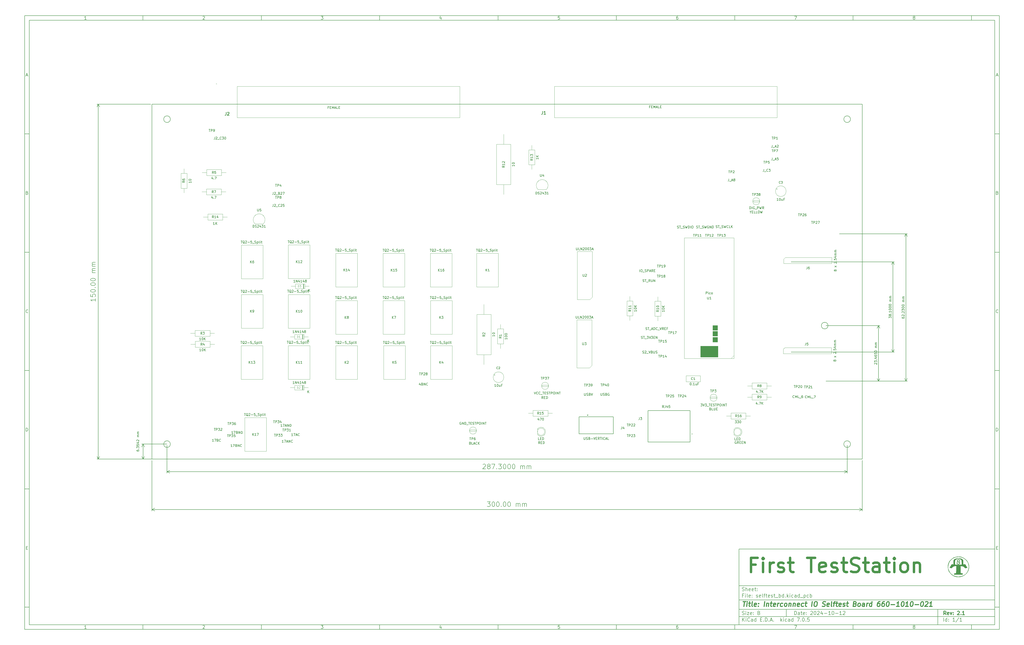
<source format=gbr>
G04 #@! TF.GenerationSoftware,KiCad,Pcbnew,7.0.5*
G04 #@! TF.CreationDate,2024-10-12T11:25:09-04:00*
G04 #@! TF.ProjectId,selftest_bd,73656c66-7465-4737-945f-62642e6b6963,2.1*
G04 #@! TF.SameCoordinates,Original*
G04 #@! TF.FileFunction,Other,User*
%FSLAX46Y46*%
G04 Gerber Fmt 4.6, Leading zero omitted, Abs format (unit mm)*
G04 Created by KiCad (PCBNEW 7.0.5) date 2024-10-12 11:25:09*
%MOMM*%
%LPD*%
G01*
G04 APERTURE LIST*
%ADD10C,0.100000*%
%ADD11C,0.150000*%
%ADD12C,0.300000*%
%ADD13C,0.400000*%
%ADD14C,1.000000*%
G04 #@! TA.AperFunction,Profile*
%ADD15C,0.160000*%
G04 #@! TD*
%ADD16C,0.120000*%
%ADD17C,0.254000*%
%ADD18C,0.135000*%
%ADD19C,0.127000*%
%ADD20C,0.200000*%
G04 APERTURE END LIST*
D10*
D11*
X311800000Y-235400000D02*
X419800000Y-235400000D01*
X419800000Y-267400000D01*
X311800000Y-267400000D01*
X311800000Y-235400000D01*
D10*
D11*
X10000000Y-10000000D02*
X421800000Y-10000000D01*
X421800000Y-269400000D01*
X10000000Y-269400000D01*
X10000000Y-10000000D01*
D10*
D11*
X12000000Y-12000000D02*
X419800000Y-12000000D01*
X419800000Y-267400000D01*
X12000000Y-267400000D01*
X12000000Y-12000000D01*
D10*
D11*
X60000000Y-12000000D02*
X60000000Y-10000000D01*
D10*
D11*
X110000000Y-12000000D02*
X110000000Y-10000000D01*
D10*
D11*
X160000000Y-12000000D02*
X160000000Y-10000000D01*
D10*
D11*
X210000000Y-12000000D02*
X210000000Y-10000000D01*
D10*
D11*
X260000000Y-12000000D02*
X260000000Y-10000000D01*
D10*
D11*
X310000000Y-12000000D02*
X310000000Y-10000000D01*
D10*
D11*
X360000000Y-12000000D02*
X360000000Y-10000000D01*
D10*
D11*
X410000000Y-12000000D02*
X410000000Y-10000000D01*
D10*
D11*
X36089160Y-11593604D02*
X35346303Y-11593604D01*
X35717731Y-11593604D02*
X35717731Y-10293604D01*
X35717731Y-10293604D02*
X35593922Y-10479319D01*
X35593922Y-10479319D02*
X35470112Y-10603128D01*
X35470112Y-10603128D02*
X35346303Y-10665033D01*
D10*
D11*
X85346303Y-10417414D02*
X85408207Y-10355509D01*
X85408207Y-10355509D02*
X85532017Y-10293604D01*
X85532017Y-10293604D02*
X85841541Y-10293604D01*
X85841541Y-10293604D02*
X85965350Y-10355509D01*
X85965350Y-10355509D02*
X86027255Y-10417414D01*
X86027255Y-10417414D02*
X86089160Y-10541223D01*
X86089160Y-10541223D02*
X86089160Y-10665033D01*
X86089160Y-10665033D02*
X86027255Y-10850747D01*
X86027255Y-10850747D02*
X85284398Y-11593604D01*
X85284398Y-11593604D02*
X86089160Y-11593604D01*
D10*
D11*
X135284398Y-10293604D02*
X136089160Y-10293604D01*
X136089160Y-10293604D02*
X135655826Y-10788842D01*
X135655826Y-10788842D02*
X135841541Y-10788842D01*
X135841541Y-10788842D02*
X135965350Y-10850747D01*
X135965350Y-10850747D02*
X136027255Y-10912652D01*
X136027255Y-10912652D02*
X136089160Y-11036461D01*
X136089160Y-11036461D02*
X136089160Y-11345985D01*
X136089160Y-11345985D02*
X136027255Y-11469795D01*
X136027255Y-11469795D02*
X135965350Y-11531700D01*
X135965350Y-11531700D02*
X135841541Y-11593604D01*
X135841541Y-11593604D02*
X135470112Y-11593604D01*
X135470112Y-11593604D02*
X135346303Y-11531700D01*
X135346303Y-11531700D02*
X135284398Y-11469795D01*
D10*
D11*
X185965350Y-10726938D02*
X185965350Y-11593604D01*
X185655826Y-10231700D02*
X185346303Y-11160271D01*
X185346303Y-11160271D02*
X186151064Y-11160271D01*
D10*
D11*
X236027255Y-10293604D02*
X235408207Y-10293604D01*
X235408207Y-10293604D02*
X235346303Y-10912652D01*
X235346303Y-10912652D02*
X235408207Y-10850747D01*
X235408207Y-10850747D02*
X235532017Y-10788842D01*
X235532017Y-10788842D02*
X235841541Y-10788842D01*
X235841541Y-10788842D02*
X235965350Y-10850747D01*
X235965350Y-10850747D02*
X236027255Y-10912652D01*
X236027255Y-10912652D02*
X236089160Y-11036461D01*
X236089160Y-11036461D02*
X236089160Y-11345985D01*
X236089160Y-11345985D02*
X236027255Y-11469795D01*
X236027255Y-11469795D02*
X235965350Y-11531700D01*
X235965350Y-11531700D02*
X235841541Y-11593604D01*
X235841541Y-11593604D02*
X235532017Y-11593604D01*
X235532017Y-11593604D02*
X235408207Y-11531700D01*
X235408207Y-11531700D02*
X235346303Y-11469795D01*
D10*
D11*
X285965350Y-10293604D02*
X285717731Y-10293604D01*
X285717731Y-10293604D02*
X285593922Y-10355509D01*
X285593922Y-10355509D02*
X285532017Y-10417414D01*
X285532017Y-10417414D02*
X285408207Y-10603128D01*
X285408207Y-10603128D02*
X285346303Y-10850747D01*
X285346303Y-10850747D02*
X285346303Y-11345985D01*
X285346303Y-11345985D02*
X285408207Y-11469795D01*
X285408207Y-11469795D02*
X285470112Y-11531700D01*
X285470112Y-11531700D02*
X285593922Y-11593604D01*
X285593922Y-11593604D02*
X285841541Y-11593604D01*
X285841541Y-11593604D02*
X285965350Y-11531700D01*
X285965350Y-11531700D02*
X286027255Y-11469795D01*
X286027255Y-11469795D02*
X286089160Y-11345985D01*
X286089160Y-11345985D02*
X286089160Y-11036461D01*
X286089160Y-11036461D02*
X286027255Y-10912652D01*
X286027255Y-10912652D02*
X285965350Y-10850747D01*
X285965350Y-10850747D02*
X285841541Y-10788842D01*
X285841541Y-10788842D02*
X285593922Y-10788842D01*
X285593922Y-10788842D02*
X285470112Y-10850747D01*
X285470112Y-10850747D02*
X285408207Y-10912652D01*
X285408207Y-10912652D02*
X285346303Y-11036461D01*
D10*
D11*
X335284398Y-10293604D02*
X336151064Y-10293604D01*
X336151064Y-10293604D02*
X335593922Y-11593604D01*
D10*
D11*
X385593922Y-10850747D02*
X385470112Y-10788842D01*
X385470112Y-10788842D02*
X385408207Y-10726938D01*
X385408207Y-10726938D02*
X385346303Y-10603128D01*
X385346303Y-10603128D02*
X385346303Y-10541223D01*
X385346303Y-10541223D02*
X385408207Y-10417414D01*
X385408207Y-10417414D02*
X385470112Y-10355509D01*
X385470112Y-10355509D02*
X385593922Y-10293604D01*
X385593922Y-10293604D02*
X385841541Y-10293604D01*
X385841541Y-10293604D02*
X385965350Y-10355509D01*
X385965350Y-10355509D02*
X386027255Y-10417414D01*
X386027255Y-10417414D02*
X386089160Y-10541223D01*
X386089160Y-10541223D02*
X386089160Y-10603128D01*
X386089160Y-10603128D02*
X386027255Y-10726938D01*
X386027255Y-10726938D02*
X385965350Y-10788842D01*
X385965350Y-10788842D02*
X385841541Y-10850747D01*
X385841541Y-10850747D02*
X385593922Y-10850747D01*
X385593922Y-10850747D02*
X385470112Y-10912652D01*
X385470112Y-10912652D02*
X385408207Y-10974557D01*
X385408207Y-10974557D02*
X385346303Y-11098366D01*
X385346303Y-11098366D02*
X385346303Y-11345985D01*
X385346303Y-11345985D02*
X385408207Y-11469795D01*
X385408207Y-11469795D02*
X385470112Y-11531700D01*
X385470112Y-11531700D02*
X385593922Y-11593604D01*
X385593922Y-11593604D02*
X385841541Y-11593604D01*
X385841541Y-11593604D02*
X385965350Y-11531700D01*
X385965350Y-11531700D02*
X386027255Y-11469795D01*
X386027255Y-11469795D02*
X386089160Y-11345985D01*
X386089160Y-11345985D02*
X386089160Y-11098366D01*
X386089160Y-11098366D02*
X386027255Y-10974557D01*
X386027255Y-10974557D02*
X385965350Y-10912652D01*
X385965350Y-10912652D02*
X385841541Y-10850747D01*
D10*
D11*
X60000000Y-267400000D02*
X60000000Y-269400000D01*
D10*
D11*
X110000000Y-267400000D02*
X110000000Y-269400000D01*
D10*
D11*
X160000000Y-267400000D02*
X160000000Y-269400000D01*
D10*
D11*
X210000000Y-267400000D02*
X210000000Y-269400000D01*
D10*
D11*
X260000000Y-267400000D02*
X260000000Y-269400000D01*
D10*
D11*
X310000000Y-267400000D02*
X310000000Y-269400000D01*
D10*
D11*
X360000000Y-267400000D02*
X360000000Y-269400000D01*
D10*
D11*
X410000000Y-267400000D02*
X410000000Y-269400000D01*
D10*
D11*
X36089160Y-268993604D02*
X35346303Y-268993604D01*
X35717731Y-268993604D02*
X35717731Y-267693604D01*
X35717731Y-267693604D02*
X35593922Y-267879319D01*
X35593922Y-267879319D02*
X35470112Y-268003128D01*
X35470112Y-268003128D02*
X35346303Y-268065033D01*
D10*
D11*
X85346303Y-267817414D02*
X85408207Y-267755509D01*
X85408207Y-267755509D02*
X85532017Y-267693604D01*
X85532017Y-267693604D02*
X85841541Y-267693604D01*
X85841541Y-267693604D02*
X85965350Y-267755509D01*
X85965350Y-267755509D02*
X86027255Y-267817414D01*
X86027255Y-267817414D02*
X86089160Y-267941223D01*
X86089160Y-267941223D02*
X86089160Y-268065033D01*
X86089160Y-268065033D02*
X86027255Y-268250747D01*
X86027255Y-268250747D02*
X85284398Y-268993604D01*
X85284398Y-268993604D02*
X86089160Y-268993604D01*
D10*
D11*
X135284398Y-267693604D02*
X136089160Y-267693604D01*
X136089160Y-267693604D02*
X135655826Y-268188842D01*
X135655826Y-268188842D02*
X135841541Y-268188842D01*
X135841541Y-268188842D02*
X135965350Y-268250747D01*
X135965350Y-268250747D02*
X136027255Y-268312652D01*
X136027255Y-268312652D02*
X136089160Y-268436461D01*
X136089160Y-268436461D02*
X136089160Y-268745985D01*
X136089160Y-268745985D02*
X136027255Y-268869795D01*
X136027255Y-268869795D02*
X135965350Y-268931700D01*
X135965350Y-268931700D02*
X135841541Y-268993604D01*
X135841541Y-268993604D02*
X135470112Y-268993604D01*
X135470112Y-268993604D02*
X135346303Y-268931700D01*
X135346303Y-268931700D02*
X135284398Y-268869795D01*
D10*
D11*
X185965350Y-268126938D02*
X185965350Y-268993604D01*
X185655826Y-267631700D02*
X185346303Y-268560271D01*
X185346303Y-268560271D02*
X186151064Y-268560271D01*
D10*
D11*
X236027255Y-267693604D02*
X235408207Y-267693604D01*
X235408207Y-267693604D02*
X235346303Y-268312652D01*
X235346303Y-268312652D02*
X235408207Y-268250747D01*
X235408207Y-268250747D02*
X235532017Y-268188842D01*
X235532017Y-268188842D02*
X235841541Y-268188842D01*
X235841541Y-268188842D02*
X235965350Y-268250747D01*
X235965350Y-268250747D02*
X236027255Y-268312652D01*
X236027255Y-268312652D02*
X236089160Y-268436461D01*
X236089160Y-268436461D02*
X236089160Y-268745985D01*
X236089160Y-268745985D02*
X236027255Y-268869795D01*
X236027255Y-268869795D02*
X235965350Y-268931700D01*
X235965350Y-268931700D02*
X235841541Y-268993604D01*
X235841541Y-268993604D02*
X235532017Y-268993604D01*
X235532017Y-268993604D02*
X235408207Y-268931700D01*
X235408207Y-268931700D02*
X235346303Y-268869795D01*
D10*
D11*
X285965350Y-267693604D02*
X285717731Y-267693604D01*
X285717731Y-267693604D02*
X285593922Y-267755509D01*
X285593922Y-267755509D02*
X285532017Y-267817414D01*
X285532017Y-267817414D02*
X285408207Y-268003128D01*
X285408207Y-268003128D02*
X285346303Y-268250747D01*
X285346303Y-268250747D02*
X285346303Y-268745985D01*
X285346303Y-268745985D02*
X285408207Y-268869795D01*
X285408207Y-268869795D02*
X285470112Y-268931700D01*
X285470112Y-268931700D02*
X285593922Y-268993604D01*
X285593922Y-268993604D02*
X285841541Y-268993604D01*
X285841541Y-268993604D02*
X285965350Y-268931700D01*
X285965350Y-268931700D02*
X286027255Y-268869795D01*
X286027255Y-268869795D02*
X286089160Y-268745985D01*
X286089160Y-268745985D02*
X286089160Y-268436461D01*
X286089160Y-268436461D02*
X286027255Y-268312652D01*
X286027255Y-268312652D02*
X285965350Y-268250747D01*
X285965350Y-268250747D02*
X285841541Y-268188842D01*
X285841541Y-268188842D02*
X285593922Y-268188842D01*
X285593922Y-268188842D02*
X285470112Y-268250747D01*
X285470112Y-268250747D02*
X285408207Y-268312652D01*
X285408207Y-268312652D02*
X285346303Y-268436461D01*
D10*
D11*
X335284398Y-267693604D02*
X336151064Y-267693604D01*
X336151064Y-267693604D02*
X335593922Y-268993604D01*
D10*
D11*
X385593922Y-268250747D02*
X385470112Y-268188842D01*
X385470112Y-268188842D02*
X385408207Y-268126938D01*
X385408207Y-268126938D02*
X385346303Y-268003128D01*
X385346303Y-268003128D02*
X385346303Y-267941223D01*
X385346303Y-267941223D02*
X385408207Y-267817414D01*
X385408207Y-267817414D02*
X385470112Y-267755509D01*
X385470112Y-267755509D02*
X385593922Y-267693604D01*
X385593922Y-267693604D02*
X385841541Y-267693604D01*
X385841541Y-267693604D02*
X385965350Y-267755509D01*
X385965350Y-267755509D02*
X386027255Y-267817414D01*
X386027255Y-267817414D02*
X386089160Y-267941223D01*
X386089160Y-267941223D02*
X386089160Y-268003128D01*
X386089160Y-268003128D02*
X386027255Y-268126938D01*
X386027255Y-268126938D02*
X385965350Y-268188842D01*
X385965350Y-268188842D02*
X385841541Y-268250747D01*
X385841541Y-268250747D02*
X385593922Y-268250747D01*
X385593922Y-268250747D02*
X385470112Y-268312652D01*
X385470112Y-268312652D02*
X385408207Y-268374557D01*
X385408207Y-268374557D02*
X385346303Y-268498366D01*
X385346303Y-268498366D02*
X385346303Y-268745985D01*
X385346303Y-268745985D02*
X385408207Y-268869795D01*
X385408207Y-268869795D02*
X385470112Y-268931700D01*
X385470112Y-268931700D02*
X385593922Y-268993604D01*
X385593922Y-268993604D02*
X385841541Y-268993604D01*
X385841541Y-268993604D02*
X385965350Y-268931700D01*
X385965350Y-268931700D02*
X386027255Y-268869795D01*
X386027255Y-268869795D02*
X386089160Y-268745985D01*
X386089160Y-268745985D02*
X386089160Y-268498366D01*
X386089160Y-268498366D02*
X386027255Y-268374557D01*
X386027255Y-268374557D02*
X385965350Y-268312652D01*
X385965350Y-268312652D02*
X385841541Y-268250747D01*
D10*
D11*
X10000000Y-60000000D02*
X12000000Y-60000000D01*
D10*
D11*
X10000000Y-110000000D02*
X12000000Y-110000000D01*
D10*
D11*
X10000000Y-160000000D02*
X12000000Y-160000000D01*
D10*
D11*
X10000000Y-210000000D02*
X12000000Y-210000000D01*
D10*
D11*
X10000000Y-260000000D02*
X12000000Y-260000000D01*
D10*
D11*
X10690476Y-35222176D02*
X11309523Y-35222176D01*
X10566666Y-35593604D02*
X10999999Y-34293604D01*
X10999999Y-34293604D02*
X11433333Y-35593604D01*
D10*
D11*
X11092857Y-84912652D02*
X11278571Y-84974557D01*
X11278571Y-84974557D02*
X11340476Y-85036461D01*
X11340476Y-85036461D02*
X11402380Y-85160271D01*
X11402380Y-85160271D02*
X11402380Y-85345985D01*
X11402380Y-85345985D02*
X11340476Y-85469795D01*
X11340476Y-85469795D02*
X11278571Y-85531700D01*
X11278571Y-85531700D02*
X11154761Y-85593604D01*
X11154761Y-85593604D02*
X10659523Y-85593604D01*
X10659523Y-85593604D02*
X10659523Y-84293604D01*
X10659523Y-84293604D02*
X11092857Y-84293604D01*
X11092857Y-84293604D02*
X11216666Y-84355509D01*
X11216666Y-84355509D02*
X11278571Y-84417414D01*
X11278571Y-84417414D02*
X11340476Y-84541223D01*
X11340476Y-84541223D02*
X11340476Y-84665033D01*
X11340476Y-84665033D02*
X11278571Y-84788842D01*
X11278571Y-84788842D02*
X11216666Y-84850747D01*
X11216666Y-84850747D02*
X11092857Y-84912652D01*
X11092857Y-84912652D02*
X10659523Y-84912652D01*
D10*
D11*
X11402380Y-135469795D02*
X11340476Y-135531700D01*
X11340476Y-135531700D02*
X11154761Y-135593604D01*
X11154761Y-135593604D02*
X11030952Y-135593604D01*
X11030952Y-135593604D02*
X10845238Y-135531700D01*
X10845238Y-135531700D02*
X10721428Y-135407890D01*
X10721428Y-135407890D02*
X10659523Y-135284080D01*
X10659523Y-135284080D02*
X10597619Y-135036461D01*
X10597619Y-135036461D02*
X10597619Y-134850747D01*
X10597619Y-134850747D02*
X10659523Y-134603128D01*
X10659523Y-134603128D02*
X10721428Y-134479319D01*
X10721428Y-134479319D02*
X10845238Y-134355509D01*
X10845238Y-134355509D02*
X11030952Y-134293604D01*
X11030952Y-134293604D02*
X11154761Y-134293604D01*
X11154761Y-134293604D02*
X11340476Y-134355509D01*
X11340476Y-134355509D02*
X11402380Y-134417414D01*
D10*
D11*
X10659523Y-185593604D02*
X10659523Y-184293604D01*
X10659523Y-184293604D02*
X10969047Y-184293604D01*
X10969047Y-184293604D02*
X11154761Y-184355509D01*
X11154761Y-184355509D02*
X11278571Y-184479319D01*
X11278571Y-184479319D02*
X11340476Y-184603128D01*
X11340476Y-184603128D02*
X11402380Y-184850747D01*
X11402380Y-184850747D02*
X11402380Y-185036461D01*
X11402380Y-185036461D02*
X11340476Y-185284080D01*
X11340476Y-185284080D02*
X11278571Y-185407890D01*
X11278571Y-185407890D02*
X11154761Y-185531700D01*
X11154761Y-185531700D02*
X10969047Y-185593604D01*
X10969047Y-185593604D02*
X10659523Y-185593604D01*
D10*
D11*
X10721428Y-234912652D02*
X11154762Y-234912652D01*
X11340476Y-235593604D02*
X10721428Y-235593604D01*
X10721428Y-235593604D02*
X10721428Y-234293604D01*
X10721428Y-234293604D02*
X11340476Y-234293604D01*
D10*
D11*
X421800000Y-60000000D02*
X419800000Y-60000000D01*
D10*
D11*
X421800000Y-110000000D02*
X419800000Y-110000000D01*
D10*
D11*
X421800000Y-160000000D02*
X419800000Y-160000000D01*
D10*
D11*
X421800000Y-210000000D02*
X419800000Y-210000000D01*
D10*
D11*
X421800000Y-260000000D02*
X419800000Y-260000000D01*
D10*
D11*
X420490476Y-35222176D02*
X421109523Y-35222176D01*
X420366666Y-35593604D02*
X420799999Y-34293604D01*
X420799999Y-34293604D02*
X421233333Y-35593604D01*
D10*
D11*
X420892857Y-84912652D02*
X421078571Y-84974557D01*
X421078571Y-84974557D02*
X421140476Y-85036461D01*
X421140476Y-85036461D02*
X421202380Y-85160271D01*
X421202380Y-85160271D02*
X421202380Y-85345985D01*
X421202380Y-85345985D02*
X421140476Y-85469795D01*
X421140476Y-85469795D02*
X421078571Y-85531700D01*
X421078571Y-85531700D02*
X420954761Y-85593604D01*
X420954761Y-85593604D02*
X420459523Y-85593604D01*
X420459523Y-85593604D02*
X420459523Y-84293604D01*
X420459523Y-84293604D02*
X420892857Y-84293604D01*
X420892857Y-84293604D02*
X421016666Y-84355509D01*
X421016666Y-84355509D02*
X421078571Y-84417414D01*
X421078571Y-84417414D02*
X421140476Y-84541223D01*
X421140476Y-84541223D02*
X421140476Y-84665033D01*
X421140476Y-84665033D02*
X421078571Y-84788842D01*
X421078571Y-84788842D02*
X421016666Y-84850747D01*
X421016666Y-84850747D02*
X420892857Y-84912652D01*
X420892857Y-84912652D02*
X420459523Y-84912652D01*
D10*
D11*
X421202380Y-135469795D02*
X421140476Y-135531700D01*
X421140476Y-135531700D02*
X420954761Y-135593604D01*
X420954761Y-135593604D02*
X420830952Y-135593604D01*
X420830952Y-135593604D02*
X420645238Y-135531700D01*
X420645238Y-135531700D02*
X420521428Y-135407890D01*
X420521428Y-135407890D02*
X420459523Y-135284080D01*
X420459523Y-135284080D02*
X420397619Y-135036461D01*
X420397619Y-135036461D02*
X420397619Y-134850747D01*
X420397619Y-134850747D02*
X420459523Y-134603128D01*
X420459523Y-134603128D02*
X420521428Y-134479319D01*
X420521428Y-134479319D02*
X420645238Y-134355509D01*
X420645238Y-134355509D02*
X420830952Y-134293604D01*
X420830952Y-134293604D02*
X420954761Y-134293604D01*
X420954761Y-134293604D02*
X421140476Y-134355509D01*
X421140476Y-134355509D02*
X421202380Y-134417414D01*
D10*
D11*
X420459523Y-185593604D02*
X420459523Y-184293604D01*
X420459523Y-184293604D02*
X420769047Y-184293604D01*
X420769047Y-184293604D02*
X420954761Y-184355509D01*
X420954761Y-184355509D02*
X421078571Y-184479319D01*
X421078571Y-184479319D02*
X421140476Y-184603128D01*
X421140476Y-184603128D02*
X421202380Y-184850747D01*
X421202380Y-184850747D02*
X421202380Y-185036461D01*
X421202380Y-185036461D02*
X421140476Y-185284080D01*
X421140476Y-185284080D02*
X421078571Y-185407890D01*
X421078571Y-185407890D02*
X420954761Y-185531700D01*
X420954761Y-185531700D02*
X420769047Y-185593604D01*
X420769047Y-185593604D02*
X420459523Y-185593604D01*
D10*
D11*
X420521428Y-234912652D02*
X420954762Y-234912652D01*
X421140476Y-235593604D02*
X420521428Y-235593604D01*
X420521428Y-235593604D02*
X420521428Y-234293604D01*
X420521428Y-234293604D02*
X421140476Y-234293604D01*
D10*
D11*
X335255826Y-263186128D02*
X335255826Y-261686128D01*
X335255826Y-261686128D02*
X335612969Y-261686128D01*
X335612969Y-261686128D02*
X335827255Y-261757557D01*
X335827255Y-261757557D02*
X335970112Y-261900414D01*
X335970112Y-261900414D02*
X336041541Y-262043271D01*
X336041541Y-262043271D02*
X336112969Y-262328985D01*
X336112969Y-262328985D02*
X336112969Y-262543271D01*
X336112969Y-262543271D02*
X336041541Y-262828985D01*
X336041541Y-262828985D02*
X335970112Y-262971842D01*
X335970112Y-262971842D02*
X335827255Y-263114700D01*
X335827255Y-263114700D02*
X335612969Y-263186128D01*
X335612969Y-263186128D02*
X335255826Y-263186128D01*
X337398684Y-263186128D02*
X337398684Y-262400414D01*
X337398684Y-262400414D02*
X337327255Y-262257557D01*
X337327255Y-262257557D02*
X337184398Y-262186128D01*
X337184398Y-262186128D02*
X336898684Y-262186128D01*
X336898684Y-262186128D02*
X336755826Y-262257557D01*
X337398684Y-263114700D02*
X337255826Y-263186128D01*
X337255826Y-263186128D02*
X336898684Y-263186128D01*
X336898684Y-263186128D02*
X336755826Y-263114700D01*
X336755826Y-263114700D02*
X336684398Y-262971842D01*
X336684398Y-262971842D02*
X336684398Y-262828985D01*
X336684398Y-262828985D02*
X336755826Y-262686128D01*
X336755826Y-262686128D02*
X336898684Y-262614700D01*
X336898684Y-262614700D02*
X337255826Y-262614700D01*
X337255826Y-262614700D02*
X337398684Y-262543271D01*
X337898684Y-262186128D02*
X338470112Y-262186128D01*
X338112969Y-261686128D02*
X338112969Y-262971842D01*
X338112969Y-262971842D02*
X338184398Y-263114700D01*
X338184398Y-263114700D02*
X338327255Y-263186128D01*
X338327255Y-263186128D02*
X338470112Y-263186128D01*
X339541541Y-263114700D02*
X339398684Y-263186128D01*
X339398684Y-263186128D02*
X339112970Y-263186128D01*
X339112970Y-263186128D02*
X338970112Y-263114700D01*
X338970112Y-263114700D02*
X338898684Y-262971842D01*
X338898684Y-262971842D02*
X338898684Y-262400414D01*
X338898684Y-262400414D02*
X338970112Y-262257557D01*
X338970112Y-262257557D02*
X339112970Y-262186128D01*
X339112970Y-262186128D02*
X339398684Y-262186128D01*
X339398684Y-262186128D02*
X339541541Y-262257557D01*
X339541541Y-262257557D02*
X339612970Y-262400414D01*
X339612970Y-262400414D02*
X339612970Y-262543271D01*
X339612970Y-262543271D02*
X338898684Y-262686128D01*
X340255826Y-263043271D02*
X340327255Y-263114700D01*
X340327255Y-263114700D02*
X340255826Y-263186128D01*
X340255826Y-263186128D02*
X340184398Y-263114700D01*
X340184398Y-263114700D02*
X340255826Y-263043271D01*
X340255826Y-263043271D02*
X340255826Y-263186128D01*
X340255826Y-262257557D02*
X340327255Y-262328985D01*
X340327255Y-262328985D02*
X340255826Y-262400414D01*
X340255826Y-262400414D02*
X340184398Y-262328985D01*
X340184398Y-262328985D02*
X340255826Y-262257557D01*
X340255826Y-262257557D02*
X340255826Y-262400414D01*
X342041541Y-261828985D02*
X342112969Y-261757557D01*
X342112969Y-261757557D02*
X342255827Y-261686128D01*
X342255827Y-261686128D02*
X342612969Y-261686128D01*
X342612969Y-261686128D02*
X342755827Y-261757557D01*
X342755827Y-261757557D02*
X342827255Y-261828985D01*
X342827255Y-261828985D02*
X342898684Y-261971842D01*
X342898684Y-261971842D02*
X342898684Y-262114700D01*
X342898684Y-262114700D02*
X342827255Y-262328985D01*
X342827255Y-262328985D02*
X341970112Y-263186128D01*
X341970112Y-263186128D02*
X342898684Y-263186128D01*
X343827255Y-261686128D02*
X343970112Y-261686128D01*
X343970112Y-261686128D02*
X344112969Y-261757557D01*
X344112969Y-261757557D02*
X344184398Y-261828985D01*
X344184398Y-261828985D02*
X344255826Y-261971842D01*
X344255826Y-261971842D02*
X344327255Y-262257557D01*
X344327255Y-262257557D02*
X344327255Y-262614700D01*
X344327255Y-262614700D02*
X344255826Y-262900414D01*
X344255826Y-262900414D02*
X344184398Y-263043271D01*
X344184398Y-263043271D02*
X344112969Y-263114700D01*
X344112969Y-263114700D02*
X343970112Y-263186128D01*
X343970112Y-263186128D02*
X343827255Y-263186128D01*
X343827255Y-263186128D02*
X343684398Y-263114700D01*
X343684398Y-263114700D02*
X343612969Y-263043271D01*
X343612969Y-263043271D02*
X343541540Y-262900414D01*
X343541540Y-262900414D02*
X343470112Y-262614700D01*
X343470112Y-262614700D02*
X343470112Y-262257557D01*
X343470112Y-262257557D02*
X343541540Y-261971842D01*
X343541540Y-261971842D02*
X343612969Y-261828985D01*
X343612969Y-261828985D02*
X343684398Y-261757557D01*
X343684398Y-261757557D02*
X343827255Y-261686128D01*
X344898683Y-261828985D02*
X344970111Y-261757557D01*
X344970111Y-261757557D02*
X345112969Y-261686128D01*
X345112969Y-261686128D02*
X345470111Y-261686128D01*
X345470111Y-261686128D02*
X345612969Y-261757557D01*
X345612969Y-261757557D02*
X345684397Y-261828985D01*
X345684397Y-261828985D02*
X345755826Y-261971842D01*
X345755826Y-261971842D02*
X345755826Y-262114700D01*
X345755826Y-262114700D02*
X345684397Y-262328985D01*
X345684397Y-262328985D02*
X344827254Y-263186128D01*
X344827254Y-263186128D02*
X345755826Y-263186128D01*
X347041540Y-262186128D02*
X347041540Y-263186128D01*
X346684397Y-261614700D02*
X346327254Y-262686128D01*
X346327254Y-262686128D02*
X347255825Y-262686128D01*
X347827253Y-262614700D02*
X348970111Y-262614700D01*
X350470111Y-263186128D02*
X349612968Y-263186128D01*
X350041539Y-263186128D02*
X350041539Y-261686128D01*
X350041539Y-261686128D02*
X349898682Y-261900414D01*
X349898682Y-261900414D02*
X349755825Y-262043271D01*
X349755825Y-262043271D02*
X349612968Y-262114700D01*
X351398682Y-261686128D02*
X351541539Y-261686128D01*
X351541539Y-261686128D02*
X351684396Y-261757557D01*
X351684396Y-261757557D02*
X351755825Y-261828985D01*
X351755825Y-261828985D02*
X351827253Y-261971842D01*
X351827253Y-261971842D02*
X351898682Y-262257557D01*
X351898682Y-262257557D02*
X351898682Y-262614700D01*
X351898682Y-262614700D02*
X351827253Y-262900414D01*
X351827253Y-262900414D02*
X351755825Y-263043271D01*
X351755825Y-263043271D02*
X351684396Y-263114700D01*
X351684396Y-263114700D02*
X351541539Y-263186128D01*
X351541539Y-263186128D02*
X351398682Y-263186128D01*
X351398682Y-263186128D02*
X351255825Y-263114700D01*
X351255825Y-263114700D02*
X351184396Y-263043271D01*
X351184396Y-263043271D02*
X351112967Y-262900414D01*
X351112967Y-262900414D02*
X351041539Y-262614700D01*
X351041539Y-262614700D02*
X351041539Y-262257557D01*
X351041539Y-262257557D02*
X351112967Y-261971842D01*
X351112967Y-261971842D02*
X351184396Y-261828985D01*
X351184396Y-261828985D02*
X351255825Y-261757557D01*
X351255825Y-261757557D02*
X351398682Y-261686128D01*
X352541538Y-262614700D02*
X353684396Y-262614700D01*
X355184396Y-263186128D02*
X354327253Y-263186128D01*
X354755824Y-263186128D02*
X354755824Y-261686128D01*
X354755824Y-261686128D02*
X354612967Y-261900414D01*
X354612967Y-261900414D02*
X354470110Y-262043271D01*
X354470110Y-262043271D02*
X354327253Y-262114700D01*
X355755824Y-261828985D02*
X355827252Y-261757557D01*
X355827252Y-261757557D02*
X355970110Y-261686128D01*
X355970110Y-261686128D02*
X356327252Y-261686128D01*
X356327252Y-261686128D02*
X356470110Y-261757557D01*
X356470110Y-261757557D02*
X356541538Y-261828985D01*
X356541538Y-261828985D02*
X356612967Y-261971842D01*
X356612967Y-261971842D02*
X356612967Y-262114700D01*
X356612967Y-262114700D02*
X356541538Y-262328985D01*
X356541538Y-262328985D02*
X355684395Y-263186128D01*
X355684395Y-263186128D02*
X356612967Y-263186128D01*
D10*
D11*
X311800000Y-263900000D02*
X419800000Y-263900000D01*
D10*
D11*
X313255826Y-265986128D02*
X313255826Y-264486128D01*
X314112969Y-265986128D02*
X313470112Y-265128985D01*
X314112969Y-264486128D02*
X313255826Y-265343271D01*
X314755826Y-265986128D02*
X314755826Y-264986128D01*
X314755826Y-264486128D02*
X314684398Y-264557557D01*
X314684398Y-264557557D02*
X314755826Y-264628985D01*
X314755826Y-264628985D02*
X314827255Y-264557557D01*
X314827255Y-264557557D02*
X314755826Y-264486128D01*
X314755826Y-264486128D02*
X314755826Y-264628985D01*
X316327255Y-265843271D02*
X316255827Y-265914700D01*
X316255827Y-265914700D02*
X316041541Y-265986128D01*
X316041541Y-265986128D02*
X315898684Y-265986128D01*
X315898684Y-265986128D02*
X315684398Y-265914700D01*
X315684398Y-265914700D02*
X315541541Y-265771842D01*
X315541541Y-265771842D02*
X315470112Y-265628985D01*
X315470112Y-265628985D02*
X315398684Y-265343271D01*
X315398684Y-265343271D02*
X315398684Y-265128985D01*
X315398684Y-265128985D02*
X315470112Y-264843271D01*
X315470112Y-264843271D02*
X315541541Y-264700414D01*
X315541541Y-264700414D02*
X315684398Y-264557557D01*
X315684398Y-264557557D02*
X315898684Y-264486128D01*
X315898684Y-264486128D02*
X316041541Y-264486128D01*
X316041541Y-264486128D02*
X316255827Y-264557557D01*
X316255827Y-264557557D02*
X316327255Y-264628985D01*
X317612970Y-265986128D02*
X317612970Y-265200414D01*
X317612970Y-265200414D02*
X317541541Y-265057557D01*
X317541541Y-265057557D02*
X317398684Y-264986128D01*
X317398684Y-264986128D02*
X317112970Y-264986128D01*
X317112970Y-264986128D02*
X316970112Y-265057557D01*
X317612970Y-265914700D02*
X317470112Y-265986128D01*
X317470112Y-265986128D02*
X317112970Y-265986128D01*
X317112970Y-265986128D02*
X316970112Y-265914700D01*
X316970112Y-265914700D02*
X316898684Y-265771842D01*
X316898684Y-265771842D02*
X316898684Y-265628985D01*
X316898684Y-265628985D02*
X316970112Y-265486128D01*
X316970112Y-265486128D02*
X317112970Y-265414700D01*
X317112970Y-265414700D02*
X317470112Y-265414700D01*
X317470112Y-265414700D02*
X317612970Y-265343271D01*
X318970113Y-265986128D02*
X318970113Y-264486128D01*
X318970113Y-265914700D02*
X318827255Y-265986128D01*
X318827255Y-265986128D02*
X318541541Y-265986128D01*
X318541541Y-265986128D02*
X318398684Y-265914700D01*
X318398684Y-265914700D02*
X318327255Y-265843271D01*
X318327255Y-265843271D02*
X318255827Y-265700414D01*
X318255827Y-265700414D02*
X318255827Y-265271842D01*
X318255827Y-265271842D02*
X318327255Y-265128985D01*
X318327255Y-265128985D02*
X318398684Y-265057557D01*
X318398684Y-265057557D02*
X318541541Y-264986128D01*
X318541541Y-264986128D02*
X318827255Y-264986128D01*
X318827255Y-264986128D02*
X318970113Y-265057557D01*
X320827255Y-265200414D02*
X321327255Y-265200414D01*
X321541541Y-265986128D02*
X320827255Y-265986128D01*
X320827255Y-265986128D02*
X320827255Y-264486128D01*
X320827255Y-264486128D02*
X321541541Y-264486128D01*
X322184398Y-265843271D02*
X322255827Y-265914700D01*
X322255827Y-265914700D02*
X322184398Y-265986128D01*
X322184398Y-265986128D02*
X322112970Y-265914700D01*
X322112970Y-265914700D02*
X322184398Y-265843271D01*
X322184398Y-265843271D02*
X322184398Y-265986128D01*
X322898684Y-265986128D02*
X322898684Y-264486128D01*
X322898684Y-264486128D02*
X323255827Y-264486128D01*
X323255827Y-264486128D02*
X323470113Y-264557557D01*
X323470113Y-264557557D02*
X323612970Y-264700414D01*
X323612970Y-264700414D02*
X323684399Y-264843271D01*
X323684399Y-264843271D02*
X323755827Y-265128985D01*
X323755827Y-265128985D02*
X323755827Y-265343271D01*
X323755827Y-265343271D02*
X323684399Y-265628985D01*
X323684399Y-265628985D02*
X323612970Y-265771842D01*
X323612970Y-265771842D02*
X323470113Y-265914700D01*
X323470113Y-265914700D02*
X323255827Y-265986128D01*
X323255827Y-265986128D02*
X322898684Y-265986128D01*
X324398684Y-265843271D02*
X324470113Y-265914700D01*
X324470113Y-265914700D02*
X324398684Y-265986128D01*
X324398684Y-265986128D02*
X324327256Y-265914700D01*
X324327256Y-265914700D02*
X324398684Y-265843271D01*
X324398684Y-265843271D02*
X324398684Y-265986128D01*
X325041542Y-265557557D02*
X325755828Y-265557557D01*
X324898685Y-265986128D02*
X325398685Y-264486128D01*
X325398685Y-264486128D02*
X325898685Y-265986128D01*
X326398684Y-265843271D02*
X326470113Y-265914700D01*
X326470113Y-265914700D02*
X326398684Y-265986128D01*
X326398684Y-265986128D02*
X326327256Y-265914700D01*
X326327256Y-265914700D02*
X326398684Y-265843271D01*
X326398684Y-265843271D02*
X326398684Y-265986128D01*
X329398684Y-265986128D02*
X329398684Y-264486128D01*
X329541542Y-265414700D02*
X329970113Y-265986128D01*
X329970113Y-264986128D02*
X329398684Y-265557557D01*
X330612970Y-265986128D02*
X330612970Y-264986128D01*
X330612970Y-264486128D02*
X330541542Y-264557557D01*
X330541542Y-264557557D02*
X330612970Y-264628985D01*
X330612970Y-264628985D02*
X330684399Y-264557557D01*
X330684399Y-264557557D02*
X330612970Y-264486128D01*
X330612970Y-264486128D02*
X330612970Y-264628985D01*
X331970114Y-265914700D02*
X331827256Y-265986128D01*
X331827256Y-265986128D02*
X331541542Y-265986128D01*
X331541542Y-265986128D02*
X331398685Y-265914700D01*
X331398685Y-265914700D02*
X331327256Y-265843271D01*
X331327256Y-265843271D02*
X331255828Y-265700414D01*
X331255828Y-265700414D02*
X331255828Y-265271842D01*
X331255828Y-265271842D02*
X331327256Y-265128985D01*
X331327256Y-265128985D02*
X331398685Y-265057557D01*
X331398685Y-265057557D02*
X331541542Y-264986128D01*
X331541542Y-264986128D02*
X331827256Y-264986128D01*
X331827256Y-264986128D02*
X331970114Y-265057557D01*
X333255828Y-265986128D02*
X333255828Y-265200414D01*
X333255828Y-265200414D02*
X333184399Y-265057557D01*
X333184399Y-265057557D02*
X333041542Y-264986128D01*
X333041542Y-264986128D02*
X332755828Y-264986128D01*
X332755828Y-264986128D02*
X332612970Y-265057557D01*
X333255828Y-265914700D02*
X333112970Y-265986128D01*
X333112970Y-265986128D02*
X332755828Y-265986128D01*
X332755828Y-265986128D02*
X332612970Y-265914700D01*
X332612970Y-265914700D02*
X332541542Y-265771842D01*
X332541542Y-265771842D02*
X332541542Y-265628985D01*
X332541542Y-265628985D02*
X332612970Y-265486128D01*
X332612970Y-265486128D02*
X332755828Y-265414700D01*
X332755828Y-265414700D02*
X333112970Y-265414700D01*
X333112970Y-265414700D02*
X333255828Y-265343271D01*
X334612971Y-265986128D02*
X334612971Y-264486128D01*
X334612971Y-265914700D02*
X334470113Y-265986128D01*
X334470113Y-265986128D02*
X334184399Y-265986128D01*
X334184399Y-265986128D02*
X334041542Y-265914700D01*
X334041542Y-265914700D02*
X333970113Y-265843271D01*
X333970113Y-265843271D02*
X333898685Y-265700414D01*
X333898685Y-265700414D02*
X333898685Y-265271842D01*
X333898685Y-265271842D02*
X333970113Y-265128985D01*
X333970113Y-265128985D02*
X334041542Y-265057557D01*
X334041542Y-265057557D02*
X334184399Y-264986128D01*
X334184399Y-264986128D02*
X334470113Y-264986128D01*
X334470113Y-264986128D02*
X334612971Y-265057557D01*
X336327256Y-264486128D02*
X337327256Y-264486128D01*
X337327256Y-264486128D02*
X336684399Y-265986128D01*
X337898684Y-265843271D02*
X337970113Y-265914700D01*
X337970113Y-265914700D02*
X337898684Y-265986128D01*
X337898684Y-265986128D02*
X337827256Y-265914700D01*
X337827256Y-265914700D02*
X337898684Y-265843271D01*
X337898684Y-265843271D02*
X337898684Y-265986128D01*
X338898685Y-264486128D02*
X339041542Y-264486128D01*
X339041542Y-264486128D02*
X339184399Y-264557557D01*
X339184399Y-264557557D02*
X339255828Y-264628985D01*
X339255828Y-264628985D02*
X339327256Y-264771842D01*
X339327256Y-264771842D02*
X339398685Y-265057557D01*
X339398685Y-265057557D02*
X339398685Y-265414700D01*
X339398685Y-265414700D02*
X339327256Y-265700414D01*
X339327256Y-265700414D02*
X339255828Y-265843271D01*
X339255828Y-265843271D02*
X339184399Y-265914700D01*
X339184399Y-265914700D02*
X339041542Y-265986128D01*
X339041542Y-265986128D02*
X338898685Y-265986128D01*
X338898685Y-265986128D02*
X338755828Y-265914700D01*
X338755828Y-265914700D02*
X338684399Y-265843271D01*
X338684399Y-265843271D02*
X338612970Y-265700414D01*
X338612970Y-265700414D02*
X338541542Y-265414700D01*
X338541542Y-265414700D02*
X338541542Y-265057557D01*
X338541542Y-265057557D02*
X338612970Y-264771842D01*
X338612970Y-264771842D02*
X338684399Y-264628985D01*
X338684399Y-264628985D02*
X338755828Y-264557557D01*
X338755828Y-264557557D02*
X338898685Y-264486128D01*
X340041541Y-265843271D02*
X340112970Y-265914700D01*
X340112970Y-265914700D02*
X340041541Y-265986128D01*
X340041541Y-265986128D02*
X339970113Y-265914700D01*
X339970113Y-265914700D02*
X340041541Y-265843271D01*
X340041541Y-265843271D02*
X340041541Y-265986128D01*
X341470113Y-264486128D02*
X340755827Y-264486128D01*
X340755827Y-264486128D02*
X340684399Y-265200414D01*
X340684399Y-265200414D02*
X340755827Y-265128985D01*
X340755827Y-265128985D02*
X340898685Y-265057557D01*
X340898685Y-265057557D02*
X341255827Y-265057557D01*
X341255827Y-265057557D02*
X341398685Y-265128985D01*
X341398685Y-265128985D02*
X341470113Y-265200414D01*
X341470113Y-265200414D02*
X341541542Y-265343271D01*
X341541542Y-265343271D02*
X341541542Y-265700414D01*
X341541542Y-265700414D02*
X341470113Y-265843271D01*
X341470113Y-265843271D02*
X341398685Y-265914700D01*
X341398685Y-265914700D02*
X341255827Y-265986128D01*
X341255827Y-265986128D02*
X340898685Y-265986128D01*
X340898685Y-265986128D02*
X340755827Y-265914700D01*
X340755827Y-265914700D02*
X340684399Y-265843271D01*
D10*
D11*
X311800000Y-260900000D02*
X419800000Y-260900000D01*
D10*
D12*
X399211653Y-263178328D02*
X398711653Y-262464042D01*
X398354510Y-263178328D02*
X398354510Y-261678328D01*
X398354510Y-261678328D02*
X398925939Y-261678328D01*
X398925939Y-261678328D02*
X399068796Y-261749757D01*
X399068796Y-261749757D02*
X399140225Y-261821185D01*
X399140225Y-261821185D02*
X399211653Y-261964042D01*
X399211653Y-261964042D02*
X399211653Y-262178328D01*
X399211653Y-262178328D02*
X399140225Y-262321185D01*
X399140225Y-262321185D02*
X399068796Y-262392614D01*
X399068796Y-262392614D02*
X398925939Y-262464042D01*
X398925939Y-262464042D02*
X398354510Y-262464042D01*
X400425939Y-263106900D02*
X400283082Y-263178328D01*
X400283082Y-263178328D02*
X399997368Y-263178328D01*
X399997368Y-263178328D02*
X399854510Y-263106900D01*
X399854510Y-263106900D02*
X399783082Y-262964042D01*
X399783082Y-262964042D02*
X399783082Y-262392614D01*
X399783082Y-262392614D02*
X399854510Y-262249757D01*
X399854510Y-262249757D02*
X399997368Y-262178328D01*
X399997368Y-262178328D02*
X400283082Y-262178328D01*
X400283082Y-262178328D02*
X400425939Y-262249757D01*
X400425939Y-262249757D02*
X400497368Y-262392614D01*
X400497368Y-262392614D02*
X400497368Y-262535471D01*
X400497368Y-262535471D02*
X399783082Y-262678328D01*
X400997367Y-262178328D02*
X401354510Y-263178328D01*
X401354510Y-263178328D02*
X401711653Y-262178328D01*
X402283081Y-263035471D02*
X402354510Y-263106900D01*
X402354510Y-263106900D02*
X402283081Y-263178328D01*
X402283081Y-263178328D02*
X402211653Y-263106900D01*
X402211653Y-263106900D02*
X402283081Y-263035471D01*
X402283081Y-263035471D02*
X402283081Y-263178328D01*
X402283081Y-262249757D02*
X402354510Y-262321185D01*
X402354510Y-262321185D02*
X402283081Y-262392614D01*
X402283081Y-262392614D02*
X402211653Y-262321185D01*
X402211653Y-262321185D02*
X402283081Y-262249757D01*
X402283081Y-262249757D02*
X402283081Y-262392614D01*
X404068796Y-261821185D02*
X404140224Y-261749757D01*
X404140224Y-261749757D02*
X404283082Y-261678328D01*
X404283082Y-261678328D02*
X404640224Y-261678328D01*
X404640224Y-261678328D02*
X404783082Y-261749757D01*
X404783082Y-261749757D02*
X404854510Y-261821185D01*
X404854510Y-261821185D02*
X404925939Y-261964042D01*
X404925939Y-261964042D02*
X404925939Y-262106900D01*
X404925939Y-262106900D02*
X404854510Y-262321185D01*
X404854510Y-262321185D02*
X403997367Y-263178328D01*
X403997367Y-263178328D02*
X404925939Y-263178328D01*
X405568795Y-263035471D02*
X405640224Y-263106900D01*
X405640224Y-263106900D02*
X405568795Y-263178328D01*
X405568795Y-263178328D02*
X405497367Y-263106900D01*
X405497367Y-263106900D02*
X405568795Y-263035471D01*
X405568795Y-263035471D02*
X405568795Y-263178328D01*
X407068796Y-263178328D02*
X406211653Y-263178328D01*
X406640224Y-263178328D02*
X406640224Y-261678328D01*
X406640224Y-261678328D02*
X406497367Y-261892614D01*
X406497367Y-261892614D02*
X406354510Y-262035471D01*
X406354510Y-262035471D02*
X406211653Y-262106900D01*
D10*
D11*
X313184398Y-263114700D02*
X313398684Y-263186128D01*
X313398684Y-263186128D02*
X313755826Y-263186128D01*
X313755826Y-263186128D02*
X313898684Y-263114700D01*
X313898684Y-263114700D02*
X313970112Y-263043271D01*
X313970112Y-263043271D02*
X314041541Y-262900414D01*
X314041541Y-262900414D02*
X314041541Y-262757557D01*
X314041541Y-262757557D02*
X313970112Y-262614700D01*
X313970112Y-262614700D02*
X313898684Y-262543271D01*
X313898684Y-262543271D02*
X313755826Y-262471842D01*
X313755826Y-262471842D02*
X313470112Y-262400414D01*
X313470112Y-262400414D02*
X313327255Y-262328985D01*
X313327255Y-262328985D02*
X313255826Y-262257557D01*
X313255826Y-262257557D02*
X313184398Y-262114700D01*
X313184398Y-262114700D02*
X313184398Y-261971842D01*
X313184398Y-261971842D02*
X313255826Y-261828985D01*
X313255826Y-261828985D02*
X313327255Y-261757557D01*
X313327255Y-261757557D02*
X313470112Y-261686128D01*
X313470112Y-261686128D02*
X313827255Y-261686128D01*
X313827255Y-261686128D02*
X314041541Y-261757557D01*
X314684397Y-263186128D02*
X314684397Y-262186128D01*
X314684397Y-261686128D02*
X314612969Y-261757557D01*
X314612969Y-261757557D02*
X314684397Y-261828985D01*
X314684397Y-261828985D02*
X314755826Y-261757557D01*
X314755826Y-261757557D02*
X314684397Y-261686128D01*
X314684397Y-261686128D02*
X314684397Y-261828985D01*
X315255826Y-262186128D02*
X316041541Y-262186128D01*
X316041541Y-262186128D02*
X315255826Y-263186128D01*
X315255826Y-263186128D02*
X316041541Y-263186128D01*
X317184398Y-263114700D02*
X317041541Y-263186128D01*
X317041541Y-263186128D02*
X316755827Y-263186128D01*
X316755827Y-263186128D02*
X316612969Y-263114700D01*
X316612969Y-263114700D02*
X316541541Y-262971842D01*
X316541541Y-262971842D02*
X316541541Y-262400414D01*
X316541541Y-262400414D02*
X316612969Y-262257557D01*
X316612969Y-262257557D02*
X316755827Y-262186128D01*
X316755827Y-262186128D02*
X317041541Y-262186128D01*
X317041541Y-262186128D02*
X317184398Y-262257557D01*
X317184398Y-262257557D02*
X317255827Y-262400414D01*
X317255827Y-262400414D02*
X317255827Y-262543271D01*
X317255827Y-262543271D02*
X316541541Y-262686128D01*
X317898683Y-263043271D02*
X317970112Y-263114700D01*
X317970112Y-263114700D02*
X317898683Y-263186128D01*
X317898683Y-263186128D02*
X317827255Y-263114700D01*
X317827255Y-263114700D02*
X317898683Y-263043271D01*
X317898683Y-263043271D02*
X317898683Y-263186128D01*
X317898683Y-262257557D02*
X317970112Y-262328985D01*
X317970112Y-262328985D02*
X317898683Y-262400414D01*
X317898683Y-262400414D02*
X317827255Y-262328985D01*
X317827255Y-262328985D02*
X317898683Y-262257557D01*
X317898683Y-262257557D02*
X317898683Y-262400414D01*
X320255826Y-262400414D02*
X320470112Y-262471842D01*
X320470112Y-262471842D02*
X320541541Y-262543271D01*
X320541541Y-262543271D02*
X320612969Y-262686128D01*
X320612969Y-262686128D02*
X320612969Y-262900414D01*
X320612969Y-262900414D02*
X320541541Y-263043271D01*
X320541541Y-263043271D02*
X320470112Y-263114700D01*
X320470112Y-263114700D02*
X320327255Y-263186128D01*
X320327255Y-263186128D02*
X319755826Y-263186128D01*
X319755826Y-263186128D02*
X319755826Y-261686128D01*
X319755826Y-261686128D02*
X320255826Y-261686128D01*
X320255826Y-261686128D02*
X320398684Y-261757557D01*
X320398684Y-261757557D02*
X320470112Y-261828985D01*
X320470112Y-261828985D02*
X320541541Y-261971842D01*
X320541541Y-261971842D02*
X320541541Y-262114700D01*
X320541541Y-262114700D02*
X320470112Y-262257557D01*
X320470112Y-262257557D02*
X320398684Y-262328985D01*
X320398684Y-262328985D02*
X320255826Y-262400414D01*
X320255826Y-262400414D02*
X319755826Y-262400414D01*
D10*
D11*
X398255826Y-265986128D02*
X398255826Y-264486128D01*
X399612970Y-265986128D02*
X399612970Y-264486128D01*
X399612970Y-265914700D02*
X399470112Y-265986128D01*
X399470112Y-265986128D02*
X399184398Y-265986128D01*
X399184398Y-265986128D02*
X399041541Y-265914700D01*
X399041541Y-265914700D02*
X398970112Y-265843271D01*
X398970112Y-265843271D02*
X398898684Y-265700414D01*
X398898684Y-265700414D02*
X398898684Y-265271842D01*
X398898684Y-265271842D02*
X398970112Y-265128985D01*
X398970112Y-265128985D02*
X399041541Y-265057557D01*
X399041541Y-265057557D02*
X399184398Y-264986128D01*
X399184398Y-264986128D02*
X399470112Y-264986128D01*
X399470112Y-264986128D02*
X399612970Y-265057557D01*
X400327255Y-265843271D02*
X400398684Y-265914700D01*
X400398684Y-265914700D02*
X400327255Y-265986128D01*
X400327255Y-265986128D02*
X400255827Y-265914700D01*
X400255827Y-265914700D02*
X400327255Y-265843271D01*
X400327255Y-265843271D02*
X400327255Y-265986128D01*
X400327255Y-265057557D02*
X400398684Y-265128985D01*
X400398684Y-265128985D02*
X400327255Y-265200414D01*
X400327255Y-265200414D02*
X400255827Y-265128985D01*
X400255827Y-265128985D02*
X400327255Y-265057557D01*
X400327255Y-265057557D02*
X400327255Y-265200414D01*
X402970113Y-265986128D02*
X402112970Y-265986128D01*
X402541541Y-265986128D02*
X402541541Y-264486128D01*
X402541541Y-264486128D02*
X402398684Y-264700414D01*
X402398684Y-264700414D02*
X402255827Y-264843271D01*
X402255827Y-264843271D02*
X402112970Y-264914700D01*
X404684398Y-264414700D02*
X403398684Y-266343271D01*
X405970113Y-265986128D02*
X405112970Y-265986128D01*
X405541541Y-265986128D02*
X405541541Y-264486128D01*
X405541541Y-264486128D02*
X405398684Y-264700414D01*
X405398684Y-264700414D02*
X405255827Y-264843271D01*
X405255827Y-264843271D02*
X405112970Y-264914700D01*
D10*
D11*
X311800000Y-256900000D02*
X419800000Y-256900000D01*
D10*
D13*
X313491728Y-257604438D02*
X314634585Y-257604438D01*
X313813157Y-259604438D02*
X314063157Y-257604438D01*
X315051252Y-259604438D02*
X315217919Y-258271104D01*
X315301252Y-257604438D02*
X315194109Y-257699676D01*
X315194109Y-257699676D02*
X315277443Y-257794914D01*
X315277443Y-257794914D02*
X315384586Y-257699676D01*
X315384586Y-257699676D02*
X315301252Y-257604438D01*
X315301252Y-257604438D02*
X315277443Y-257794914D01*
X315884586Y-258271104D02*
X316646490Y-258271104D01*
X316253633Y-257604438D02*
X316039348Y-259318723D01*
X316039348Y-259318723D02*
X316110776Y-259509200D01*
X316110776Y-259509200D02*
X316289348Y-259604438D01*
X316289348Y-259604438D02*
X316479824Y-259604438D01*
X317432205Y-259604438D02*
X317253633Y-259509200D01*
X317253633Y-259509200D02*
X317182205Y-259318723D01*
X317182205Y-259318723D02*
X317396490Y-257604438D01*
X318967919Y-259509200D02*
X318765538Y-259604438D01*
X318765538Y-259604438D02*
X318384585Y-259604438D01*
X318384585Y-259604438D02*
X318206014Y-259509200D01*
X318206014Y-259509200D02*
X318134585Y-259318723D01*
X318134585Y-259318723D02*
X318229824Y-258556819D01*
X318229824Y-258556819D02*
X318348871Y-258366342D01*
X318348871Y-258366342D02*
X318551252Y-258271104D01*
X318551252Y-258271104D02*
X318932204Y-258271104D01*
X318932204Y-258271104D02*
X319110776Y-258366342D01*
X319110776Y-258366342D02*
X319182204Y-258556819D01*
X319182204Y-258556819D02*
X319158395Y-258747295D01*
X319158395Y-258747295D02*
X318182204Y-258937771D01*
X319932205Y-259413961D02*
X320015538Y-259509200D01*
X320015538Y-259509200D02*
X319908395Y-259604438D01*
X319908395Y-259604438D02*
X319825062Y-259509200D01*
X319825062Y-259509200D02*
X319932205Y-259413961D01*
X319932205Y-259413961D02*
X319908395Y-259604438D01*
X320063157Y-258366342D02*
X320146490Y-258461580D01*
X320146490Y-258461580D02*
X320039348Y-258556819D01*
X320039348Y-258556819D02*
X319956014Y-258461580D01*
X319956014Y-258461580D02*
X320063157Y-258366342D01*
X320063157Y-258366342D02*
X320039348Y-258556819D01*
X322384586Y-259604438D02*
X322634586Y-257604438D01*
X323503634Y-258271104D02*
X323336967Y-259604438D01*
X323479824Y-258461580D02*
X323586967Y-258366342D01*
X323586967Y-258366342D02*
X323789348Y-258271104D01*
X323789348Y-258271104D02*
X324075062Y-258271104D01*
X324075062Y-258271104D02*
X324253634Y-258366342D01*
X324253634Y-258366342D02*
X324325062Y-258556819D01*
X324325062Y-258556819D02*
X324194110Y-259604438D01*
X325027444Y-258271104D02*
X325789348Y-258271104D01*
X325396491Y-257604438D02*
X325182206Y-259318723D01*
X325182206Y-259318723D02*
X325253634Y-259509200D01*
X325253634Y-259509200D02*
X325432206Y-259604438D01*
X325432206Y-259604438D02*
X325622682Y-259604438D01*
X327063158Y-259509200D02*
X326860777Y-259604438D01*
X326860777Y-259604438D02*
X326479824Y-259604438D01*
X326479824Y-259604438D02*
X326301253Y-259509200D01*
X326301253Y-259509200D02*
X326229824Y-259318723D01*
X326229824Y-259318723D02*
X326325063Y-258556819D01*
X326325063Y-258556819D02*
X326444110Y-258366342D01*
X326444110Y-258366342D02*
X326646491Y-258271104D01*
X326646491Y-258271104D02*
X327027443Y-258271104D01*
X327027443Y-258271104D02*
X327206015Y-258366342D01*
X327206015Y-258366342D02*
X327277443Y-258556819D01*
X327277443Y-258556819D02*
X327253634Y-258747295D01*
X327253634Y-258747295D02*
X326277443Y-258937771D01*
X328003634Y-259604438D02*
X328170301Y-258271104D01*
X328122682Y-258652057D02*
X328241729Y-258461580D01*
X328241729Y-258461580D02*
X328348872Y-258366342D01*
X328348872Y-258366342D02*
X328551253Y-258271104D01*
X328551253Y-258271104D02*
X328741729Y-258271104D01*
X330110777Y-259509200D02*
X329908396Y-259604438D01*
X329908396Y-259604438D02*
X329527444Y-259604438D01*
X329527444Y-259604438D02*
X329348872Y-259509200D01*
X329348872Y-259509200D02*
X329265539Y-259413961D01*
X329265539Y-259413961D02*
X329194110Y-259223485D01*
X329194110Y-259223485D02*
X329265539Y-258652057D01*
X329265539Y-258652057D02*
X329384586Y-258461580D01*
X329384586Y-258461580D02*
X329491729Y-258366342D01*
X329491729Y-258366342D02*
X329694110Y-258271104D01*
X329694110Y-258271104D02*
X330075063Y-258271104D01*
X330075063Y-258271104D02*
X330253634Y-258366342D01*
X331241730Y-259604438D02*
X331063158Y-259509200D01*
X331063158Y-259509200D02*
X330979825Y-259413961D01*
X330979825Y-259413961D02*
X330908396Y-259223485D01*
X330908396Y-259223485D02*
X330979825Y-258652057D01*
X330979825Y-258652057D02*
X331098872Y-258461580D01*
X331098872Y-258461580D02*
X331206015Y-258366342D01*
X331206015Y-258366342D02*
X331408396Y-258271104D01*
X331408396Y-258271104D02*
X331694110Y-258271104D01*
X331694110Y-258271104D02*
X331872682Y-258366342D01*
X331872682Y-258366342D02*
X331956015Y-258461580D01*
X331956015Y-258461580D02*
X332027444Y-258652057D01*
X332027444Y-258652057D02*
X331956015Y-259223485D01*
X331956015Y-259223485D02*
X331836968Y-259413961D01*
X331836968Y-259413961D02*
X331729825Y-259509200D01*
X331729825Y-259509200D02*
X331527444Y-259604438D01*
X331527444Y-259604438D02*
X331241730Y-259604438D01*
X332932206Y-258271104D02*
X332765539Y-259604438D01*
X332908396Y-258461580D02*
X333015539Y-258366342D01*
X333015539Y-258366342D02*
X333217920Y-258271104D01*
X333217920Y-258271104D02*
X333503634Y-258271104D01*
X333503634Y-258271104D02*
X333682206Y-258366342D01*
X333682206Y-258366342D02*
X333753634Y-258556819D01*
X333753634Y-258556819D02*
X333622682Y-259604438D01*
X334741730Y-258271104D02*
X334575063Y-259604438D01*
X334717920Y-258461580D02*
X334825063Y-258366342D01*
X334825063Y-258366342D02*
X335027444Y-258271104D01*
X335027444Y-258271104D02*
X335313158Y-258271104D01*
X335313158Y-258271104D02*
X335491730Y-258366342D01*
X335491730Y-258366342D02*
X335563158Y-258556819D01*
X335563158Y-258556819D02*
X335432206Y-259604438D01*
X337158397Y-259509200D02*
X336956016Y-259604438D01*
X336956016Y-259604438D02*
X336575063Y-259604438D01*
X336575063Y-259604438D02*
X336396492Y-259509200D01*
X336396492Y-259509200D02*
X336325063Y-259318723D01*
X336325063Y-259318723D02*
X336420302Y-258556819D01*
X336420302Y-258556819D02*
X336539349Y-258366342D01*
X336539349Y-258366342D02*
X336741730Y-258271104D01*
X336741730Y-258271104D02*
X337122682Y-258271104D01*
X337122682Y-258271104D02*
X337301254Y-258366342D01*
X337301254Y-258366342D02*
X337372682Y-258556819D01*
X337372682Y-258556819D02*
X337348873Y-258747295D01*
X337348873Y-258747295D02*
X336372682Y-258937771D01*
X338967921Y-259509200D02*
X338765540Y-259604438D01*
X338765540Y-259604438D02*
X338384588Y-259604438D01*
X338384588Y-259604438D02*
X338206016Y-259509200D01*
X338206016Y-259509200D02*
X338122683Y-259413961D01*
X338122683Y-259413961D02*
X338051254Y-259223485D01*
X338051254Y-259223485D02*
X338122683Y-258652057D01*
X338122683Y-258652057D02*
X338241730Y-258461580D01*
X338241730Y-258461580D02*
X338348873Y-258366342D01*
X338348873Y-258366342D02*
X338551254Y-258271104D01*
X338551254Y-258271104D02*
X338932207Y-258271104D01*
X338932207Y-258271104D02*
X339110778Y-258366342D01*
X339694112Y-258271104D02*
X340456016Y-258271104D01*
X340063159Y-257604438D02*
X339848874Y-259318723D01*
X339848874Y-259318723D02*
X339920302Y-259509200D01*
X339920302Y-259509200D02*
X340098874Y-259604438D01*
X340098874Y-259604438D02*
X340289350Y-259604438D01*
X342479826Y-259604438D02*
X342729826Y-257604438D01*
X344063160Y-257604438D02*
X344444112Y-257604438D01*
X344444112Y-257604438D02*
X344622683Y-257699676D01*
X344622683Y-257699676D02*
X344789350Y-257890152D01*
X344789350Y-257890152D02*
X344836969Y-258271104D01*
X344836969Y-258271104D02*
X344753636Y-258937771D01*
X344753636Y-258937771D02*
X344610779Y-259318723D01*
X344610779Y-259318723D02*
X344396493Y-259509200D01*
X344396493Y-259509200D02*
X344194112Y-259604438D01*
X344194112Y-259604438D02*
X343813160Y-259604438D01*
X343813160Y-259604438D02*
X343634588Y-259509200D01*
X343634588Y-259509200D02*
X343467922Y-259318723D01*
X343467922Y-259318723D02*
X343420302Y-258937771D01*
X343420302Y-258937771D02*
X343503636Y-258271104D01*
X343503636Y-258271104D02*
X343646493Y-257890152D01*
X343646493Y-257890152D02*
X343860779Y-257699676D01*
X343860779Y-257699676D02*
X344063160Y-257604438D01*
X346967922Y-259509200D02*
X347241731Y-259604438D01*
X347241731Y-259604438D02*
X347717922Y-259604438D01*
X347717922Y-259604438D02*
X347920303Y-259509200D01*
X347920303Y-259509200D02*
X348027446Y-259413961D01*
X348027446Y-259413961D02*
X348146493Y-259223485D01*
X348146493Y-259223485D02*
X348170303Y-259033009D01*
X348170303Y-259033009D02*
X348098874Y-258842533D01*
X348098874Y-258842533D02*
X348015541Y-258747295D01*
X348015541Y-258747295D02*
X347836970Y-258652057D01*
X347836970Y-258652057D02*
X347467922Y-258556819D01*
X347467922Y-258556819D02*
X347289350Y-258461580D01*
X347289350Y-258461580D02*
X347206017Y-258366342D01*
X347206017Y-258366342D02*
X347134589Y-258175866D01*
X347134589Y-258175866D02*
X347158398Y-257985390D01*
X347158398Y-257985390D02*
X347277446Y-257794914D01*
X347277446Y-257794914D02*
X347384589Y-257699676D01*
X347384589Y-257699676D02*
X347586970Y-257604438D01*
X347586970Y-257604438D02*
X348063160Y-257604438D01*
X348063160Y-257604438D02*
X348336970Y-257699676D01*
X349729827Y-259509200D02*
X349527446Y-259604438D01*
X349527446Y-259604438D02*
X349146493Y-259604438D01*
X349146493Y-259604438D02*
X348967922Y-259509200D01*
X348967922Y-259509200D02*
X348896493Y-259318723D01*
X348896493Y-259318723D02*
X348991732Y-258556819D01*
X348991732Y-258556819D02*
X349110779Y-258366342D01*
X349110779Y-258366342D02*
X349313160Y-258271104D01*
X349313160Y-258271104D02*
X349694112Y-258271104D01*
X349694112Y-258271104D02*
X349872684Y-258366342D01*
X349872684Y-258366342D02*
X349944112Y-258556819D01*
X349944112Y-258556819D02*
X349920303Y-258747295D01*
X349920303Y-258747295D02*
X348944112Y-258937771D01*
X350956018Y-259604438D02*
X350777446Y-259509200D01*
X350777446Y-259509200D02*
X350706018Y-259318723D01*
X350706018Y-259318723D02*
X350920303Y-257604438D01*
X351598875Y-258271104D02*
X352360779Y-258271104D01*
X351717922Y-259604438D02*
X351932208Y-257890152D01*
X351932208Y-257890152D02*
X352051256Y-257699676D01*
X352051256Y-257699676D02*
X352253637Y-257604438D01*
X352253637Y-257604438D02*
X352444113Y-257604438D01*
X352741732Y-258271104D02*
X353503636Y-258271104D01*
X353110779Y-257604438D02*
X352896494Y-259318723D01*
X352896494Y-259318723D02*
X352967922Y-259509200D01*
X352967922Y-259509200D02*
X353146494Y-259604438D01*
X353146494Y-259604438D02*
X353336970Y-259604438D01*
X354777446Y-259509200D02*
X354575065Y-259604438D01*
X354575065Y-259604438D02*
X354194112Y-259604438D01*
X354194112Y-259604438D02*
X354015541Y-259509200D01*
X354015541Y-259509200D02*
X353944112Y-259318723D01*
X353944112Y-259318723D02*
X354039351Y-258556819D01*
X354039351Y-258556819D02*
X354158398Y-258366342D01*
X354158398Y-258366342D02*
X354360779Y-258271104D01*
X354360779Y-258271104D02*
X354741731Y-258271104D01*
X354741731Y-258271104D02*
X354920303Y-258366342D01*
X354920303Y-258366342D02*
X354991731Y-258556819D01*
X354991731Y-258556819D02*
X354967922Y-258747295D01*
X354967922Y-258747295D02*
X353991731Y-258937771D01*
X355634589Y-259509200D02*
X355813160Y-259604438D01*
X355813160Y-259604438D02*
X356194113Y-259604438D01*
X356194113Y-259604438D02*
X356396494Y-259509200D01*
X356396494Y-259509200D02*
X356515541Y-259318723D01*
X356515541Y-259318723D02*
X356527446Y-259223485D01*
X356527446Y-259223485D02*
X356456017Y-259033009D01*
X356456017Y-259033009D02*
X356277446Y-258937771D01*
X356277446Y-258937771D02*
X355991732Y-258937771D01*
X355991732Y-258937771D02*
X355813160Y-258842533D01*
X355813160Y-258842533D02*
X355741732Y-258652057D01*
X355741732Y-258652057D02*
X355753637Y-258556819D01*
X355753637Y-258556819D02*
X355872684Y-258366342D01*
X355872684Y-258366342D02*
X356075065Y-258271104D01*
X356075065Y-258271104D02*
X356360779Y-258271104D01*
X356360779Y-258271104D02*
X356539351Y-258366342D01*
X357217923Y-258271104D02*
X357979827Y-258271104D01*
X357586970Y-257604438D02*
X357372685Y-259318723D01*
X357372685Y-259318723D02*
X357444113Y-259509200D01*
X357444113Y-259509200D02*
X357622685Y-259604438D01*
X357622685Y-259604438D02*
X357813161Y-259604438D01*
X360801256Y-258556819D02*
X361075066Y-258652057D01*
X361075066Y-258652057D02*
X361158399Y-258747295D01*
X361158399Y-258747295D02*
X361229828Y-258937771D01*
X361229828Y-258937771D02*
X361194113Y-259223485D01*
X361194113Y-259223485D02*
X361075066Y-259413961D01*
X361075066Y-259413961D02*
X360967923Y-259509200D01*
X360967923Y-259509200D02*
X360765542Y-259604438D01*
X360765542Y-259604438D02*
X360003637Y-259604438D01*
X360003637Y-259604438D02*
X360253637Y-257604438D01*
X360253637Y-257604438D02*
X360920304Y-257604438D01*
X360920304Y-257604438D02*
X361098875Y-257699676D01*
X361098875Y-257699676D02*
X361182209Y-257794914D01*
X361182209Y-257794914D02*
X361253637Y-257985390D01*
X361253637Y-257985390D02*
X361229828Y-258175866D01*
X361229828Y-258175866D02*
X361110780Y-258366342D01*
X361110780Y-258366342D02*
X361003637Y-258461580D01*
X361003637Y-258461580D02*
X360801256Y-258556819D01*
X360801256Y-258556819D02*
X360134590Y-258556819D01*
X362289352Y-259604438D02*
X362110780Y-259509200D01*
X362110780Y-259509200D02*
X362027447Y-259413961D01*
X362027447Y-259413961D02*
X361956018Y-259223485D01*
X361956018Y-259223485D02*
X362027447Y-258652057D01*
X362027447Y-258652057D02*
X362146494Y-258461580D01*
X362146494Y-258461580D02*
X362253637Y-258366342D01*
X362253637Y-258366342D02*
X362456018Y-258271104D01*
X362456018Y-258271104D02*
X362741732Y-258271104D01*
X362741732Y-258271104D02*
X362920304Y-258366342D01*
X362920304Y-258366342D02*
X363003637Y-258461580D01*
X363003637Y-258461580D02*
X363075066Y-258652057D01*
X363075066Y-258652057D02*
X363003637Y-259223485D01*
X363003637Y-259223485D02*
X362884590Y-259413961D01*
X362884590Y-259413961D02*
X362777447Y-259509200D01*
X362777447Y-259509200D02*
X362575066Y-259604438D01*
X362575066Y-259604438D02*
X362289352Y-259604438D01*
X364670304Y-259604438D02*
X364801256Y-258556819D01*
X364801256Y-258556819D02*
X364729828Y-258366342D01*
X364729828Y-258366342D02*
X364551256Y-258271104D01*
X364551256Y-258271104D02*
X364170304Y-258271104D01*
X364170304Y-258271104D02*
X363967923Y-258366342D01*
X364682209Y-259509200D02*
X364479828Y-259604438D01*
X364479828Y-259604438D02*
X364003637Y-259604438D01*
X364003637Y-259604438D02*
X363825066Y-259509200D01*
X363825066Y-259509200D02*
X363753637Y-259318723D01*
X363753637Y-259318723D02*
X363777447Y-259128247D01*
X363777447Y-259128247D02*
X363896495Y-258937771D01*
X363896495Y-258937771D02*
X364098876Y-258842533D01*
X364098876Y-258842533D02*
X364575066Y-258842533D01*
X364575066Y-258842533D02*
X364777447Y-258747295D01*
X365622685Y-259604438D02*
X365789352Y-258271104D01*
X365741733Y-258652057D02*
X365860780Y-258461580D01*
X365860780Y-258461580D02*
X365967923Y-258366342D01*
X365967923Y-258366342D02*
X366170304Y-258271104D01*
X366170304Y-258271104D02*
X366360780Y-258271104D01*
X367717923Y-259604438D02*
X367967923Y-257604438D01*
X367729828Y-259509200D02*
X367527447Y-259604438D01*
X367527447Y-259604438D02*
X367146495Y-259604438D01*
X367146495Y-259604438D02*
X366967923Y-259509200D01*
X366967923Y-259509200D02*
X366884590Y-259413961D01*
X366884590Y-259413961D02*
X366813161Y-259223485D01*
X366813161Y-259223485D02*
X366884590Y-258652057D01*
X366884590Y-258652057D02*
X367003637Y-258461580D01*
X367003637Y-258461580D02*
X367110780Y-258366342D01*
X367110780Y-258366342D02*
X367313161Y-258271104D01*
X367313161Y-258271104D02*
X367694114Y-258271104D01*
X367694114Y-258271104D02*
X367872685Y-258366342D01*
X371301257Y-257604438D02*
X370920305Y-257604438D01*
X370920305Y-257604438D02*
X370717924Y-257699676D01*
X370717924Y-257699676D02*
X370610781Y-257794914D01*
X370610781Y-257794914D02*
X370384590Y-258080628D01*
X370384590Y-258080628D02*
X370241733Y-258461580D01*
X370241733Y-258461580D02*
X370146495Y-259223485D01*
X370146495Y-259223485D02*
X370217924Y-259413961D01*
X370217924Y-259413961D02*
X370301257Y-259509200D01*
X370301257Y-259509200D02*
X370479829Y-259604438D01*
X370479829Y-259604438D02*
X370860781Y-259604438D01*
X370860781Y-259604438D02*
X371063162Y-259509200D01*
X371063162Y-259509200D02*
X371170305Y-259413961D01*
X371170305Y-259413961D02*
X371289352Y-259223485D01*
X371289352Y-259223485D02*
X371348876Y-258747295D01*
X371348876Y-258747295D02*
X371277448Y-258556819D01*
X371277448Y-258556819D02*
X371194114Y-258461580D01*
X371194114Y-258461580D02*
X371015543Y-258366342D01*
X371015543Y-258366342D02*
X370634590Y-258366342D01*
X370634590Y-258366342D02*
X370432209Y-258461580D01*
X370432209Y-258461580D02*
X370325067Y-258556819D01*
X370325067Y-258556819D02*
X370206019Y-258747295D01*
X373206019Y-257604438D02*
X372825067Y-257604438D01*
X372825067Y-257604438D02*
X372622686Y-257699676D01*
X372622686Y-257699676D02*
X372515543Y-257794914D01*
X372515543Y-257794914D02*
X372289352Y-258080628D01*
X372289352Y-258080628D02*
X372146495Y-258461580D01*
X372146495Y-258461580D02*
X372051257Y-259223485D01*
X372051257Y-259223485D02*
X372122686Y-259413961D01*
X372122686Y-259413961D02*
X372206019Y-259509200D01*
X372206019Y-259509200D02*
X372384591Y-259604438D01*
X372384591Y-259604438D02*
X372765543Y-259604438D01*
X372765543Y-259604438D02*
X372967924Y-259509200D01*
X372967924Y-259509200D02*
X373075067Y-259413961D01*
X373075067Y-259413961D02*
X373194114Y-259223485D01*
X373194114Y-259223485D02*
X373253638Y-258747295D01*
X373253638Y-258747295D02*
X373182210Y-258556819D01*
X373182210Y-258556819D02*
X373098876Y-258461580D01*
X373098876Y-258461580D02*
X372920305Y-258366342D01*
X372920305Y-258366342D02*
X372539352Y-258366342D01*
X372539352Y-258366342D02*
X372336971Y-258461580D01*
X372336971Y-258461580D02*
X372229829Y-258556819D01*
X372229829Y-258556819D02*
X372110781Y-258747295D01*
X374634591Y-257604438D02*
X374825067Y-257604438D01*
X374825067Y-257604438D02*
X375003638Y-257699676D01*
X375003638Y-257699676D02*
X375086972Y-257794914D01*
X375086972Y-257794914D02*
X375158400Y-257985390D01*
X375158400Y-257985390D02*
X375206019Y-258366342D01*
X375206019Y-258366342D02*
X375146495Y-258842533D01*
X375146495Y-258842533D02*
X375003638Y-259223485D01*
X375003638Y-259223485D02*
X374884591Y-259413961D01*
X374884591Y-259413961D02*
X374777448Y-259509200D01*
X374777448Y-259509200D02*
X374575067Y-259604438D01*
X374575067Y-259604438D02*
X374384591Y-259604438D01*
X374384591Y-259604438D02*
X374206019Y-259509200D01*
X374206019Y-259509200D02*
X374122686Y-259413961D01*
X374122686Y-259413961D02*
X374051257Y-259223485D01*
X374051257Y-259223485D02*
X374003638Y-258842533D01*
X374003638Y-258842533D02*
X374063162Y-258366342D01*
X374063162Y-258366342D02*
X374206019Y-257985390D01*
X374206019Y-257985390D02*
X374325067Y-257794914D01*
X374325067Y-257794914D02*
X374432210Y-257699676D01*
X374432210Y-257699676D02*
X374634591Y-257604438D01*
X376003638Y-258842533D02*
X377527448Y-258842533D01*
X379432209Y-259604438D02*
X378289352Y-259604438D01*
X378860781Y-259604438D02*
X379110781Y-257604438D01*
X379110781Y-257604438D02*
X378884590Y-257890152D01*
X378884590Y-257890152D02*
X378670305Y-258080628D01*
X378670305Y-258080628D02*
X378467924Y-258175866D01*
X380920305Y-257604438D02*
X381110781Y-257604438D01*
X381110781Y-257604438D02*
X381289352Y-257699676D01*
X381289352Y-257699676D02*
X381372686Y-257794914D01*
X381372686Y-257794914D02*
X381444114Y-257985390D01*
X381444114Y-257985390D02*
X381491733Y-258366342D01*
X381491733Y-258366342D02*
X381432209Y-258842533D01*
X381432209Y-258842533D02*
X381289352Y-259223485D01*
X381289352Y-259223485D02*
X381170305Y-259413961D01*
X381170305Y-259413961D02*
X381063162Y-259509200D01*
X381063162Y-259509200D02*
X380860781Y-259604438D01*
X380860781Y-259604438D02*
X380670305Y-259604438D01*
X380670305Y-259604438D02*
X380491733Y-259509200D01*
X380491733Y-259509200D02*
X380408400Y-259413961D01*
X380408400Y-259413961D02*
X380336971Y-259223485D01*
X380336971Y-259223485D02*
X380289352Y-258842533D01*
X380289352Y-258842533D02*
X380348876Y-258366342D01*
X380348876Y-258366342D02*
X380491733Y-257985390D01*
X380491733Y-257985390D02*
X380610781Y-257794914D01*
X380610781Y-257794914D02*
X380717924Y-257699676D01*
X380717924Y-257699676D02*
X380920305Y-257604438D01*
X383241733Y-259604438D02*
X382098876Y-259604438D01*
X382670305Y-259604438D02*
X382920305Y-257604438D01*
X382920305Y-257604438D02*
X382694114Y-257890152D01*
X382694114Y-257890152D02*
X382479829Y-258080628D01*
X382479829Y-258080628D02*
X382277448Y-258175866D01*
X384729829Y-257604438D02*
X384920305Y-257604438D01*
X384920305Y-257604438D02*
X385098876Y-257699676D01*
X385098876Y-257699676D02*
X385182210Y-257794914D01*
X385182210Y-257794914D02*
X385253638Y-257985390D01*
X385253638Y-257985390D02*
X385301257Y-258366342D01*
X385301257Y-258366342D02*
X385241733Y-258842533D01*
X385241733Y-258842533D02*
X385098876Y-259223485D01*
X385098876Y-259223485D02*
X384979829Y-259413961D01*
X384979829Y-259413961D02*
X384872686Y-259509200D01*
X384872686Y-259509200D02*
X384670305Y-259604438D01*
X384670305Y-259604438D02*
X384479829Y-259604438D01*
X384479829Y-259604438D02*
X384301257Y-259509200D01*
X384301257Y-259509200D02*
X384217924Y-259413961D01*
X384217924Y-259413961D02*
X384146495Y-259223485D01*
X384146495Y-259223485D02*
X384098876Y-258842533D01*
X384098876Y-258842533D02*
X384158400Y-258366342D01*
X384158400Y-258366342D02*
X384301257Y-257985390D01*
X384301257Y-257985390D02*
X384420305Y-257794914D01*
X384420305Y-257794914D02*
X384527448Y-257699676D01*
X384527448Y-257699676D02*
X384729829Y-257604438D01*
X386098876Y-258842533D02*
X387622686Y-258842533D01*
X389110781Y-257604438D02*
X389301257Y-257604438D01*
X389301257Y-257604438D02*
X389479828Y-257699676D01*
X389479828Y-257699676D02*
X389563162Y-257794914D01*
X389563162Y-257794914D02*
X389634590Y-257985390D01*
X389634590Y-257985390D02*
X389682209Y-258366342D01*
X389682209Y-258366342D02*
X389622685Y-258842533D01*
X389622685Y-258842533D02*
X389479828Y-259223485D01*
X389479828Y-259223485D02*
X389360781Y-259413961D01*
X389360781Y-259413961D02*
X389253638Y-259509200D01*
X389253638Y-259509200D02*
X389051257Y-259604438D01*
X389051257Y-259604438D02*
X388860781Y-259604438D01*
X388860781Y-259604438D02*
X388682209Y-259509200D01*
X388682209Y-259509200D02*
X388598876Y-259413961D01*
X388598876Y-259413961D02*
X388527447Y-259223485D01*
X388527447Y-259223485D02*
X388479828Y-258842533D01*
X388479828Y-258842533D02*
X388539352Y-258366342D01*
X388539352Y-258366342D02*
X388682209Y-257985390D01*
X388682209Y-257985390D02*
X388801257Y-257794914D01*
X388801257Y-257794914D02*
X388908400Y-257699676D01*
X388908400Y-257699676D02*
X389110781Y-257604438D01*
X390515543Y-257794914D02*
X390622685Y-257699676D01*
X390622685Y-257699676D02*
X390825066Y-257604438D01*
X390825066Y-257604438D02*
X391301257Y-257604438D01*
X391301257Y-257604438D02*
X391479828Y-257699676D01*
X391479828Y-257699676D02*
X391563162Y-257794914D01*
X391563162Y-257794914D02*
X391634590Y-257985390D01*
X391634590Y-257985390D02*
X391610781Y-258175866D01*
X391610781Y-258175866D02*
X391479828Y-258461580D01*
X391479828Y-258461580D02*
X390194114Y-259604438D01*
X390194114Y-259604438D02*
X391432209Y-259604438D01*
X393336971Y-259604438D02*
X392194114Y-259604438D01*
X392765543Y-259604438D02*
X393015543Y-257604438D01*
X393015543Y-257604438D02*
X392789352Y-257890152D01*
X392789352Y-257890152D02*
X392575067Y-258080628D01*
X392575067Y-258080628D02*
X392372686Y-258175866D01*
D10*
D11*
X313755826Y-255000414D02*
X313255826Y-255000414D01*
X313255826Y-255786128D02*
X313255826Y-254286128D01*
X313255826Y-254286128D02*
X313970112Y-254286128D01*
X314541540Y-255786128D02*
X314541540Y-254786128D01*
X314541540Y-254286128D02*
X314470112Y-254357557D01*
X314470112Y-254357557D02*
X314541540Y-254428985D01*
X314541540Y-254428985D02*
X314612969Y-254357557D01*
X314612969Y-254357557D02*
X314541540Y-254286128D01*
X314541540Y-254286128D02*
X314541540Y-254428985D01*
X315470112Y-255786128D02*
X315327255Y-255714700D01*
X315327255Y-255714700D02*
X315255826Y-255571842D01*
X315255826Y-255571842D02*
X315255826Y-254286128D01*
X316612969Y-255714700D02*
X316470112Y-255786128D01*
X316470112Y-255786128D02*
X316184398Y-255786128D01*
X316184398Y-255786128D02*
X316041540Y-255714700D01*
X316041540Y-255714700D02*
X315970112Y-255571842D01*
X315970112Y-255571842D02*
X315970112Y-255000414D01*
X315970112Y-255000414D02*
X316041540Y-254857557D01*
X316041540Y-254857557D02*
X316184398Y-254786128D01*
X316184398Y-254786128D02*
X316470112Y-254786128D01*
X316470112Y-254786128D02*
X316612969Y-254857557D01*
X316612969Y-254857557D02*
X316684398Y-255000414D01*
X316684398Y-255000414D02*
X316684398Y-255143271D01*
X316684398Y-255143271D02*
X315970112Y-255286128D01*
X317327254Y-255643271D02*
X317398683Y-255714700D01*
X317398683Y-255714700D02*
X317327254Y-255786128D01*
X317327254Y-255786128D02*
X317255826Y-255714700D01*
X317255826Y-255714700D02*
X317327254Y-255643271D01*
X317327254Y-255643271D02*
X317327254Y-255786128D01*
X317327254Y-254857557D02*
X317398683Y-254928985D01*
X317398683Y-254928985D02*
X317327254Y-255000414D01*
X317327254Y-255000414D02*
X317255826Y-254928985D01*
X317255826Y-254928985D02*
X317327254Y-254857557D01*
X317327254Y-254857557D02*
X317327254Y-255000414D01*
X319112969Y-255714700D02*
X319255826Y-255786128D01*
X319255826Y-255786128D02*
X319541540Y-255786128D01*
X319541540Y-255786128D02*
X319684397Y-255714700D01*
X319684397Y-255714700D02*
X319755826Y-255571842D01*
X319755826Y-255571842D02*
X319755826Y-255500414D01*
X319755826Y-255500414D02*
X319684397Y-255357557D01*
X319684397Y-255357557D02*
X319541540Y-255286128D01*
X319541540Y-255286128D02*
X319327255Y-255286128D01*
X319327255Y-255286128D02*
X319184397Y-255214700D01*
X319184397Y-255214700D02*
X319112969Y-255071842D01*
X319112969Y-255071842D02*
X319112969Y-255000414D01*
X319112969Y-255000414D02*
X319184397Y-254857557D01*
X319184397Y-254857557D02*
X319327255Y-254786128D01*
X319327255Y-254786128D02*
X319541540Y-254786128D01*
X319541540Y-254786128D02*
X319684397Y-254857557D01*
X320970112Y-255714700D02*
X320827255Y-255786128D01*
X320827255Y-255786128D02*
X320541541Y-255786128D01*
X320541541Y-255786128D02*
X320398683Y-255714700D01*
X320398683Y-255714700D02*
X320327255Y-255571842D01*
X320327255Y-255571842D02*
X320327255Y-255000414D01*
X320327255Y-255000414D02*
X320398683Y-254857557D01*
X320398683Y-254857557D02*
X320541541Y-254786128D01*
X320541541Y-254786128D02*
X320827255Y-254786128D01*
X320827255Y-254786128D02*
X320970112Y-254857557D01*
X320970112Y-254857557D02*
X321041541Y-255000414D01*
X321041541Y-255000414D02*
X321041541Y-255143271D01*
X321041541Y-255143271D02*
X320327255Y-255286128D01*
X321898683Y-255786128D02*
X321755826Y-255714700D01*
X321755826Y-255714700D02*
X321684397Y-255571842D01*
X321684397Y-255571842D02*
X321684397Y-254286128D01*
X322255826Y-254786128D02*
X322827254Y-254786128D01*
X322470111Y-255786128D02*
X322470111Y-254500414D01*
X322470111Y-254500414D02*
X322541540Y-254357557D01*
X322541540Y-254357557D02*
X322684397Y-254286128D01*
X322684397Y-254286128D02*
X322827254Y-254286128D01*
X323112969Y-254786128D02*
X323684397Y-254786128D01*
X323327254Y-254286128D02*
X323327254Y-255571842D01*
X323327254Y-255571842D02*
X323398683Y-255714700D01*
X323398683Y-255714700D02*
X323541540Y-255786128D01*
X323541540Y-255786128D02*
X323684397Y-255786128D01*
X324755826Y-255714700D02*
X324612969Y-255786128D01*
X324612969Y-255786128D02*
X324327255Y-255786128D01*
X324327255Y-255786128D02*
X324184397Y-255714700D01*
X324184397Y-255714700D02*
X324112969Y-255571842D01*
X324112969Y-255571842D02*
X324112969Y-255000414D01*
X324112969Y-255000414D02*
X324184397Y-254857557D01*
X324184397Y-254857557D02*
X324327255Y-254786128D01*
X324327255Y-254786128D02*
X324612969Y-254786128D01*
X324612969Y-254786128D02*
X324755826Y-254857557D01*
X324755826Y-254857557D02*
X324827255Y-255000414D01*
X324827255Y-255000414D02*
X324827255Y-255143271D01*
X324827255Y-255143271D02*
X324112969Y-255286128D01*
X325398683Y-255714700D02*
X325541540Y-255786128D01*
X325541540Y-255786128D02*
X325827254Y-255786128D01*
X325827254Y-255786128D02*
X325970111Y-255714700D01*
X325970111Y-255714700D02*
X326041540Y-255571842D01*
X326041540Y-255571842D02*
X326041540Y-255500414D01*
X326041540Y-255500414D02*
X325970111Y-255357557D01*
X325970111Y-255357557D02*
X325827254Y-255286128D01*
X325827254Y-255286128D02*
X325612969Y-255286128D01*
X325612969Y-255286128D02*
X325470111Y-255214700D01*
X325470111Y-255214700D02*
X325398683Y-255071842D01*
X325398683Y-255071842D02*
X325398683Y-255000414D01*
X325398683Y-255000414D02*
X325470111Y-254857557D01*
X325470111Y-254857557D02*
X325612969Y-254786128D01*
X325612969Y-254786128D02*
X325827254Y-254786128D01*
X325827254Y-254786128D02*
X325970111Y-254857557D01*
X326470112Y-254786128D02*
X327041540Y-254786128D01*
X326684397Y-254286128D02*
X326684397Y-255571842D01*
X326684397Y-255571842D02*
X326755826Y-255714700D01*
X326755826Y-255714700D02*
X326898683Y-255786128D01*
X326898683Y-255786128D02*
X327041540Y-255786128D01*
X327184398Y-255928985D02*
X328327255Y-255928985D01*
X328684397Y-255786128D02*
X328684397Y-254286128D01*
X328684397Y-254857557D02*
X328827255Y-254786128D01*
X328827255Y-254786128D02*
X329112969Y-254786128D01*
X329112969Y-254786128D02*
X329255826Y-254857557D01*
X329255826Y-254857557D02*
X329327255Y-254928985D01*
X329327255Y-254928985D02*
X329398683Y-255071842D01*
X329398683Y-255071842D02*
X329398683Y-255500414D01*
X329398683Y-255500414D02*
X329327255Y-255643271D01*
X329327255Y-255643271D02*
X329255826Y-255714700D01*
X329255826Y-255714700D02*
X329112969Y-255786128D01*
X329112969Y-255786128D02*
X328827255Y-255786128D01*
X328827255Y-255786128D02*
X328684397Y-255714700D01*
X330684398Y-255786128D02*
X330684398Y-254286128D01*
X330684398Y-255714700D02*
X330541540Y-255786128D01*
X330541540Y-255786128D02*
X330255826Y-255786128D01*
X330255826Y-255786128D02*
X330112969Y-255714700D01*
X330112969Y-255714700D02*
X330041540Y-255643271D01*
X330041540Y-255643271D02*
X329970112Y-255500414D01*
X329970112Y-255500414D02*
X329970112Y-255071842D01*
X329970112Y-255071842D02*
X330041540Y-254928985D01*
X330041540Y-254928985D02*
X330112969Y-254857557D01*
X330112969Y-254857557D02*
X330255826Y-254786128D01*
X330255826Y-254786128D02*
X330541540Y-254786128D01*
X330541540Y-254786128D02*
X330684398Y-254857557D01*
X331398683Y-255643271D02*
X331470112Y-255714700D01*
X331470112Y-255714700D02*
X331398683Y-255786128D01*
X331398683Y-255786128D02*
X331327255Y-255714700D01*
X331327255Y-255714700D02*
X331398683Y-255643271D01*
X331398683Y-255643271D02*
X331398683Y-255786128D01*
X332112969Y-255786128D02*
X332112969Y-254286128D01*
X332255827Y-255214700D02*
X332684398Y-255786128D01*
X332684398Y-254786128D02*
X332112969Y-255357557D01*
X333327255Y-255786128D02*
X333327255Y-254786128D01*
X333327255Y-254286128D02*
X333255827Y-254357557D01*
X333255827Y-254357557D02*
X333327255Y-254428985D01*
X333327255Y-254428985D02*
X333398684Y-254357557D01*
X333398684Y-254357557D02*
X333327255Y-254286128D01*
X333327255Y-254286128D02*
X333327255Y-254428985D01*
X334684399Y-255714700D02*
X334541541Y-255786128D01*
X334541541Y-255786128D02*
X334255827Y-255786128D01*
X334255827Y-255786128D02*
X334112970Y-255714700D01*
X334112970Y-255714700D02*
X334041541Y-255643271D01*
X334041541Y-255643271D02*
X333970113Y-255500414D01*
X333970113Y-255500414D02*
X333970113Y-255071842D01*
X333970113Y-255071842D02*
X334041541Y-254928985D01*
X334041541Y-254928985D02*
X334112970Y-254857557D01*
X334112970Y-254857557D02*
X334255827Y-254786128D01*
X334255827Y-254786128D02*
X334541541Y-254786128D01*
X334541541Y-254786128D02*
X334684399Y-254857557D01*
X335970113Y-255786128D02*
X335970113Y-255000414D01*
X335970113Y-255000414D02*
X335898684Y-254857557D01*
X335898684Y-254857557D02*
X335755827Y-254786128D01*
X335755827Y-254786128D02*
X335470113Y-254786128D01*
X335470113Y-254786128D02*
X335327255Y-254857557D01*
X335970113Y-255714700D02*
X335827255Y-255786128D01*
X335827255Y-255786128D02*
X335470113Y-255786128D01*
X335470113Y-255786128D02*
X335327255Y-255714700D01*
X335327255Y-255714700D02*
X335255827Y-255571842D01*
X335255827Y-255571842D02*
X335255827Y-255428985D01*
X335255827Y-255428985D02*
X335327255Y-255286128D01*
X335327255Y-255286128D02*
X335470113Y-255214700D01*
X335470113Y-255214700D02*
X335827255Y-255214700D01*
X335827255Y-255214700D02*
X335970113Y-255143271D01*
X337327256Y-255786128D02*
X337327256Y-254286128D01*
X337327256Y-255714700D02*
X337184398Y-255786128D01*
X337184398Y-255786128D02*
X336898684Y-255786128D01*
X336898684Y-255786128D02*
X336755827Y-255714700D01*
X336755827Y-255714700D02*
X336684398Y-255643271D01*
X336684398Y-255643271D02*
X336612970Y-255500414D01*
X336612970Y-255500414D02*
X336612970Y-255071842D01*
X336612970Y-255071842D02*
X336684398Y-254928985D01*
X336684398Y-254928985D02*
X336755827Y-254857557D01*
X336755827Y-254857557D02*
X336898684Y-254786128D01*
X336898684Y-254786128D02*
X337184398Y-254786128D01*
X337184398Y-254786128D02*
X337327256Y-254857557D01*
X337684399Y-255928985D02*
X338827256Y-255928985D01*
X339184398Y-254786128D02*
X339184398Y-256286128D01*
X339184398Y-254857557D02*
X339327256Y-254786128D01*
X339327256Y-254786128D02*
X339612970Y-254786128D01*
X339612970Y-254786128D02*
X339755827Y-254857557D01*
X339755827Y-254857557D02*
X339827256Y-254928985D01*
X339827256Y-254928985D02*
X339898684Y-255071842D01*
X339898684Y-255071842D02*
X339898684Y-255500414D01*
X339898684Y-255500414D02*
X339827256Y-255643271D01*
X339827256Y-255643271D02*
X339755827Y-255714700D01*
X339755827Y-255714700D02*
X339612970Y-255786128D01*
X339612970Y-255786128D02*
X339327256Y-255786128D01*
X339327256Y-255786128D02*
X339184398Y-255714700D01*
X341184399Y-255714700D02*
X341041541Y-255786128D01*
X341041541Y-255786128D02*
X340755827Y-255786128D01*
X340755827Y-255786128D02*
X340612970Y-255714700D01*
X340612970Y-255714700D02*
X340541541Y-255643271D01*
X340541541Y-255643271D02*
X340470113Y-255500414D01*
X340470113Y-255500414D02*
X340470113Y-255071842D01*
X340470113Y-255071842D02*
X340541541Y-254928985D01*
X340541541Y-254928985D02*
X340612970Y-254857557D01*
X340612970Y-254857557D02*
X340755827Y-254786128D01*
X340755827Y-254786128D02*
X341041541Y-254786128D01*
X341041541Y-254786128D02*
X341184399Y-254857557D01*
X341827255Y-255786128D02*
X341827255Y-254286128D01*
X341827255Y-254857557D02*
X341970113Y-254786128D01*
X341970113Y-254786128D02*
X342255827Y-254786128D01*
X342255827Y-254786128D02*
X342398684Y-254857557D01*
X342398684Y-254857557D02*
X342470113Y-254928985D01*
X342470113Y-254928985D02*
X342541541Y-255071842D01*
X342541541Y-255071842D02*
X342541541Y-255500414D01*
X342541541Y-255500414D02*
X342470113Y-255643271D01*
X342470113Y-255643271D02*
X342398684Y-255714700D01*
X342398684Y-255714700D02*
X342255827Y-255786128D01*
X342255827Y-255786128D02*
X341970113Y-255786128D01*
X341970113Y-255786128D02*
X341827255Y-255714700D01*
D10*
D11*
X311800000Y-250900000D02*
X419800000Y-250900000D01*
D10*
D11*
X313184398Y-253014700D02*
X313398684Y-253086128D01*
X313398684Y-253086128D02*
X313755826Y-253086128D01*
X313755826Y-253086128D02*
X313898684Y-253014700D01*
X313898684Y-253014700D02*
X313970112Y-252943271D01*
X313970112Y-252943271D02*
X314041541Y-252800414D01*
X314041541Y-252800414D02*
X314041541Y-252657557D01*
X314041541Y-252657557D02*
X313970112Y-252514700D01*
X313970112Y-252514700D02*
X313898684Y-252443271D01*
X313898684Y-252443271D02*
X313755826Y-252371842D01*
X313755826Y-252371842D02*
X313470112Y-252300414D01*
X313470112Y-252300414D02*
X313327255Y-252228985D01*
X313327255Y-252228985D02*
X313255826Y-252157557D01*
X313255826Y-252157557D02*
X313184398Y-252014700D01*
X313184398Y-252014700D02*
X313184398Y-251871842D01*
X313184398Y-251871842D02*
X313255826Y-251728985D01*
X313255826Y-251728985D02*
X313327255Y-251657557D01*
X313327255Y-251657557D02*
X313470112Y-251586128D01*
X313470112Y-251586128D02*
X313827255Y-251586128D01*
X313827255Y-251586128D02*
X314041541Y-251657557D01*
X314684397Y-253086128D02*
X314684397Y-251586128D01*
X315327255Y-253086128D02*
X315327255Y-252300414D01*
X315327255Y-252300414D02*
X315255826Y-252157557D01*
X315255826Y-252157557D02*
X315112969Y-252086128D01*
X315112969Y-252086128D02*
X314898683Y-252086128D01*
X314898683Y-252086128D02*
X314755826Y-252157557D01*
X314755826Y-252157557D02*
X314684397Y-252228985D01*
X316612969Y-253014700D02*
X316470112Y-253086128D01*
X316470112Y-253086128D02*
X316184398Y-253086128D01*
X316184398Y-253086128D02*
X316041540Y-253014700D01*
X316041540Y-253014700D02*
X315970112Y-252871842D01*
X315970112Y-252871842D02*
X315970112Y-252300414D01*
X315970112Y-252300414D02*
X316041540Y-252157557D01*
X316041540Y-252157557D02*
X316184398Y-252086128D01*
X316184398Y-252086128D02*
X316470112Y-252086128D01*
X316470112Y-252086128D02*
X316612969Y-252157557D01*
X316612969Y-252157557D02*
X316684398Y-252300414D01*
X316684398Y-252300414D02*
X316684398Y-252443271D01*
X316684398Y-252443271D02*
X315970112Y-252586128D01*
X317898683Y-253014700D02*
X317755826Y-253086128D01*
X317755826Y-253086128D02*
X317470112Y-253086128D01*
X317470112Y-253086128D02*
X317327254Y-253014700D01*
X317327254Y-253014700D02*
X317255826Y-252871842D01*
X317255826Y-252871842D02*
X317255826Y-252300414D01*
X317255826Y-252300414D02*
X317327254Y-252157557D01*
X317327254Y-252157557D02*
X317470112Y-252086128D01*
X317470112Y-252086128D02*
X317755826Y-252086128D01*
X317755826Y-252086128D02*
X317898683Y-252157557D01*
X317898683Y-252157557D02*
X317970112Y-252300414D01*
X317970112Y-252300414D02*
X317970112Y-252443271D01*
X317970112Y-252443271D02*
X317255826Y-252586128D01*
X318398683Y-252086128D02*
X318970111Y-252086128D01*
X318612968Y-251586128D02*
X318612968Y-252871842D01*
X318612968Y-252871842D02*
X318684397Y-253014700D01*
X318684397Y-253014700D02*
X318827254Y-253086128D01*
X318827254Y-253086128D02*
X318970111Y-253086128D01*
X319470111Y-252943271D02*
X319541540Y-253014700D01*
X319541540Y-253014700D02*
X319470111Y-253086128D01*
X319470111Y-253086128D02*
X319398683Y-253014700D01*
X319398683Y-253014700D02*
X319470111Y-252943271D01*
X319470111Y-252943271D02*
X319470111Y-253086128D01*
X319470111Y-252157557D02*
X319541540Y-252228985D01*
X319541540Y-252228985D02*
X319470111Y-252300414D01*
X319470111Y-252300414D02*
X319398683Y-252228985D01*
X319398683Y-252228985D02*
X319470111Y-252157557D01*
X319470111Y-252157557D02*
X319470111Y-252300414D01*
D10*
D12*
D10*
D11*
D10*
D11*
D10*
D11*
D10*
D11*
D10*
D11*
X331800000Y-260900000D02*
X331800000Y-263900000D01*
D10*
D11*
X395800000Y-260900000D02*
X395800000Y-267400000D01*
X91008200Y-38811200D02*
X91186000Y-38887400D01*
D10*
X302712000Y-147913000D02*
X300712000Y-147913000D01*
X300712000Y-145913000D01*
X302712000Y-145913000D01*
X302712000Y-147913000D01*
G36*
X302712000Y-147913000D02*
G01*
X300712000Y-147913000D01*
X300712000Y-145913000D01*
X302712000Y-145913000D01*
X302712000Y-147913000D01*
G37*
X302712000Y-145413000D02*
X300712000Y-145413000D01*
X300712000Y-143413000D01*
X302712000Y-143413000D01*
X302712000Y-145413000D01*
G36*
X302712000Y-145413000D02*
G01*
X300712000Y-145413000D01*
X300712000Y-143413000D01*
X302712000Y-143413000D01*
X302712000Y-145413000D01*
G37*
X302712000Y-142913000D02*
X300712000Y-142913000D01*
X300712000Y-140913000D01*
X302712000Y-140913000D01*
X302712000Y-142913000D01*
G36*
X302712000Y-142913000D02*
G01*
X300712000Y-142913000D01*
X300712000Y-140913000D01*
X302712000Y-140913000D01*
X302712000Y-142913000D01*
G37*
X302912000Y-154313000D02*
X295512000Y-154313000D01*
X295512000Y-149613000D01*
X302912000Y-149613000D01*
X302912000Y-154313000D01*
G36*
X302912000Y-154313000D02*
G01*
X295512000Y-154313000D01*
X295512000Y-149613000D01*
X302912000Y-149613000D01*
X302912000Y-154313000D01*
G37*
D14*
X318837715Y-242023857D02*
X316837715Y-242023857D01*
X316837715Y-245166714D02*
X316837715Y-239166714D01*
X316837715Y-239166714D02*
X319694858Y-239166714D01*
X321980572Y-245166714D02*
X321980572Y-241166714D01*
X321980572Y-239166714D02*
X321694858Y-239452428D01*
X321694858Y-239452428D02*
X321980572Y-239738142D01*
X321980572Y-239738142D02*
X322266286Y-239452428D01*
X322266286Y-239452428D02*
X321980572Y-239166714D01*
X321980572Y-239166714D02*
X321980572Y-239738142D01*
X324837715Y-245166714D02*
X324837715Y-241166714D01*
X324837715Y-242309571D02*
X325123429Y-241738142D01*
X325123429Y-241738142D02*
X325409144Y-241452428D01*
X325409144Y-241452428D02*
X325980572Y-241166714D01*
X325980572Y-241166714D02*
X326552001Y-241166714D01*
X328266287Y-244881000D02*
X328837715Y-245166714D01*
X328837715Y-245166714D02*
X329980572Y-245166714D01*
X329980572Y-245166714D02*
X330552001Y-244881000D01*
X330552001Y-244881000D02*
X330837715Y-244309571D01*
X330837715Y-244309571D02*
X330837715Y-244023857D01*
X330837715Y-244023857D02*
X330552001Y-243452428D01*
X330552001Y-243452428D02*
X329980572Y-243166714D01*
X329980572Y-243166714D02*
X329123430Y-243166714D01*
X329123430Y-243166714D02*
X328552001Y-242881000D01*
X328552001Y-242881000D02*
X328266287Y-242309571D01*
X328266287Y-242309571D02*
X328266287Y-242023857D01*
X328266287Y-242023857D02*
X328552001Y-241452428D01*
X328552001Y-241452428D02*
X329123430Y-241166714D01*
X329123430Y-241166714D02*
X329980572Y-241166714D01*
X329980572Y-241166714D02*
X330552001Y-241452428D01*
X332552001Y-241166714D02*
X334837715Y-241166714D01*
X333409144Y-239166714D02*
X333409144Y-244309571D01*
X333409144Y-244309571D02*
X333694858Y-244881000D01*
X333694858Y-244881000D02*
X334266287Y-245166714D01*
X334266287Y-245166714D02*
X334837715Y-245166714D01*
X340552001Y-239166714D02*
X343980573Y-239166714D01*
X342266287Y-245166714D02*
X342266287Y-239166714D01*
X348266287Y-244881000D02*
X347694859Y-245166714D01*
X347694859Y-245166714D02*
X346552002Y-245166714D01*
X346552002Y-245166714D02*
X345980573Y-244881000D01*
X345980573Y-244881000D02*
X345694859Y-244309571D01*
X345694859Y-244309571D02*
X345694859Y-242023857D01*
X345694859Y-242023857D02*
X345980573Y-241452428D01*
X345980573Y-241452428D02*
X346552002Y-241166714D01*
X346552002Y-241166714D02*
X347694859Y-241166714D01*
X347694859Y-241166714D02*
X348266287Y-241452428D01*
X348266287Y-241452428D02*
X348552002Y-242023857D01*
X348552002Y-242023857D02*
X348552002Y-242595285D01*
X348552002Y-242595285D02*
X345694859Y-243166714D01*
X350837716Y-244881000D02*
X351409144Y-245166714D01*
X351409144Y-245166714D02*
X352552001Y-245166714D01*
X352552001Y-245166714D02*
X353123430Y-244881000D01*
X353123430Y-244881000D02*
X353409144Y-244309571D01*
X353409144Y-244309571D02*
X353409144Y-244023857D01*
X353409144Y-244023857D02*
X353123430Y-243452428D01*
X353123430Y-243452428D02*
X352552001Y-243166714D01*
X352552001Y-243166714D02*
X351694859Y-243166714D01*
X351694859Y-243166714D02*
X351123430Y-242881000D01*
X351123430Y-242881000D02*
X350837716Y-242309571D01*
X350837716Y-242309571D02*
X350837716Y-242023857D01*
X350837716Y-242023857D02*
X351123430Y-241452428D01*
X351123430Y-241452428D02*
X351694859Y-241166714D01*
X351694859Y-241166714D02*
X352552001Y-241166714D01*
X352552001Y-241166714D02*
X353123430Y-241452428D01*
X355123430Y-241166714D02*
X357409144Y-241166714D01*
X355980573Y-239166714D02*
X355980573Y-244309571D01*
X355980573Y-244309571D02*
X356266287Y-244881000D01*
X356266287Y-244881000D02*
X356837716Y-245166714D01*
X356837716Y-245166714D02*
X357409144Y-245166714D01*
X359123430Y-244881000D02*
X359980573Y-245166714D01*
X359980573Y-245166714D02*
X361409144Y-245166714D01*
X361409144Y-245166714D02*
X361980573Y-244881000D01*
X361980573Y-244881000D02*
X362266287Y-244595285D01*
X362266287Y-244595285D02*
X362552001Y-244023857D01*
X362552001Y-244023857D02*
X362552001Y-243452428D01*
X362552001Y-243452428D02*
X362266287Y-242881000D01*
X362266287Y-242881000D02*
X361980573Y-242595285D01*
X361980573Y-242595285D02*
X361409144Y-242309571D01*
X361409144Y-242309571D02*
X360266287Y-242023857D01*
X360266287Y-242023857D02*
X359694858Y-241738142D01*
X359694858Y-241738142D02*
X359409144Y-241452428D01*
X359409144Y-241452428D02*
X359123430Y-240881000D01*
X359123430Y-240881000D02*
X359123430Y-240309571D01*
X359123430Y-240309571D02*
X359409144Y-239738142D01*
X359409144Y-239738142D02*
X359694858Y-239452428D01*
X359694858Y-239452428D02*
X360266287Y-239166714D01*
X360266287Y-239166714D02*
X361694858Y-239166714D01*
X361694858Y-239166714D02*
X362552001Y-239452428D01*
X364266287Y-241166714D02*
X366552001Y-241166714D01*
X365123430Y-239166714D02*
X365123430Y-244309571D01*
X365123430Y-244309571D02*
X365409144Y-244881000D01*
X365409144Y-244881000D02*
X365980573Y-245166714D01*
X365980573Y-245166714D02*
X366552001Y-245166714D01*
X371123430Y-245166714D02*
X371123430Y-242023857D01*
X371123430Y-242023857D02*
X370837715Y-241452428D01*
X370837715Y-241452428D02*
X370266287Y-241166714D01*
X370266287Y-241166714D02*
X369123430Y-241166714D01*
X369123430Y-241166714D02*
X368552001Y-241452428D01*
X371123430Y-244881000D02*
X370552001Y-245166714D01*
X370552001Y-245166714D02*
X369123430Y-245166714D01*
X369123430Y-245166714D02*
X368552001Y-244881000D01*
X368552001Y-244881000D02*
X368266287Y-244309571D01*
X368266287Y-244309571D02*
X368266287Y-243738142D01*
X368266287Y-243738142D02*
X368552001Y-243166714D01*
X368552001Y-243166714D02*
X369123430Y-242881000D01*
X369123430Y-242881000D02*
X370552001Y-242881000D01*
X370552001Y-242881000D02*
X371123430Y-242595285D01*
X373123429Y-241166714D02*
X375409143Y-241166714D01*
X373980572Y-239166714D02*
X373980572Y-244309571D01*
X373980572Y-244309571D02*
X374266286Y-244881000D01*
X374266286Y-244881000D02*
X374837715Y-245166714D01*
X374837715Y-245166714D02*
X375409143Y-245166714D01*
X377409143Y-245166714D02*
X377409143Y-241166714D01*
X377409143Y-239166714D02*
X377123429Y-239452428D01*
X377123429Y-239452428D02*
X377409143Y-239738142D01*
X377409143Y-239738142D02*
X377694857Y-239452428D01*
X377694857Y-239452428D02*
X377409143Y-239166714D01*
X377409143Y-239166714D02*
X377409143Y-239738142D01*
X381123429Y-245166714D02*
X380552000Y-244881000D01*
X380552000Y-244881000D02*
X380266286Y-244595285D01*
X380266286Y-244595285D02*
X379980572Y-244023857D01*
X379980572Y-244023857D02*
X379980572Y-242309571D01*
X379980572Y-242309571D02*
X380266286Y-241738142D01*
X380266286Y-241738142D02*
X380552000Y-241452428D01*
X380552000Y-241452428D02*
X381123429Y-241166714D01*
X381123429Y-241166714D02*
X381980572Y-241166714D01*
X381980572Y-241166714D02*
X382552000Y-241452428D01*
X382552000Y-241452428D02*
X382837715Y-241738142D01*
X382837715Y-241738142D02*
X383123429Y-242309571D01*
X383123429Y-242309571D02*
X383123429Y-244023857D01*
X383123429Y-244023857D02*
X382837715Y-244595285D01*
X382837715Y-244595285D02*
X382552000Y-244881000D01*
X382552000Y-244881000D02*
X381980572Y-245166714D01*
X381980572Y-245166714D02*
X381123429Y-245166714D01*
X385694857Y-241166714D02*
X385694857Y-245166714D01*
X385694857Y-241738142D02*
X385980571Y-241452428D01*
X385980571Y-241452428D02*
X386552000Y-241166714D01*
X386552000Y-241166714D02*
X387409143Y-241166714D01*
X387409143Y-241166714D02*
X387980571Y-241452428D01*
X387980571Y-241452428D02*
X388266286Y-242023857D01*
X388266286Y-242023857D02*
X388266286Y-245166714D01*
D11*
X39917438Y-129572857D02*
X39917438Y-130715714D01*
X39917438Y-130144286D02*
X37917438Y-130144286D01*
X37917438Y-130144286D02*
X38203152Y-130334762D01*
X38203152Y-130334762D02*
X38393628Y-130525238D01*
X38393628Y-130525238D02*
X38488866Y-130715714D01*
X37917438Y-127763333D02*
X37917438Y-128715714D01*
X37917438Y-128715714D02*
X38869819Y-128810952D01*
X38869819Y-128810952D02*
X38774580Y-128715714D01*
X38774580Y-128715714D02*
X38679342Y-128525238D01*
X38679342Y-128525238D02*
X38679342Y-128049047D01*
X38679342Y-128049047D02*
X38774580Y-127858571D01*
X38774580Y-127858571D02*
X38869819Y-127763333D01*
X38869819Y-127763333D02*
X39060295Y-127668095D01*
X39060295Y-127668095D02*
X39536485Y-127668095D01*
X39536485Y-127668095D02*
X39726961Y-127763333D01*
X39726961Y-127763333D02*
X39822200Y-127858571D01*
X39822200Y-127858571D02*
X39917438Y-128049047D01*
X39917438Y-128049047D02*
X39917438Y-128525238D01*
X39917438Y-128525238D02*
X39822200Y-128715714D01*
X39822200Y-128715714D02*
X39726961Y-128810952D01*
X37917438Y-126430000D02*
X37917438Y-126239523D01*
X37917438Y-126239523D02*
X38012676Y-126049047D01*
X38012676Y-126049047D02*
X38107914Y-125953809D01*
X38107914Y-125953809D02*
X38298390Y-125858571D01*
X38298390Y-125858571D02*
X38679342Y-125763333D01*
X38679342Y-125763333D02*
X39155533Y-125763333D01*
X39155533Y-125763333D02*
X39536485Y-125858571D01*
X39536485Y-125858571D02*
X39726961Y-125953809D01*
X39726961Y-125953809D02*
X39822200Y-126049047D01*
X39822200Y-126049047D02*
X39917438Y-126239523D01*
X39917438Y-126239523D02*
X39917438Y-126430000D01*
X39917438Y-126430000D02*
X39822200Y-126620476D01*
X39822200Y-126620476D02*
X39726961Y-126715714D01*
X39726961Y-126715714D02*
X39536485Y-126810952D01*
X39536485Y-126810952D02*
X39155533Y-126906190D01*
X39155533Y-126906190D02*
X38679342Y-126906190D01*
X38679342Y-126906190D02*
X38298390Y-126810952D01*
X38298390Y-126810952D02*
X38107914Y-126715714D01*
X38107914Y-126715714D02*
X38012676Y-126620476D01*
X38012676Y-126620476D02*
X37917438Y-126430000D01*
X39726961Y-124906190D02*
X39822200Y-124810952D01*
X39822200Y-124810952D02*
X39917438Y-124906190D01*
X39917438Y-124906190D02*
X39822200Y-125001428D01*
X39822200Y-125001428D02*
X39726961Y-124906190D01*
X39726961Y-124906190D02*
X39917438Y-124906190D01*
X37917438Y-123572857D02*
X37917438Y-123382380D01*
X37917438Y-123382380D02*
X38012676Y-123191904D01*
X38012676Y-123191904D02*
X38107914Y-123096666D01*
X38107914Y-123096666D02*
X38298390Y-123001428D01*
X38298390Y-123001428D02*
X38679342Y-122906190D01*
X38679342Y-122906190D02*
X39155533Y-122906190D01*
X39155533Y-122906190D02*
X39536485Y-123001428D01*
X39536485Y-123001428D02*
X39726961Y-123096666D01*
X39726961Y-123096666D02*
X39822200Y-123191904D01*
X39822200Y-123191904D02*
X39917438Y-123382380D01*
X39917438Y-123382380D02*
X39917438Y-123572857D01*
X39917438Y-123572857D02*
X39822200Y-123763333D01*
X39822200Y-123763333D02*
X39726961Y-123858571D01*
X39726961Y-123858571D02*
X39536485Y-123953809D01*
X39536485Y-123953809D02*
X39155533Y-124049047D01*
X39155533Y-124049047D02*
X38679342Y-124049047D01*
X38679342Y-124049047D02*
X38298390Y-123953809D01*
X38298390Y-123953809D02*
X38107914Y-123858571D01*
X38107914Y-123858571D02*
X38012676Y-123763333D01*
X38012676Y-123763333D02*
X37917438Y-123572857D01*
X37917438Y-121668095D02*
X37917438Y-121477618D01*
X37917438Y-121477618D02*
X38012676Y-121287142D01*
X38012676Y-121287142D02*
X38107914Y-121191904D01*
X38107914Y-121191904D02*
X38298390Y-121096666D01*
X38298390Y-121096666D02*
X38679342Y-121001428D01*
X38679342Y-121001428D02*
X39155533Y-121001428D01*
X39155533Y-121001428D02*
X39536485Y-121096666D01*
X39536485Y-121096666D02*
X39726961Y-121191904D01*
X39726961Y-121191904D02*
X39822200Y-121287142D01*
X39822200Y-121287142D02*
X39917438Y-121477618D01*
X39917438Y-121477618D02*
X39917438Y-121668095D01*
X39917438Y-121668095D02*
X39822200Y-121858571D01*
X39822200Y-121858571D02*
X39726961Y-121953809D01*
X39726961Y-121953809D02*
X39536485Y-122049047D01*
X39536485Y-122049047D02*
X39155533Y-122144285D01*
X39155533Y-122144285D02*
X38679342Y-122144285D01*
X38679342Y-122144285D02*
X38298390Y-122049047D01*
X38298390Y-122049047D02*
X38107914Y-121953809D01*
X38107914Y-121953809D02*
X38012676Y-121858571D01*
X38012676Y-121858571D02*
X37917438Y-121668095D01*
X39917438Y-118620475D02*
X38584104Y-118620475D01*
X38774580Y-118620475D02*
X38679342Y-118525237D01*
X38679342Y-118525237D02*
X38584104Y-118334761D01*
X38584104Y-118334761D02*
X38584104Y-118049046D01*
X38584104Y-118049046D02*
X38679342Y-117858570D01*
X38679342Y-117858570D02*
X38869819Y-117763332D01*
X38869819Y-117763332D02*
X39917438Y-117763332D01*
X38869819Y-117763332D02*
X38679342Y-117668094D01*
X38679342Y-117668094D02*
X38584104Y-117477618D01*
X38584104Y-117477618D02*
X38584104Y-117191904D01*
X38584104Y-117191904D02*
X38679342Y-117001427D01*
X38679342Y-117001427D02*
X38869819Y-116906189D01*
X38869819Y-116906189D02*
X39917438Y-116906189D01*
X39917438Y-115953808D02*
X38584104Y-115953808D01*
X38774580Y-115953808D02*
X38679342Y-115858570D01*
X38679342Y-115858570D02*
X38584104Y-115668094D01*
X38584104Y-115668094D02*
X38584104Y-115382379D01*
X38584104Y-115382379D02*
X38679342Y-115191903D01*
X38679342Y-115191903D02*
X38869819Y-115096665D01*
X38869819Y-115096665D02*
X39917438Y-115096665D01*
X38869819Y-115096665D02*
X38679342Y-115001427D01*
X38679342Y-115001427D02*
X38584104Y-114810951D01*
X38584104Y-114810951D02*
X38584104Y-114525237D01*
X38584104Y-114525237D02*
X38679342Y-114334760D01*
X38679342Y-114334760D02*
X38869819Y-114239522D01*
X38869819Y-114239522D02*
X39917438Y-114239522D01*
X63330000Y-47430000D02*
X40563580Y-47430000D01*
X63330000Y-197430000D02*
X40563580Y-197430000D01*
X41150000Y-47430000D02*
X41150000Y-197430000D01*
X41150000Y-47430000D02*
X41150000Y-197430000D01*
X41150000Y-47430000D02*
X41736421Y-48556504D01*
X41150000Y-47430000D02*
X40563579Y-48556504D01*
X41150000Y-197430000D02*
X40563579Y-196303496D01*
X41150000Y-197430000D02*
X41736421Y-196303496D01*
X369113057Y-157351546D02*
X369065438Y-157303927D01*
X369065438Y-157303927D02*
X369017819Y-157208689D01*
X369017819Y-157208689D02*
X369017819Y-156970594D01*
X369017819Y-156970594D02*
X369065438Y-156875356D01*
X369065438Y-156875356D02*
X369113057Y-156827737D01*
X369113057Y-156827737D02*
X369208295Y-156780118D01*
X369208295Y-156780118D02*
X369303533Y-156780118D01*
X369303533Y-156780118D02*
X369446390Y-156827737D01*
X369446390Y-156827737D02*
X370017819Y-157399165D01*
X370017819Y-157399165D02*
X370017819Y-156780118D01*
X369017819Y-156446784D02*
X369017819Y-155827737D01*
X369017819Y-155827737D02*
X369398771Y-156161070D01*
X369398771Y-156161070D02*
X369398771Y-156018213D01*
X369398771Y-156018213D02*
X369446390Y-155922975D01*
X369446390Y-155922975D02*
X369494009Y-155875356D01*
X369494009Y-155875356D02*
X369589247Y-155827737D01*
X369589247Y-155827737D02*
X369827342Y-155827737D01*
X369827342Y-155827737D02*
X369922580Y-155875356D01*
X369922580Y-155875356D02*
X369970200Y-155922975D01*
X369970200Y-155922975D02*
X370017819Y-156018213D01*
X370017819Y-156018213D02*
X370017819Y-156303927D01*
X370017819Y-156303927D02*
X369970200Y-156399165D01*
X369970200Y-156399165D02*
X369922580Y-156446784D01*
X369922580Y-155399165D02*
X369970200Y-155351546D01*
X369970200Y-155351546D02*
X370017819Y-155399165D01*
X370017819Y-155399165D02*
X369970200Y-155446784D01*
X369970200Y-155446784D02*
X369922580Y-155399165D01*
X369922580Y-155399165D02*
X370017819Y-155399165D01*
X369351152Y-154494404D02*
X370017819Y-154494404D01*
X368970200Y-154732499D02*
X369684485Y-154970594D01*
X369684485Y-154970594D02*
X369684485Y-154351547D01*
X369017819Y-153542023D02*
X369017819Y-153732499D01*
X369017819Y-153732499D02*
X369065438Y-153827737D01*
X369065438Y-153827737D02*
X369113057Y-153875356D01*
X369113057Y-153875356D02*
X369255914Y-153970594D01*
X369255914Y-153970594D02*
X369446390Y-154018213D01*
X369446390Y-154018213D02*
X369827342Y-154018213D01*
X369827342Y-154018213D02*
X369922580Y-153970594D01*
X369922580Y-153970594D02*
X369970200Y-153922975D01*
X369970200Y-153922975D02*
X370017819Y-153827737D01*
X370017819Y-153827737D02*
X370017819Y-153637261D01*
X370017819Y-153637261D02*
X369970200Y-153542023D01*
X369970200Y-153542023D02*
X369922580Y-153494404D01*
X369922580Y-153494404D02*
X369827342Y-153446785D01*
X369827342Y-153446785D02*
X369589247Y-153446785D01*
X369589247Y-153446785D02*
X369494009Y-153494404D01*
X369494009Y-153494404D02*
X369446390Y-153542023D01*
X369446390Y-153542023D02*
X369398771Y-153637261D01*
X369398771Y-153637261D02*
X369398771Y-153827737D01*
X369398771Y-153827737D02*
X369446390Y-153922975D01*
X369446390Y-153922975D02*
X369494009Y-153970594D01*
X369494009Y-153970594D02*
X369589247Y-154018213D01*
X369017819Y-152542023D02*
X369017819Y-153018213D01*
X369017819Y-153018213D02*
X369494009Y-153065832D01*
X369494009Y-153065832D02*
X369446390Y-153018213D01*
X369446390Y-153018213D02*
X369398771Y-152922975D01*
X369398771Y-152922975D02*
X369398771Y-152684880D01*
X369398771Y-152684880D02*
X369446390Y-152589642D01*
X369446390Y-152589642D02*
X369494009Y-152542023D01*
X369494009Y-152542023D02*
X369589247Y-152494404D01*
X369589247Y-152494404D02*
X369827342Y-152494404D01*
X369827342Y-152494404D02*
X369922580Y-152542023D01*
X369922580Y-152542023D02*
X369970200Y-152589642D01*
X369970200Y-152589642D02*
X370017819Y-152684880D01*
X370017819Y-152684880D02*
X370017819Y-152922975D01*
X370017819Y-152922975D02*
X369970200Y-153018213D01*
X369970200Y-153018213D02*
X369922580Y-153065832D01*
X369017819Y-151875356D02*
X369017819Y-151780118D01*
X369017819Y-151780118D02*
X369065438Y-151684880D01*
X369065438Y-151684880D02*
X369113057Y-151637261D01*
X369113057Y-151637261D02*
X369208295Y-151589642D01*
X369208295Y-151589642D02*
X369398771Y-151542023D01*
X369398771Y-151542023D02*
X369636866Y-151542023D01*
X369636866Y-151542023D02*
X369827342Y-151589642D01*
X369827342Y-151589642D02*
X369922580Y-151637261D01*
X369922580Y-151637261D02*
X369970200Y-151684880D01*
X369970200Y-151684880D02*
X370017819Y-151780118D01*
X370017819Y-151780118D02*
X370017819Y-151875356D01*
X370017819Y-151875356D02*
X369970200Y-151970594D01*
X369970200Y-151970594D02*
X369922580Y-152018213D01*
X369922580Y-152018213D02*
X369827342Y-152065832D01*
X369827342Y-152065832D02*
X369636866Y-152113451D01*
X369636866Y-152113451D02*
X369398771Y-152113451D01*
X369398771Y-152113451D02*
X369208295Y-152065832D01*
X369208295Y-152065832D02*
X369113057Y-152018213D01*
X369113057Y-152018213D02*
X369065438Y-151970594D01*
X369065438Y-151970594D02*
X369017819Y-151875356D01*
X370017819Y-150351546D02*
X369351152Y-150351546D01*
X369446390Y-150351546D02*
X369398771Y-150303927D01*
X369398771Y-150303927D02*
X369351152Y-150208689D01*
X369351152Y-150208689D02*
X369351152Y-150065832D01*
X369351152Y-150065832D02*
X369398771Y-149970594D01*
X369398771Y-149970594D02*
X369494009Y-149922975D01*
X369494009Y-149922975D02*
X370017819Y-149922975D01*
X369494009Y-149922975D02*
X369398771Y-149875356D01*
X369398771Y-149875356D02*
X369351152Y-149780118D01*
X369351152Y-149780118D02*
X369351152Y-149637261D01*
X369351152Y-149637261D02*
X369398771Y-149542022D01*
X369398771Y-149542022D02*
X369494009Y-149494403D01*
X369494009Y-149494403D02*
X370017819Y-149494403D01*
X370017819Y-149018213D02*
X369351152Y-149018213D01*
X369446390Y-149018213D02*
X369398771Y-148970594D01*
X369398771Y-148970594D02*
X369351152Y-148875356D01*
X369351152Y-148875356D02*
X369351152Y-148732499D01*
X369351152Y-148732499D02*
X369398771Y-148637261D01*
X369398771Y-148637261D02*
X369494009Y-148589642D01*
X369494009Y-148589642D02*
X370017819Y-148589642D01*
X369494009Y-148589642D02*
X369398771Y-148542023D01*
X369398771Y-148542023D02*
X369351152Y-148446785D01*
X369351152Y-148446785D02*
X369351152Y-148303928D01*
X369351152Y-148303928D02*
X369398771Y-148208689D01*
X369398771Y-148208689D02*
X369494009Y-148161070D01*
X369494009Y-148161070D02*
X370017819Y-148161070D01*
X348500000Y-141000000D02*
X371299420Y-141000000D01*
X348500000Y-164465000D02*
X371299420Y-164465000D01*
X370713000Y-141000000D02*
X370713000Y-164465000D01*
X370713000Y-141000000D02*
X370713000Y-164465000D01*
X370713000Y-141000000D02*
X371299421Y-142126504D01*
X370713000Y-141000000D02*
X370126579Y-142126504D01*
X370713000Y-164465000D02*
X370126579Y-163338496D01*
X370713000Y-164465000D02*
X371299421Y-163338496D01*
X203639523Y-199726114D02*
X203734761Y-199630876D01*
X203734761Y-199630876D02*
X203925237Y-199535638D01*
X203925237Y-199535638D02*
X204401428Y-199535638D01*
X204401428Y-199535638D02*
X204591904Y-199630876D01*
X204591904Y-199630876D02*
X204687142Y-199726114D01*
X204687142Y-199726114D02*
X204782380Y-199916590D01*
X204782380Y-199916590D02*
X204782380Y-200107066D01*
X204782380Y-200107066D02*
X204687142Y-200392780D01*
X204687142Y-200392780D02*
X203544285Y-201535638D01*
X203544285Y-201535638D02*
X204782380Y-201535638D01*
X205925237Y-200392780D02*
X205734761Y-200297542D01*
X205734761Y-200297542D02*
X205639523Y-200202304D01*
X205639523Y-200202304D02*
X205544285Y-200011828D01*
X205544285Y-200011828D02*
X205544285Y-199916590D01*
X205544285Y-199916590D02*
X205639523Y-199726114D01*
X205639523Y-199726114D02*
X205734761Y-199630876D01*
X205734761Y-199630876D02*
X205925237Y-199535638D01*
X205925237Y-199535638D02*
X206306190Y-199535638D01*
X206306190Y-199535638D02*
X206496666Y-199630876D01*
X206496666Y-199630876D02*
X206591904Y-199726114D01*
X206591904Y-199726114D02*
X206687142Y-199916590D01*
X206687142Y-199916590D02*
X206687142Y-200011828D01*
X206687142Y-200011828D02*
X206591904Y-200202304D01*
X206591904Y-200202304D02*
X206496666Y-200297542D01*
X206496666Y-200297542D02*
X206306190Y-200392780D01*
X206306190Y-200392780D02*
X205925237Y-200392780D01*
X205925237Y-200392780D02*
X205734761Y-200488019D01*
X205734761Y-200488019D02*
X205639523Y-200583257D01*
X205639523Y-200583257D02*
X205544285Y-200773733D01*
X205544285Y-200773733D02*
X205544285Y-201154685D01*
X205544285Y-201154685D02*
X205639523Y-201345161D01*
X205639523Y-201345161D02*
X205734761Y-201440400D01*
X205734761Y-201440400D02*
X205925237Y-201535638D01*
X205925237Y-201535638D02*
X206306190Y-201535638D01*
X206306190Y-201535638D02*
X206496666Y-201440400D01*
X206496666Y-201440400D02*
X206591904Y-201345161D01*
X206591904Y-201345161D02*
X206687142Y-201154685D01*
X206687142Y-201154685D02*
X206687142Y-200773733D01*
X206687142Y-200773733D02*
X206591904Y-200583257D01*
X206591904Y-200583257D02*
X206496666Y-200488019D01*
X206496666Y-200488019D02*
X206306190Y-200392780D01*
X207353809Y-199535638D02*
X208687142Y-199535638D01*
X208687142Y-199535638D02*
X207829999Y-201535638D01*
X209449047Y-201345161D02*
X209544285Y-201440400D01*
X209544285Y-201440400D02*
X209449047Y-201535638D01*
X209449047Y-201535638D02*
X209353809Y-201440400D01*
X209353809Y-201440400D02*
X209449047Y-201345161D01*
X209449047Y-201345161D02*
X209449047Y-201535638D01*
X210210952Y-199535638D02*
X211449047Y-199535638D01*
X211449047Y-199535638D02*
X210782380Y-200297542D01*
X210782380Y-200297542D02*
X211068095Y-200297542D01*
X211068095Y-200297542D02*
X211258571Y-200392780D01*
X211258571Y-200392780D02*
X211353809Y-200488019D01*
X211353809Y-200488019D02*
X211449047Y-200678495D01*
X211449047Y-200678495D02*
X211449047Y-201154685D01*
X211449047Y-201154685D02*
X211353809Y-201345161D01*
X211353809Y-201345161D02*
X211258571Y-201440400D01*
X211258571Y-201440400D02*
X211068095Y-201535638D01*
X211068095Y-201535638D02*
X210496666Y-201535638D01*
X210496666Y-201535638D02*
X210306190Y-201440400D01*
X210306190Y-201440400D02*
X210210952Y-201345161D01*
X212687142Y-199535638D02*
X212877619Y-199535638D01*
X212877619Y-199535638D02*
X213068095Y-199630876D01*
X213068095Y-199630876D02*
X213163333Y-199726114D01*
X213163333Y-199726114D02*
X213258571Y-199916590D01*
X213258571Y-199916590D02*
X213353809Y-200297542D01*
X213353809Y-200297542D02*
X213353809Y-200773733D01*
X213353809Y-200773733D02*
X213258571Y-201154685D01*
X213258571Y-201154685D02*
X213163333Y-201345161D01*
X213163333Y-201345161D02*
X213068095Y-201440400D01*
X213068095Y-201440400D02*
X212877619Y-201535638D01*
X212877619Y-201535638D02*
X212687142Y-201535638D01*
X212687142Y-201535638D02*
X212496666Y-201440400D01*
X212496666Y-201440400D02*
X212401428Y-201345161D01*
X212401428Y-201345161D02*
X212306190Y-201154685D01*
X212306190Y-201154685D02*
X212210952Y-200773733D01*
X212210952Y-200773733D02*
X212210952Y-200297542D01*
X212210952Y-200297542D02*
X212306190Y-199916590D01*
X212306190Y-199916590D02*
X212401428Y-199726114D01*
X212401428Y-199726114D02*
X212496666Y-199630876D01*
X212496666Y-199630876D02*
X212687142Y-199535638D01*
X214591904Y-199535638D02*
X214782381Y-199535638D01*
X214782381Y-199535638D02*
X214972857Y-199630876D01*
X214972857Y-199630876D02*
X215068095Y-199726114D01*
X215068095Y-199726114D02*
X215163333Y-199916590D01*
X215163333Y-199916590D02*
X215258571Y-200297542D01*
X215258571Y-200297542D02*
X215258571Y-200773733D01*
X215258571Y-200773733D02*
X215163333Y-201154685D01*
X215163333Y-201154685D02*
X215068095Y-201345161D01*
X215068095Y-201345161D02*
X214972857Y-201440400D01*
X214972857Y-201440400D02*
X214782381Y-201535638D01*
X214782381Y-201535638D02*
X214591904Y-201535638D01*
X214591904Y-201535638D02*
X214401428Y-201440400D01*
X214401428Y-201440400D02*
X214306190Y-201345161D01*
X214306190Y-201345161D02*
X214210952Y-201154685D01*
X214210952Y-201154685D02*
X214115714Y-200773733D01*
X214115714Y-200773733D02*
X214115714Y-200297542D01*
X214115714Y-200297542D02*
X214210952Y-199916590D01*
X214210952Y-199916590D02*
X214306190Y-199726114D01*
X214306190Y-199726114D02*
X214401428Y-199630876D01*
X214401428Y-199630876D02*
X214591904Y-199535638D01*
X216496666Y-199535638D02*
X216687143Y-199535638D01*
X216687143Y-199535638D02*
X216877619Y-199630876D01*
X216877619Y-199630876D02*
X216972857Y-199726114D01*
X216972857Y-199726114D02*
X217068095Y-199916590D01*
X217068095Y-199916590D02*
X217163333Y-200297542D01*
X217163333Y-200297542D02*
X217163333Y-200773733D01*
X217163333Y-200773733D02*
X217068095Y-201154685D01*
X217068095Y-201154685D02*
X216972857Y-201345161D01*
X216972857Y-201345161D02*
X216877619Y-201440400D01*
X216877619Y-201440400D02*
X216687143Y-201535638D01*
X216687143Y-201535638D02*
X216496666Y-201535638D01*
X216496666Y-201535638D02*
X216306190Y-201440400D01*
X216306190Y-201440400D02*
X216210952Y-201345161D01*
X216210952Y-201345161D02*
X216115714Y-201154685D01*
X216115714Y-201154685D02*
X216020476Y-200773733D01*
X216020476Y-200773733D02*
X216020476Y-200297542D01*
X216020476Y-200297542D02*
X216115714Y-199916590D01*
X216115714Y-199916590D02*
X216210952Y-199726114D01*
X216210952Y-199726114D02*
X216306190Y-199630876D01*
X216306190Y-199630876D02*
X216496666Y-199535638D01*
X219544286Y-201535638D02*
X219544286Y-200202304D01*
X219544286Y-200392780D02*
X219639524Y-200297542D01*
X219639524Y-200297542D02*
X219830000Y-200202304D01*
X219830000Y-200202304D02*
X220115715Y-200202304D01*
X220115715Y-200202304D02*
X220306191Y-200297542D01*
X220306191Y-200297542D02*
X220401429Y-200488019D01*
X220401429Y-200488019D02*
X220401429Y-201535638D01*
X220401429Y-200488019D02*
X220496667Y-200297542D01*
X220496667Y-200297542D02*
X220687143Y-200202304D01*
X220687143Y-200202304D02*
X220972857Y-200202304D01*
X220972857Y-200202304D02*
X221163334Y-200297542D01*
X221163334Y-200297542D02*
X221258572Y-200488019D01*
X221258572Y-200488019D02*
X221258572Y-201535638D01*
X222210953Y-201535638D02*
X222210953Y-200202304D01*
X222210953Y-200392780D02*
X222306191Y-200297542D01*
X222306191Y-200297542D02*
X222496667Y-200202304D01*
X222496667Y-200202304D02*
X222782382Y-200202304D01*
X222782382Y-200202304D02*
X222972858Y-200297542D01*
X222972858Y-200297542D02*
X223068096Y-200488019D01*
X223068096Y-200488019D02*
X223068096Y-201535638D01*
X223068096Y-200488019D02*
X223163334Y-200297542D01*
X223163334Y-200297542D02*
X223353810Y-200202304D01*
X223353810Y-200202304D02*
X223639524Y-200202304D01*
X223639524Y-200202304D02*
X223830001Y-200297542D01*
X223830001Y-200297542D02*
X223925239Y-200488019D01*
X223925239Y-200488019D02*
X223925239Y-201535638D01*
X70180000Y-191580000D02*
X70180000Y-203354620D01*
X357480000Y-191580000D02*
X357480000Y-203354620D01*
X70180000Y-202768200D02*
X357480000Y-202768200D01*
X70180000Y-202768200D02*
X357480000Y-202768200D01*
X70180000Y-202768200D02*
X71306504Y-202181779D01*
X70180000Y-202768200D02*
X71306504Y-203354621D01*
X357480000Y-202768200D02*
X356353496Y-203354621D01*
X357480000Y-202768200D02*
X356353496Y-202181779D01*
X380600219Y-137467456D02*
X380600219Y-137657932D01*
X380600219Y-137657932D02*
X380647838Y-137753170D01*
X380647838Y-137753170D02*
X380695457Y-137800789D01*
X380695457Y-137800789D02*
X380838314Y-137896027D01*
X380838314Y-137896027D02*
X381028790Y-137943646D01*
X381028790Y-137943646D02*
X381409742Y-137943646D01*
X381409742Y-137943646D02*
X381504980Y-137896027D01*
X381504980Y-137896027D02*
X381552600Y-137848408D01*
X381552600Y-137848408D02*
X381600219Y-137753170D01*
X381600219Y-137753170D02*
X381600219Y-137562694D01*
X381600219Y-137562694D02*
X381552600Y-137467456D01*
X381552600Y-137467456D02*
X381504980Y-137419837D01*
X381504980Y-137419837D02*
X381409742Y-137372218D01*
X381409742Y-137372218D02*
X381171647Y-137372218D01*
X381171647Y-137372218D02*
X381076409Y-137419837D01*
X381076409Y-137419837D02*
X381028790Y-137467456D01*
X381028790Y-137467456D02*
X380981171Y-137562694D01*
X380981171Y-137562694D02*
X380981171Y-137753170D01*
X380981171Y-137753170D02*
X381028790Y-137848408D01*
X381028790Y-137848408D02*
X381076409Y-137896027D01*
X381076409Y-137896027D02*
X381171647Y-137943646D01*
X380695457Y-136991265D02*
X380647838Y-136943646D01*
X380647838Y-136943646D02*
X380600219Y-136848408D01*
X380600219Y-136848408D02*
X380600219Y-136610313D01*
X380600219Y-136610313D02*
X380647838Y-136515075D01*
X380647838Y-136515075D02*
X380695457Y-136467456D01*
X380695457Y-136467456D02*
X380790695Y-136419837D01*
X380790695Y-136419837D02*
X380885933Y-136419837D01*
X380885933Y-136419837D02*
X381028790Y-136467456D01*
X381028790Y-136467456D02*
X381600219Y-137038884D01*
X381600219Y-137038884D02*
X381600219Y-136419837D01*
X381504980Y-135991265D02*
X381552600Y-135943646D01*
X381552600Y-135943646D02*
X381600219Y-135991265D01*
X381600219Y-135991265D02*
X381552600Y-136038884D01*
X381552600Y-136038884D02*
X381504980Y-135991265D01*
X381504980Y-135991265D02*
X381600219Y-135991265D01*
X380695457Y-135562694D02*
X380647838Y-135515075D01*
X380647838Y-135515075D02*
X380600219Y-135419837D01*
X380600219Y-135419837D02*
X380600219Y-135181742D01*
X380600219Y-135181742D02*
X380647838Y-135086504D01*
X380647838Y-135086504D02*
X380695457Y-135038885D01*
X380695457Y-135038885D02*
X380790695Y-134991266D01*
X380790695Y-134991266D02*
X380885933Y-134991266D01*
X380885933Y-134991266D02*
X381028790Y-135038885D01*
X381028790Y-135038885D02*
X381600219Y-135610313D01*
X381600219Y-135610313D02*
X381600219Y-134991266D01*
X380600219Y-134657932D02*
X380600219Y-134038885D01*
X380600219Y-134038885D02*
X380981171Y-134372218D01*
X380981171Y-134372218D02*
X380981171Y-134229361D01*
X380981171Y-134229361D02*
X381028790Y-134134123D01*
X381028790Y-134134123D02*
X381076409Y-134086504D01*
X381076409Y-134086504D02*
X381171647Y-134038885D01*
X381171647Y-134038885D02*
X381409742Y-134038885D01*
X381409742Y-134038885D02*
X381504980Y-134086504D01*
X381504980Y-134086504D02*
X381552600Y-134134123D01*
X381552600Y-134134123D02*
X381600219Y-134229361D01*
X381600219Y-134229361D02*
X381600219Y-134515075D01*
X381600219Y-134515075D02*
X381552600Y-134610313D01*
X381552600Y-134610313D02*
X381504980Y-134657932D01*
X380600219Y-133419837D02*
X380600219Y-133324599D01*
X380600219Y-133324599D02*
X380647838Y-133229361D01*
X380647838Y-133229361D02*
X380695457Y-133181742D01*
X380695457Y-133181742D02*
X380790695Y-133134123D01*
X380790695Y-133134123D02*
X380981171Y-133086504D01*
X380981171Y-133086504D02*
X381219266Y-133086504D01*
X381219266Y-133086504D02*
X381409742Y-133134123D01*
X381409742Y-133134123D02*
X381504980Y-133181742D01*
X381504980Y-133181742D02*
X381552600Y-133229361D01*
X381552600Y-133229361D02*
X381600219Y-133324599D01*
X381600219Y-133324599D02*
X381600219Y-133419837D01*
X381600219Y-133419837D02*
X381552600Y-133515075D01*
X381552600Y-133515075D02*
X381504980Y-133562694D01*
X381504980Y-133562694D02*
X381409742Y-133610313D01*
X381409742Y-133610313D02*
X381219266Y-133657932D01*
X381219266Y-133657932D02*
X380981171Y-133657932D01*
X380981171Y-133657932D02*
X380790695Y-133610313D01*
X380790695Y-133610313D02*
X380695457Y-133562694D01*
X380695457Y-133562694D02*
X380647838Y-133515075D01*
X380647838Y-133515075D02*
X380600219Y-133419837D01*
X380600219Y-132467456D02*
X380600219Y-132372218D01*
X380600219Y-132372218D02*
X380647838Y-132276980D01*
X380647838Y-132276980D02*
X380695457Y-132229361D01*
X380695457Y-132229361D02*
X380790695Y-132181742D01*
X380790695Y-132181742D02*
X380981171Y-132134123D01*
X380981171Y-132134123D02*
X381219266Y-132134123D01*
X381219266Y-132134123D02*
X381409742Y-132181742D01*
X381409742Y-132181742D02*
X381504980Y-132229361D01*
X381504980Y-132229361D02*
X381552600Y-132276980D01*
X381552600Y-132276980D02*
X381600219Y-132372218D01*
X381600219Y-132372218D02*
X381600219Y-132467456D01*
X381600219Y-132467456D02*
X381552600Y-132562694D01*
X381552600Y-132562694D02*
X381504980Y-132610313D01*
X381504980Y-132610313D02*
X381409742Y-132657932D01*
X381409742Y-132657932D02*
X381219266Y-132705551D01*
X381219266Y-132705551D02*
X380981171Y-132705551D01*
X380981171Y-132705551D02*
X380790695Y-132657932D01*
X380790695Y-132657932D02*
X380695457Y-132610313D01*
X380695457Y-132610313D02*
X380647838Y-132562694D01*
X380647838Y-132562694D02*
X380600219Y-132467456D01*
X381600219Y-130943646D02*
X380933552Y-130943646D01*
X381028790Y-130943646D02*
X380981171Y-130896027D01*
X380981171Y-130896027D02*
X380933552Y-130800789D01*
X380933552Y-130800789D02*
X380933552Y-130657932D01*
X380933552Y-130657932D02*
X380981171Y-130562694D01*
X380981171Y-130562694D02*
X381076409Y-130515075D01*
X381076409Y-130515075D02*
X381600219Y-130515075D01*
X381076409Y-130515075D02*
X380981171Y-130467456D01*
X380981171Y-130467456D02*
X380933552Y-130372218D01*
X380933552Y-130372218D02*
X380933552Y-130229361D01*
X380933552Y-130229361D02*
X380981171Y-130134122D01*
X380981171Y-130134122D02*
X381076409Y-130086503D01*
X381076409Y-130086503D02*
X381600219Y-130086503D01*
X381600219Y-129610313D02*
X380933552Y-129610313D01*
X381028790Y-129610313D02*
X380981171Y-129562694D01*
X380981171Y-129562694D02*
X380933552Y-129467456D01*
X380933552Y-129467456D02*
X380933552Y-129324599D01*
X380933552Y-129324599D02*
X380981171Y-129229361D01*
X380981171Y-129229361D02*
X381076409Y-129181742D01*
X381076409Y-129181742D02*
X381600219Y-129181742D01*
X381076409Y-129181742D02*
X380981171Y-129134123D01*
X380981171Y-129134123D02*
X380933552Y-129038885D01*
X380933552Y-129038885D02*
X380933552Y-128896028D01*
X380933552Y-128896028D02*
X380981171Y-128800789D01*
X380981171Y-128800789D02*
X381076409Y-128753170D01*
X381076409Y-128753170D02*
X381600219Y-128753170D01*
X354220400Y-102209600D02*
X382881820Y-102209600D01*
X354220400Y-164439600D02*
X382881820Y-164439600D01*
X382295400Y-102209600D02*
X382295400Y-164439600D01*
X382295400Y-102209600D02*
X382295400Y-164439600D01*
X382295400Y-102209600D02*
X382881821Y-103336104D01*
X382295400Y-102209600D02*
X381708979Y-103336104D01*
X382295400Y-164439600D02*
X381708979Y-163313096D01*
X382295400Y-164439600D02*
X382881821Y-163313096D01*
X57341419Y-193607866D02*
X57341419Y-193798342D01*
X57341419Y-193798342D02*
X57389038Y-193893580D01*
X57389038Y-193893580D02*
X57436657Y-193941199D01*
X57436657Y-193941199D02*
X57579514Y-194036437D01*
X57579514Y-194036437D02*
X57769990Y-194084056D01*
X57769990Y-194084056D02*
X58150942Y-194084056D01*
X58150942Y-194084056D02*
X58246180Y-194036437D01*
X58246180Y-194036437D02*
X58293800Y-193988818D01*
X58293800Y-193988818D02*
X58341419Y-193893580D01*
X58341419Y-193893580D02*
X58341419Y-193703104D01*
X58341419Y-193703104D02*
X58293800Y-193607866D01*
X58293800Y-193607866D02*
X58246180Y-193560247D01*
X58246180Y-193560247D02*
X58150942Y-193512628D01*
X58150942Y-193512628D02*
X57912847Y-193512628D01*
X57912847Y-193512628D02*
X57817609Y-193560247D01*
X57817609Y-193560247D02*
X57769990Y-193607866D01*
X57769990Y-193607866D02*
X57722371Y-193703104D01*
X57722371Y-193703104D02*
X57722371Y-193893580D01*
X57722371Y-193893580D02*
X57769990Y-193988818D01*
X57769990Y-193988818D02*
X57817609Y-194036437D01*
X57817609Y-194036437D02*
X57912847Y-194084056D01*
X58246180Y-193084056D02*
X58293800Y-193036437D01*
X58293800Y-193036437D02*
X58341419Y-193084056D01*
X58341419Y-193084056D02*
X58293800Y-193131675D01*
X58293800Y-193131675D02*
X58246180Y-193084056D01*
X58246180Y-193084056D02*
X58341419Y-193084056D01*
X57341419Y-192703104D02*
X57341419Y-192084057D01*
X57341419Y-192084057D02*
X57722371Y-192417390D01*
X57722371Y-192417390D02*
X57722371Y-192274533D01*
X57722371Y-192274533D02*
X57769990Y-192179295D01*
X57769990Y-192179295D02*
X57817609Y-192131676D01*
X57817609Y-192131676D02*
X57912847Y-192084057D01*
X57912847Y-192084057D02*
X58150942Y-192084057D01*
X58150942Y-192084057D02*
X58246180Y-192131676D01*
X58246180Y-192131676D02*
X58293800Y-192179295D01*
X58293800Y-192179295D02*
X58341419Y-192274533D01*
X58341419Y-192274533D02*
X58341419Y-192560247D01*
X58341419Y-192560247D02*
X58293800Y-192655485D01*
X58293800Y-192655485D02*
X58246180Y-192703104D01*
X57341419Y-191179295D02*
X57341419Y-191655485D01*
X57341419Y-191655485D02*
X57817609Y-191703104D01*
X57817609Y-191703104D02*
X57769990Y-191655485D01*
X57769990Y-191655485D02*
X57722371Y-191560247D01*
X57722371Y-191560247D02*
X57722371Y-191322152D01*
X57722371Y-191322152D02*
X57769990Y-191226914D01*
X57769990Y-191226914D02*
X57817609Y-191179295D01*
X57817609Y-191179295D02*
X57912847Y-191131676D01*
X57912847Y-191131676D02*
X58150942Y-191131676D01*
X58150942Y-191131676D02*
X58246180Y-191179295D01*
X58246180Y-191179295D02*
X58293800Y-191226914D01*
X58293800Y-191226914D02*
X58341419Y-191322152D01*
X58341419Y-191322152D02*
X58341419Y-191560247D01*
X58341419Y-191560247D02*
X58293800Y-191655485D01*
X58293800Y-191655485D02*
X58246180Y-191703104D01*
X57674752Y-190274533D02*
X58341419Y-190274533D01*
X57293800Y-190512628D02*
X58008085Y-190750723D01*
X58008085Y-190750723D02*
X58008085Y-190131676D01*
X57436657Y-189798342D02*
X57389038Y-189750723D01*
X57389038Y-189750723D02*
X57341419Y-189655485D01*
X57341419Y-189655485D02*
X57341419Y-189417390D01*
X57341419Y-189417390D02*
X57389038Y-189322152D01*
X57389038Y-189322152D02*
X57436657Y-189274533D01*
X57436657Y-189274533D02*
X57531895Y-189226914D01*
X57531895Y-189226914D02*
X57627133Y-189226914D01*
X57627133Y-189226914D02*
X57769990Y-189274533D01*
X57769990Y-189274533D02*
X58341419Y-189845961D01*
X58341419Y-189845961D02*
X58341419Y-189226914D01*
X58341419Y-188036437D02*
X57674752Y-188036437D01*
X57769990Y-188036437D02*
X57722371Y-187988818D01*
X57722371Y-187988818D02*
X57674752Y-187893580D01*
X57674752Y-187893580D02*
X57674752Y-187750723D01*
X57674752Y-187750723D02*
X57722371Y-187655485D01*
X57722371Y-187655485D02*
X57817609Y-187607866D01*
X57817609Y-187607866D02*
X58341419Y-187607866D01*
X57817609Y-187607866D02*
X57722371Y-187560247D01*
X57722371Y-187560247D02*
X57674752Y-187465009D01*
X57674752Y-187465009D02*
X57674752Y-187322152D01*
X57674752Y-187322152D02*
X57722371Y-187226913D01*
X57722371Y-187226913D02*
X57817609Y-187179294D01*
X57817609Y-187179294D02*
X58341419Y-187179294D01*
X58341419Y-186703104D02*
X57674752Y-186703104D01*
X57769990Y-186703104D02*
X57722371Y-186655485D01*
X57722371Y-186655485D02*
X57674752Y-186560247D01*
X57674752Y-186560247D02*
X57674752Y-186417390D01*
X57674752Y-186417390D02*
X57722371Y-186322152D01*
X57722371Y-186322152D02*
X57817609Y-186274533D01*
X57817609Y-186274533D02*
X58341419Y-186274533D01*
X57817609Y-186274533D02*
X57722371Y-186226914D01*
X57722371Y-186226914D02*
X57674752Y-186131676D01*
X57674752Y-186131676D02*
X57674752Y-185988819D01*
X57674752Y-185988819D02*
X57722371Y-185893580D01*
X57722371Y-185893580D02*
X57817609Y-185845961D01*
X57817609Y-185845961D02*
X58341419Y-185845961D01*
X70137400Y-197434200D02*
X59484580Y-197434200D01*
X70137400Y-191080000D02*
X59484580Y-191080000D01*
X60071000Y-197434200D02*
X60071000Y-191080000D01*
X60071000Y-197434200D02*
X60071000Y-191080000D01*
X60071000Y-197434200D02*
X59484579Y-196307696D01*
X60071000Y-197434200D02*
X60657421Y-196307696D01*
X60071000Y-191080000D02*
X60657421Y-192206504D01*
X60071000Y-191080000D02*
X59484579Y-192206504D01*
X205449047Y-215467438D02*
X206687142Y-215467438D01*
X206687142Y-215467438D02*
X206020475Y-216229342D01*
X206020475Y-216229342D02*
X206306190Y-216229342D01*
X206306190Y-216229342D02*
X206496666Y-216324580D01*
X206496666Y-216324580D02*
X206591904Y-216419819D01*
X206591904Y-216419819D02*
X206687142Y-216610295D01*
X206687142Y-216610295D02*
X206687142Y-217086485D01*
X206687142Y-217086485D02*
X206591904Y-217276961D01*
X206591904Y-217276961D02*
X206496666Y-217372200D01*
X206496666Y-217372200D02*
X206306190Y-217467438D01*
X206306190Y-217467438D02*
X205734761Y-217467438D01*
X205734761Y-217467438D02*
X205544285Y-217372200D01*
X205544285Y-217372200D02*
X205449047Y-217276961D01*
X207925237Y-215467438D02*
X208115714Y-215467438D01*
X208115714Y-215467438D02*
X208306190Y-215562676D01*
X208306190Y-215562676D02*
X208401428Y-215657914D01*
X208401428Y-215657914D02*
X208496666Y-215848390D01*
X208496666Y-215848390D02*
X208591904Y-216229342D01*
X208591904Y-216229342D02*
X208591904Y-216705533D01*
X208591904Y-216705533D02*
X208496666Y-217086485D01*
X208496666Y-217086485D02*
X208401428Y-217276961D01*
X208401428Y-217276961D02*
X208306190Y-217372200D01*
X208306190Y-217372200D02*
X208115714Y-217467438D01*
X208115714Y-217467438D02*
X207925237Y-217467438D01*
X207925237Y-217467438D02*
X207734761Y-217372200D01*
X207734761Y-217372200D02*
X207639523Y-217276961D01*
X207639523Y-217276961D02*
X207544285Y-217086485D01*
X207544285Y-217086485D02*
X207449047Y-216705533D01*
X207449047Y-216705533D02*
X207449047Y-216229342D01*
X207449047Y-216229342D02*
X207544285Y-215848390D01*
X207544285Y-215848390D02*
X207639523Y-215657914D01*
X207639523Y-215657914D02*
X207734761Y-215562676D01*
X207734761Y-215562676D02*
X207925237Y-215467438D01*
X209829999Y-215467438D02*
X210020476Y-215467438D01*
X210020476Y-215467438D02*
X210210952Y-215562676D01*
X210210952Y-215562676D02*
X210306190Y-215657914D01*
X210306190Y-215657914D02*
X210401428Y-215848390D01*
X210401428Y-215848390D02*
X210496666Y-216229342D01*
X210496666Y-216229342D02*
X210496666Y-216705533D01*
X210496666Y-216705533D02*
X210401428Y-217086485D01*
X210401428Y-217086485D02*
X210306190Y-217276961D01*
X210306190Y-217276961D02*
X210210952Y-217372200D01*
X210210952Y-217372200D02*
X210020476Y-217467438D01*
X210020476Y-217467438D02*
X209829999Y-217467438D01*
X209829999Y-217467438D02*
X209639523Y-217372200D01*
X209639523Y-217372200D02*
X209544285Y-217276961D01*
X209544285Y-217276961D02*
X209449047Y-217086485D01*
X209449047Y-217086485D02*
X209353809Y-216705533D01*
X209353809Y-216705533D02*
X209353809Y-216229342D01*
X209353809Y-216229342D02*
X209449047Y-215848390D01*
X209449047Y-215848390D02*
X209544285Y-215657914D01*
X209544285Y-215657914D02*
X209639523Y-215562676D01*
X209639523Y-215562676D02*
X209829999Y-215467438D01*
X211353809Y-217276961D02*
X211449047Y-217372200D01*
X211449047Y-217372200D02*
X211353809Y-217467438D01*
X211353809Y-217467438D02*
X211258571Y-217372200D01*
X211258571Y-217372200D02*
X211353809Y-217276961D01*
X211353809Y-217276961D02*
X211353809Y-217467438D01*
X212687142Y-215467438D02*
X212877619Y-215467438D01*
X212877619Y-215467438D02*
X213068095Y-215562676D01*
X213068095Y-215562676D02*
X213163333Y-215657914D01*
X213163333Y-215657914D02*
X213258571Y-215848390D01*
X213258571Y-215848390D02*
X213353809Y-216229342D01*
X213353809Y-216229342D02*
X213353809Y-216705533D01*
X213353809Y-216705533D02*
X213258571Y-217086485D01*
X213258571Y-217086485D02*
X213163333Y-217276961D01*
X213163333Y-217276961D02*
X213068095Y-217372200D01*
X213068095Y-217372200D02*
X212877619Y-217467438D01*
X212877619Y-217467438D02*
X212687142Y-217467438D01*
X212687142Y-217467438D02*
X212496666Y-217372200D01*
X212496666Y-217372200D02*
X212401428Y-217276961D01*
X212401428Y-217276961D02*
X212306190Y-217086485D01*
X212306190Y-217086485D02*
X212210952Y-216705533D01*
X212210952Y-216705533D02*
X212210952Y-216229342D01*
X212210952Y-216229342D02*
X212306190Y-215848390D01*
X212306190Y-215848390D02*
X212401428Y-215657914D01*
X212401428Y-215657914D02*
X212496666Y-215562676D01*
X212496666Y-215562676D02*
X212687142Y-215467438D01*
X214591904Y-215467438D02*
X214782381Y-215467438D01*
X214782381Y-215467438D02*
X214972857Y-215562676D01*
X214972857Y-215562676D02*
X215068095Y-215657914D01*
X215068095Y-215657914D02*
X215163333Y-215848390D01*
X215163333Y-215848390D02*
X215258571Y-216229342D01*
X215258571Y-216229342D02*
X215258571Y-216705533D01*
X215258571Y-216705533D02*
X215163333Y-217086485D01*
X215163333Y-217086485D02*
X215068095Y-217276961D01*
X215068095Y-217276961D02*
X214972857Y-217372200D01*
X214972857Y-217372200D02*
X214782381Y-217467438D01*
X214782381Y-217467438D02*
X214591904Y-217467438D01*
X214591904Y-217467438D02*
X214401428Y-217372200D01*
X214401428Y-217372200D02*
X214306190Y-217276961D01*
X214306190Y-217276961D02*
X214210952Y-217086485D01*
X214210952Y-217086485D02*
X214115714Y-216705533D01*
X214115714Y-216705533D02*
X214115714Y-216229342D01*
X214115714Y-216229342D02*
X214210952Y-215848390D01*
X214210952Y-215848390D02*
X214306190Y-215657914D01*
X214306190Y-215657914D02*
X214401428Y-215562676D01*
X214401428Y-215562676D02*
X214591904Y-215467438D01*
X217639524Y-217467438D02*
X217639524Y-216134104D01*
X217639524Y-216324580D02*
X217734762Y-216229342D01*
X217734762Y-216229342D02*
X217925238Y-216134104D01*
X217925238Y-216134104D02*
X218210953Y-216134104D01*
X218210953Y-216134104D02*
X218401429Y-216229342D01*
X218401429Y-216229342D02*
X218496667Y-216419819D01*
X218496667Y-216419819D02*
X218496667Y-217467438D01*
X218496667Y-216419819D02*
X218591905Y-216229342D01*
X218591905Y-216229342D02*
X218782381Y-216134104D01*
X218782381Y-216134104D02*
X219068095Y-216134104D01*
X219068095Y-216134104D02*
X219258572Y-216229342D01*
X219258572Y-216229342D02*
X219353810Y-216419819D01*
X219353810Y-216419819D02*
X219353810Y-217467438D01*
X220306191Y-217467438D02*
X220306191Y-216134104D01*
X220306191Y-216324580D02*
X220401429Y-216229342D01*
X220401429Y-216229342D02*
X220591905Y-216134104D01*
X220591905Y-216134104D02*
X220877620Y-216134104D01*
X220877620Y-216134104D02*
X221068096Y-216229342D01*
X221068096Y-216229342D02*
X221163334Y-216419819D01*
X221163334Y-216419819D02*
X221163334Y-217467438D01*
X221163334Y-216419819D02*
X221258572Y-216229342D01*
X221258572Y-216229342D02*
X221449048Y-216134104D01*
X221449048Y-216134104D02*
X221734762Y-216134104D01*
X221734762Y-216134104D02*
X221925239Y-216229342D01*
X221925239Y-216229342D02*
X222020477Y-216419819D01*
X222020477Y-216419819D02*
X222020477Y-217467438D01*
X63830000Y-197930000D02*
X63830000Y-219286420D01*
X363830000Y-197930000D02*
X363830000Y-219286420D01*
X63830000Y-218700000D02*
X363830000Y-218700000D01*
X63830000Y-218700000D02*
X363830000Y-218700000D01*
X63830000Y-218700000D02*
X64956504Y-218113579D01*
X63830000Y-218700000D02*
X64956504Y-219286421D01*
X363830000Y-218700000D02*
X362703496Y-219286421D01*
X363830000Y-218700000D02*
X362703496Y-218113579D01*
X375139219Y-137813465D02*
X375139219Y-137194418D01*
X375139219Y-137194418D02*
X375520171Y-137527751D01*
X375520171Y-137527751D02*
X375520171Y-137384894D01*
X375520171Y-137384894D02*
X375567790Y-137289656D01*
X375567790Y-137289656D02*
X375615409Y-137242037D01*
X375615409Y-137242037D02*
X375710647Y-137194418D01*
X375710647Y-137194418D02*
X375948742Y-137194418D01*
X375948742Y-137194418D02*
X376043980Y-137242037D01*
X376043980Y-137242037D02*
X376091600Y-137289656D01*
X376091600Y-137289656D02*
X376139219Y-137384894D01*
X376139219Y-137384894D02*
X376139219Y-137670608D01*
X376139219Y-137670608D02*
X376091600Y-137765846D01*
X376091600Y-137765846D02*
X376043980Y-137813465D01*
X375567790Y-136622989D02*
X375520171Y-136718227D01*
X375520171Y-136718227D02*
X375472552Y-136765846D01*
X375472552Y-136765846D02*
X375377314Y-136813465D01*
X375377314Y-136813465D02*
X375329695Y-136813465D01*
X375329695Y-136813465D02*
X375234457Y-136765846D01*
X375234457Y-136765846D02*
X375186838Y-136718227D01*
X375186838Y-136718227D02*
X375139219Y-136622989D01*
X375139219Y-136622989D02*
X375139219Y-136432513D01*
X375139219Y-136432513D02*
X375186838Y-136337275D01*
X375186838Y-136337275D02*
X375234457Y-136289656D01*
X375234457Y-136289656D02*
X375329695Y-136242037D01*
X375329695Y-136242037D02*
X375377314Y-136242037D01*
X375377314Y-136242037D02*
X375472552Y-136289656D01*
X375472552Y-136289656D02*
X375520171Y-136337275D01*
X375520171Y-136337275D02*
X375567790Y-136432513D01*
X375567790Y-136432513D02*
X375567790Y-136622989D01*
X375567790Y-136622989D02*
X375615409Y-136718227D01*
X375615409Y-136718227D02*
X375663028Y-136765846D01*
X375663028Y-136765846D02*
X375758266Y-136813465D01*
X375758266Y-136813465D02*
X375948742Y-136813465D01*
X375948742Y-136813465D02*
X376043980Y-136765846D01*
X376043980Y-136765846D02*
X376091600Y-136718227D01*
X376091600Y-136718227D02*
X376139219Y-136622989D01*
X376139219Y-136622989D02*
X376139219Y-136432513D01*
X376139219Y-136432513D02*
X376091600Y-136337275D01*
X376091600Y-136337275D02*
X376043980Y-136289656D01*
X376043980Y-136289656D02*
X375948742Y-136242037D01*
X375948742Y-136242037D02*
X375758266Y-136242037D01*
X375758266Y-136242037D02*
X375663028Y-136289656D01*
X375663028Y-136289656D02*
X375615409Y-136337275D01*
X375615409Y-136337275D02*
X375567790Y-136432513D01*
X376043980Y-135813465D02*
X376091600Y-135765846D01*
X376091600Y-135765846D02*
X376139219Y-135813465D01*
X376139219Y-135813465D02*
X376091600Y-135861084D01*
X376091600Y-135861084D02*
X376043980Y-135813465D01*
X376043980Y-135813465D02*
X376139219Y-135813465D01*
X376139219Y-134813466D02*
X376139219Y-135384894D01*
X376139219Y-135099180D02*
X375139219Y-135099180D01*
X375139219Y-135099180D02*
X375282076Y-135194418D01*
X375282076Y-135194418D02*
X375377314Y-135289656D01*
X375377314Y-135289656D02*
X375424933Y-135384894D01*
X375139219Y-134194418D02*
X375139219Y-134099180D01*
X375139219Y-134099180D02*
X375186838Y-134003942D01*
X375186838Y-134003942D02*
X375234457Y-133956323D01*
X375234457Y-133956323D02*
X375329695Y-133908704D01*
X375329695Y-133908704D02*
X375520171Y-133861085D01*
X375520171Y-133861085D02*
X375758266Y-133861085D01*
X375758266Y-133861085D02*
X375948742Y-133908704D01*
X375948742Y-133908704D02*
X376043980Y-133956323D01*
X376043980Y-133956323D02*
X376091600Y-134003942D01*
X376091600Y-134003942D02*
X376139219Y-134099180D01*
X376139219Y-134099180D02*
X376139219Y-134194418D01*
X376139219Y-134194418D02*
X376091600Y-134289656D01*
X376091600Y-134289656D02*
X376043980Y-134337275D01*
X376043980Y-134337275D02*
X375948742Y-134384894D01*
X375948742Y-134384894D02*
X375758266Y-134432513D01*
X375758266Y-134432513D02*
X375520171Y-134432513D01*
X375520171Y-134432513D02*
X375329695Y-134384894D01*
X375329695Y-134384894D02*
X375234457Y-134337275D01*
X375234457Y-134337275D02*
X375186838Y-134289656D01*
X375186838Y-134289656D02*
X375139219Y-134194418D01*
X375139219Y-133242037D02*
X375139219Y-133146799D01*
X375139219Y-133146799D02*
X375186838Y-133051561D01*
X375186838Y-133051561D02*
X375234457Y-133003942D01*
X375234457Y-133003942D02*
X375329695Y-132956323D01*
X375329695Y-132956323D02*
X375520171Y-132908704D01*
X375520171Y-132908704D02*
X375758266Y-132908704D01*
X375758266Y-132908704D02*
X375948742Y-132956323D01*
X375948742Y-132956323D02*
X376043980Y-133003942D01*
X376043980Y-133003942D02*
X376091600Y-133051561D01*
X376091600Y-133051561D02*
X376139219Y-133146799D01*
X376139219Y-133146799D02*
X376139219Y-133242037D01*
X376139219Y-133242037D02*
X376091600Y-133337275D01*
X376091600Y-133337275D02*
X376043980Y-133384894D01*
X376043980Y-133384894D02*
X375948742Y-133432513D01*
X375948742Y-133432513D02*
X375758266Y-133480132D01*
X375758266Y-133480132D02*
X375520171Y-133480132D01*
X375520171Y-133480132D02*
X375329695Y-133432513D01*
X375329695Y-133432513D02*
X375234457Y-133384894D01*
X375234457Y-133384894D02*
X375186838Y-133337275D01*
X375186838Y-133337275D02*
X375139219Y-133242037D01*
X375139219Y-132289656D02*
X375139219Y-132194418D01*
X375139219Y-132194418D02*
X375186838Y-132099180D01*
X375186838Y-132099180D02*
X375234457Y-132051561D01*
X375234457Y-132051561D02*
X375329695Y-132003942D01*
X375329695Y-132003942D02*
X375520171Y-131956323D01*
X375520171Y-131956323D02*
X375758266Y-131956323D01*
X375758266Y-131956323D02*
X375948742Y-132003942D01*
X375948742Y-132003942D02*
X376043980Y-132051561D01*
X376043980Y-132051561D02*
X376091600Y-132099180D01*
X376091600Y-132099180D02*
X376139219Y-132194418D01*
X376139219Y-132194418D02*
X376139219Y-132289656D01*
X376139219Y-132289656D02*
X376091600Y-132384894D01*
X376091600Y-132384894D02*
X376043980Y-132432513D01*
X376043980Y-132432513D02*
X375948742Y-132480132D01*
X375948742Y-132480132D02*
X375758266Y-132527751D01*
X375758266Y-132527751D02*
X375520171Y-132527751D01*
X375520171Y-132527751D02*
X375329695Y-132480132D01*
X375329695Y-132480132D02*
X375234457Y-132432513D01*
X375234457Y-132432513D02*
X375186838Y-132384894D01*
X375186838Y-132384894D02*
X375139219Y-132289656D01*
X376139219Y-130765846D02*
X375472552Y-130765846D01*
X375567790Y-130765846D02*
X375520171Y-130718227D01*
X375520171Y-130718227D02*
X375472552Y-130622989D01*
X375472552Y-130622989D02*
X375472552Y-130480132D01*
X375472552Y-130480132D02*
X375520171Y-130384894D01*
X375520171Y-130384894D02*
X375615409Y-130337275D01*
X375615409Y-130337275D02*
X376139219Y-130337275D01*
X375615409Y-130337275D02*
X375520171Y-130289656D01*
X375520171Y-130289656D02*
X375472552Y-130194418D01*
X375472552Y-130194418D02*
X375472552Y-130051561D01*
X375472552Y-130051561D02*
X375520171Y-129956322D01*
X375520171Y-129956322D02*
X375615409Y-129908703D01*
X375615409Y-129908703D02*
X376139219Y-129908703D01*
X376139219Y-129432513D02*
X375472552Y-129432513D01*
X375567790Y-129432513D02*
X375520171Y-129384894D01*
X375520171Y-129384894D02*
X375472552Y-129289656D01*
X375472552Y-129289656D02*
X375472552Y-129146799D01*
X375472552Y-129146799D02*
X375520171Y-129051561D01*
X375520171Y-129051561D02*
X375615409Y-129003942D01*
X375615409Y-129003942D02*
X376139219Y-129003942D01*
X375615409Y-129003942D02*
X375520171Y-128956323D01*
X375520171Y-128956323D02*
X375472552Y-128861085D01*
X375472552Y-128861085D02*
X375472552Y-128718228D01*
X375472552Y-128718228D02*
X375520171Y-128622989D01*
X375520171Y-128622989D02*
X375615409Y-128575370D01*
X375615409Y-128575370D02*
X376139219Y-128575370D01*
X333811800Y-114096800D02*
X377420820Y-114096800D01*
X333811800Y-152196800D02*
X377420820Y-152196800D01*
X376834400Y-114096800D02*
X376834400Y-152196800D01*
X376834400Y-114096800D02*
X376834400Y-152196800D01*
X376834400Y-114096800D02*
X377420821Y-115223304D01*
X376834400Y-114096800D02*
X376247979Y-115223304D01*
X376834400Y-152196800D02*
X376247979Y-151070296D01*
X376834400Y-152196800D02*
X377420821Y-151070296D01*
G36*
X404652655Y-239907758D02*
G01*
X404834904Y-239963306D01*
X404861328Y-239977331D01*
X405018688Y-240121242D01*
X405097620Y-240302968D01*
X405095251Y-240494161D01*
X405008709Y-240666472D01*
X404937908Y-240733046D01*
X404815783Y-240824503D01*
X404973234Y-240958469D01*
X405116610Y-241144501D01*
X405161402Y-241287554D01*
X405169883Y-241418048D01*
X405134902Y-241524115D01*
X405039907Y-241648211D01*
X405006267Y-241685471D01*
X404888254Y-241802750D01*
X404780710Y-241866496D01*
X404639561Y-241896131D01*
X404504527Y-241906556D01*
X404234324Y-241900665D01*
X404047457Y-241845235D01*
X404041950Y-241842195D01*
X403859146Y-241688111D01*
X403760741Y-241494009D01*
X403753465Y-241344001D01*
X404024705Y-241344001D01*
X404028994Y-241387161D01*
X404115821Y-241556269D01*
X404268492Y-241666617D01*
X404457537Y-241708453D01*
X404653490Y-241672025D01*
X404742305Y-241623209D01*
X404827402Y-241534447D01*
X404851291Y-241407871D01*
X404848005Y-241341880D01*
X404825909Y-241216559D01*
X404767276Y-241132142D01*
X404644297Y-241054691D01*
X404590538Y-241027661D01*
X404437207Y-240958260D01*
X404317763Y-240914540D01*
X404281628Y-240907092D01*
X404198725Y-240951072D01*
X404115266Y-241063262D01*
X404050757Y-241206595D01*
X404024705Y-241344001D01*
X403753465Y-241344001D01*
X403750553Y-241283959D01*
X403832398Y-241082035D01*
X403907310Y-240993301D01*
X404081466Y-240824503D01*
X403934103Y-240680558D01*
X403812953Y-240512716D01*
X403800251Y-240383605D01*
X404083655Y-240383605D01*
X404137467Y-240523518D01*
X404289417Y-240641787D01*
X404340221Y-240666007D01*
X404527653Y-240730954D01*
X404652817Y-240725788D01*
X404738479Y-240645625D01*
X404774931Y-240572774D01*
X404818924Y-240374866D01*
X404769428Y-240225657D01*
X404631663Y-240132096D01*
X404420771Y-240101085D01*
X404260364Y-240121652D01*
X404157813Y-240196494D01*
X404132479Y-240231458D01*
X404083655Y-240383605D01*
X403800251Y-240383605D01*
X403796260Y-240343037D01*
X403884417Y-240164598D01*
X403968934Y-240068934D01*
X404094868Y-239957396D01*
X404212320Y-239903506D01*
X404371849Y-239887264D01*
X404429548Y-239886739D01*
X404652655Y-239907758D01*
G37*
G36*
X404923254Y-238637460D02*
G01*
X405289107Y-238666360D01*
X405613104Y-238723737D01*
X405927421Y-238816671D01*
X406264237Y-238952245D01*
X406546445Y-239083971D01*
X407151565Y-239431819D01*
X407675040Y-239848914D01*
X408117754Y-240336128D01*
X408480592Y-240894333D01*
X408582069Y-241092436D01*
X408772127Y-241526118D01*
X408899422Y-241922040D01*
X408973439Y-242321602D01*
X409003663Y-242766201D01*
X409005652Y-242941170D01*
X408988365Y-243415037D01*
X408930124Y-243827934D01*
X408821357Y-244221366D01*
X408652492Y-244636838D01*
X408578693Y-244792532D01*
X408237384Y-245372758D01*
X407814530Y-245888149D01*
X407318036Y-246332905D01*
X406755807Y-246701223D01*
X406135748Y-246987302D01*
X405465764Y-247185341D01*
X405263924Y-247225358D01*
X405002301Y-247256006D01*
X404676220Y-247271582D01*
X404327339Y-247272045D01*
X403997313Y-247257354D01*
X403727798Y-247227470D01*
X403724090Y-247226849D01*
X403066090Y-247064809D01*
X402448619Y-246812062D01*
X401880345Y-246476762D01*
X401369934Y-246067060D01*
X400926053Y-245591109D01*
X400557368Y-245057063D01*
X400272546Y-244473072D01*
X400080254Y-243847291D01*
X400067336Y-243787038D01*
X399984349Y-243131362D01*
X399992058Y-242879499D01*
X400172506Y-242879499D01*
X400215047Y-243522774D01*
X400362808Y-244157260D01*
X400403084Y-244276881D01*
X400565628Y-244679570D01*
X400756697Y-245032143D01*
X400996810Y-245366430D01*
X401306489Y-245714260D01*
X401375348Y-245784975D01*
X401786472Y-246162939D01*
X402202516Y-246458542D01*
X402656879Y-246692742D01*
X403075030Y-246851520D01*
X403753736Y-247024390D01*
X404433539Y-247090177D01*
X405116563Y-247048968D01*
X405608681Y-246953800D01*
X405971464Y-246838339D01*
X406371305Y-246669371D01*
X406767926Y-246466669D01*
X407121049Y-246250010D01*
X407281750Y-246132367D01*
X407717601Y-245723837D01*
X408101926Y-245237513D01*
X408418994Y-244696621D01*
X408653072Y-244124387D01*
X408662971Y-244093280D01*
X408746746Y-243732099D01*
X408798151Y-243309967D01*
X408815258Y-242868692D01*
X408796137Y-242450081D01*
X408752407Y-242154622D01*
X408564142Y-241515830D01*
X408286864Y-240929287D01*
X407928315Y-240401146D01*
X407496236Y-239937561D01*
X406998369Y-239544687D01*
X406442456Y-239228679D01*
X405836239Y-238995691D01*
X405187460Y-238851878D01*
X404536951Y-238803449D01*
X403830301Y-238847965D01*
X403170027Y-238989083D01*
X402555834Y-239226926D01*
X401987427Y-239561619D01*
X401464511Y-239993286D01*
X401289450Y-240170204D01*
X400950808Y-240566861D01*
X400689274Y-240963507D01*
X400481611Y-241397769D01*
X400403084Y-241605459D01*
X400235185Y-242237155D01*
X400172506Y-242879499D01*
X399992058Y-242879499D01*
X400004120Y-242485443D01*
X400122238Y-241858077D01*
X400334290Y-241258064D01*
X400635865Y-240694200D01*
X401022553Y-240175283D01*
X401489941Y-239710112D01*
X402033619Y-239307483D01*
X402425734Y-239083529D01*
X402819274Y-238901114D01*
X403195240Y-238771386D01*
X403584651Y-238687510D01*
X404018522Y-238642648D01*
X404483365Y-238629955D01*
X404923254Y-238637460D01*
G37*
G36*
X404956326Y-239389099D02*
G01*
X405364663Y-239425461D01*
X405695090Y-239489859D01*
X405961116Y-239585395D01*
X406176251Y-239715175D01*
X406269252Y-239794155D01*
X406374241Y-239908986D01*
X406452625Y-240039392D01*
X406508014Y-240202340D01*
X406544018Y-240414796D01*
X406564247Y-240693725D01*
X406572312Y-241056095D01*
X406572939Y-241221311D01*
X406573603Y-241533841D01*
X406576571Y-241753155D01*
X406583707Y-241893208D01*
X406596870Y-241967957D01*
X406617924Y-241991356D01*
X406648730Y-241977363D01*
X406671234Y-241958125D01*
X406793428Y-241897546D01*
X406996639Y-241871212D01*
X407088193Y-241869440D01*
X407407156Y-241869440D01*
X407686019Y-242338322D01*
X407825413Y-242569669D01*
X407964841Y-242795987D01*
X408082485Y-242982051D01*
X408125040Y-243047067D01*
X408206757Y-243187309D01*
X408246520Y-243292798D01*
X408242943Y-243329186D01*
X408172871Y-243359076D01*
X408026810Y-243399050D01*
X407834412Y-243441139D01*
X407805150Y-243446807D01*
X407409612Y-243522174D01*
X407122622Y-243259880D01*
X406780637Y-242995277D01*
X406415965Y-242798579D01*
X406052565Y-242680790D01*
X405796566Y-242650868D01*
X405474715Y-242646444D01*
X405460396Y-244093280D01*
X405455644Y-244546405D01*
X405453802Y-244903706D01*
X405458511Y-245176531D01*
X405473407Y-245376226D01*
X405502129Y-245514138D01*
X405548314Y-245601615D01*
X405615602Y-245650002D01*
X405707629Y-245670647D01*
X405828035Y-245674897D01*
X405967235Y-245674081D01*
X406305306Y-245674081D01*
X406305306Y-246263533D01*
X402655823Y-246263533D01*
X402672020Y-245982204D01*
X402688217Y-245700874D01*
X403047362Y-245674081D01*
X403238509Y-245652490D01*
X403388591Y-245622119D01*
X403462608Y-245591072D01*
X403481224Y-245520213D01*
X403499507Y-245350470D01*
X403516958Y-245090130D01*
X403533077Y-244747482D01*
X403547365Y-244330815D01*
X403554351Y-244069424D01*
X403589995Y-242603991D01*
X403214442Y-242630862D01*
X402783730Y-242707487D01*
X402388539Y-242876774D01*
X402015210Y-243145079D01*
X401917179Y-243234567D01*
X401604973Y-243532361D01*
X401209589Y-243449190D01*
X401012903Y-243403374D01*
X400857717Y-243359003D01*
X400773787Y-243324730D01*
X400769328Y-243321142D01*
X400780738Y-243262668D01*
X400841630Y-243130756D01*
X400943294Y-242941967D01*
X401077022Y-242712862D01*
X401162840Y-242572853D01*
X401601228Y-241869440D01*
X401943773Y-241869440D01*
X402137300Y-241874964D01*
X402244118Y-241894671D01*
X402284273Y-241933264D01*
X402286318Y-241949820D01*
X402315253Y-242021131D01*
X402339905Y-242030199D01*
X402360653Y-241977913D01*
X402376708Y-241826082D01*
X402387635Y-241582252D01*
X402387815Y-241571238D01*
X403092527Y-241571238D01*
X403095672Y-241779396D01*
X403102833Y-241912773D01*
X403108866Y-241948184D01*
X403131060Y-241973849D01*
X403183582Y-241993655D01*
X403278541Y-242008325D01*
X403428046Y-242018583D01*
X403644204Y-242025153D01*
X403939123Y-242028757D01*
X404324912Y-242030119D01*
X404481683Y-242030199D01*
X405823027Y-242030199D01*
X405822237Y-241132626D01*
X405819899Y-240761377D01*
X405810455Y-240480772D01*
X405789142Y-240274307D01*
X405751201Y-240125479D01*
X405691870Y-240017785D01*
X405606388Y-239934721D01*
X405489994Y-239859783D01*
X405448296Y-239836397D01*
X405322883Y-239775482D01*
X405190874Y-239734284D01*
X405024378Y-239707650D01*
X404795504Y-239690428D01*
X404614712Y-239682395D01*
X404182047Y-239681837D01*
X403837470Y-239719060D01*
X403567663Y-239797166D01*
X403359310Y-239919252D01*
X403278164Y-239993395D01*
X403120877Y-240157567D01*
X403099136Y-241011868D01*
X403093612Y-241308621D01*
X403092527Y-241571238D01*
X402387815Y-241571238D01*
X402393000Y-241253967D01*
X402393491Y-241100360D01*
X402394262Y-240761304D01*
X402397887Y-240511449D01*
X402406338Y-240332828D01*
X402421587Y-240207474D01*
X402445604Y-240117419D01*
X402480360Y-240044695D01*
X402515336Y-239989716D01*
X402679108Y-239791286D01*
X402880054Y-239636872D01*
X403130999Y-239522430D01*
X403444771Y-239443915D01*
X403834197Y-239397285D01*
X404312103Y-239378493D01*
X404456571Y-239377668D01*
X404956326Y-239389099D01*
G37*
D15*
X349400000Y-141000000D02*
G75*
G03*
X349400000Y-141000000I-1400000J0D01*
G01*
X71580000Y-191080000D02*
G75*
G03*
X71580000Y-191080000I-1400000J0D01*
G01*
X358880000Y-191080000D02*
G75*
G03*
X358880000Y-191080000I-1400000J0D01*
G01*
X71580000Y-53780000D02*
G75*
G03*
X71580000Y-53780000I-1400000J0D01*
G01*
X358880000Y-53780000D02*
G75*
G03*
X358880000Y-53780000I-1400000J0D01*
G01*
X63830000Y-47430000D02*
X363830000Y-47430000D01*
X363830000Y-197430000D01*
X63830000Y-197430000D01*
X63830000Y-47430000D01*
D11*
X229076407Y-171878619D02*
X228743074Y-171402428D01*
X228504979Y-171878619D02*
X228504979Y-170878619D01*
X228504979Y-170878619D02*
X228885931Y-170878619D01*
X228885931Y-170878619D02*
X228981169Y-170926238D01*
X228981169Y-170926238D02*
X229028788Y-170973857D01*
X229028788Y-170973857D02*
X229076407Y-171069095D01*
X229076407Y-171069095D02*
X229076407Y-171211952D01*
X229076407Y-171211952D02*
X229028788Y-171307190D01*
X229028788Y-171307190D02*
X228981169Y-171354809D01*
X228981169Y-171354809D02*
X228885931Y-171402428D01*
X228885931Y-171402428D02*
X228504979Y-171402428D01*
X229504979Y-171354809D02*
X229838312Y-171354809D01*
X229981169Y-171878619D02*
X229504979Y-171878619D01*
X229504979Y-171878619D02*
X229504979Y-170878619D01*
X229504979Y-170878619D02*
X229981169Y-170878619D01*
X230409741Y-171878619D02*
X230409741Y-170878619D01*
X230409741Y-170878619D02*
X230647836Y-170878619D01*
X230647836Y-170878619D02*
X230790693Y-170926238D01*
X230790693Y-170926238D02*
X230885931Y-171021476D01*
X230885931Y-171021476D02*
X230933550Y-171116714D01*
X230933550Y-171116714D02*
X230981169Y-171307190D01*
X230981169Y-171307190D02*
X230981169Y-171450047D01*
X230981169Y-171450047D02*
X230933550Y-171640523D01*
X230933550Y-171640523D02*
X230885931Y-171735761D01*
X230885931Y-171735761D02*
X230790693Y-171831000D01*
X230790693Y-171831000D02*
X230647836Y-171878619D01*
X230647836Y-171878619D02*
X230409741Y-171878619D01*
X274278912Y-48545809D02*
X273945579Y-48545809D01*
X273945579Y-49069619D02*
X273945579Y-48069619D01*
X273945579Y-48069619D02*
X274421769Y-48069619D01*
X274802722Y-48545809D02*
X275136055Y-48545809D01*
X275278912Y-49069619D02*
X274802722Y-49069619D01*
X274802722Y-49069619D02*
X274802722Y-48069619D01*
X274802722Y-48069619D02*
X275278912Y-48069619D01*
X275707484Y-49069619D02*
X275707484Y-48069619D01*
X275707484Y-48069619D02*
X276040817Y-48783904D01*
X276040817Y-48783904D02*
X276374150Y-48069619D01*
X276374150Y-48069619D02*
X276374150Y-49069619D01*
X276802722Y-48783904D02*
X277278912Y-48783904D01*
X276707484Y-49069619D02*
X277040817Y-48069619D01*
X277040817Y-48069619D02*
X277374150Y-49069619D01*
X278183674Y-49069619D02*
X277707484Y-49069619D01*
X277707484Y-49069619D02*
X277707484Y-48069619D01*
X278517008Y-48545809D02*
X278850341Y-48545809D01*
X278993198Y-49069619D02*
X278517008Y-49069619D01*
X278517008Y-49069619D02*
X278517008Y-48069619D01*
X278517008Y-48069619D02*
X278993198Y-48069619D01*
X198282112Y-190684209D02*
X198424969Y-190731828D01*
X198424969Y-190731828D02*
X198472588Y-190779447D01*
X198472588Y-190779447D02*
X198520207Y-190874685D01*
X198520207Y-190874685D02*
X198520207Y-191017542D01*
X198520207Y-191017542D02*
X198472588Y-191112780D01*
X198472588Y-191112780D02*
X198424969Y-191160400D01*
X198424969Y-191160400D02*
X198329731Y-191208019D01*
X198329731Y-191208019D02*
X197948779Y-191208019D01*
X197948779Y-191208019D02*
X197948779Y-190208019D01*
X197948779Y-190208019D02*
X198282112Y-190208019D01*
X198282112Y-190208019D02*
X198377350Y-190255638D01*
X198377350Y-190255638D02*
X198424969Y-190303257D01*
X198424969Y-190303257D02*
X198472588Y-190398495D01*
X198472588Y-190398495D02*
X198472588Y-190493733D01*
X198472588Y-190493733D02*
X198424969Y-190588971D01*
X198424969Y-190588971D02*
X198377350Y-190636590D01*
X198377350Y-190636590D02*
X198282112Y-190684209D01*
X198282112Y-190684209D02*
X197948779Y-190684209D01*
X199424969Y-191208019D02*
X198948779Y-191208019D01*
X198948779Y-191208019D02*
X198948779Y-190208019D01*
X199710684Y-190922304D02*
X200186874Y-190922304D01*
X199615446Y-191208019D02*
X199948779Y-190208019D01*
X199948779Y-190208019D02*
X200282112Y-191208019D01*
X201186874Y-191112780D02*
X201139255Y-191160400D01*
X201139255Y-191160400D02*
X200996398Y-191208019D01*
X200996398Y-191208019D02*
X200901160Y-191208019D01*
X200901160Y-191208019D02*
X200758303Y-191160400D01*
X200758303Y-191160400D02*
X200663065Y-191065161D01*
X200663065Y-191065161D02*
X200615446Y-190969923D01*
X200615446Y-190969923D02*
X200567827Y-190779447D01*
X200567827Y-190779447D02*
X200567827Y-190636590D01*
X200567827Y-190636590D02*
X200615446Y-190446114D01*
X200615446Y-190446114D02*
X200663065Y-190350876D01*
X200663065Y-190350876D02*
X200758303Y-190255638D01*
X200758303Y-190255638D02*
X200901160Y-190208019D01*
X200901160Y-190208019D02*
X200996398Y-190208019D01*
X200996398Y-190208019D02*
X201139255Y-190255638D01*
X201139255Y-190255638D02*
X201186874Y-190303257D01*
X201615446Y-191208019D02*
X201615446Y-190208019D01*
X202186874Y-191208019D02*
X201758303Y-190636590D01*
X202186874Y-190208019D02*
X201615446Y-190779447D01*
X299704312Y-176231609D02*
X299847169Y-176279228D01*
X299847169Y-176279228D02*
X299894788Y-176326847D01*
X299894788Y-176326847D02*
X299942407Y-176422085D01*
X299942407Y-176422085D02*
X299942407Y-176564942D01*
X299942407Y-176564942D02*
X299894788Y-176660180D01*
X299894788Y-176660180D02*
X299847169Y-176707800D01*
X299847169Y-176707800D02*
X299751931Y-176755419D01*
X299751931Y-176755419D02*
X299370979Y-176755419D01*
X299370979Y-176755419D02*
X299370979Y-175755419D01*
X299370979Y-175755419D02*
X299704312Y-175755419D01*
X299704312Y-175755419D02*
X299799550Y-175803038D01*
X299799550Y-175803038D02*
X299847169Y-175850657D01*
X299847169Y-175850657D02*
X299894788Y-175945895D01*
X299894788Y-175945895D02*
X299894788Y-176041133D01*
X299894788Y-176041133D02*
X299847169Y-176136371D01*
X299847169Y-176136371D02*
X299799550Y-176183990D01*
X299799550Y-176183990D02*
X299704312Y-176231609D01*
X299704312Y-176231609D02*
X299370979Y-176231609D01*
X300847169Y-176755419D02*
X300370979Y-176755419D01*
X300370979Y-176755419D02*
X300370979Y-175755419D01*
X301180503Y-175755419D02*
X301180503Y-176564942D01*
X301180503Y-176564942D02*
X301228122Y-176660180D01*
X301228122Y-176660180D02*
X301275741Y-176707800D01*
X301275741Y-176707800D02*
X301370979Y-176755419D01*
X301370979Y-176755419D02*
X301561455Y-176755419D01*
X301561455Y-176755419D02*
X301656693Y-176707800D01*
X301656693Y-176707800D02*
X301704312Y-176660180D01*
X301704312Y-176660180D02*
X301751931Y-176564942D01*
X301751931Y-176564942D02*
X301751931Y-175755419D01*
X302228122Y-176231609D02*
X302561455Y-176231609D01*
X302704312Y-176755419D02*
X302228122Y-176755419D01*
X302228122Y-176755419D02*
X302228122Y-175755419D01*
X302228122Y-175755419D02*
X302704312Y-175755419D01*
X227704807Y-190954019D02*
X227371474Y-190477828D01*
X227133379Y-190954019D02*
X227133379Y-189954019D01*
X227133379Y-189954019D02*
X227514331Y-189954019D01*
X227514331Y-189954019D02*
X227609569Y-190001638D01*
X227609569Y-190001638D02*
X227657188Y-190049257D01*
X227657188Y-190049257D02*
X227704807Y-190144495D01*
X227704807Y-190144495D02*
X227704807Y-190287352D01*
X227704807Y-190287352D02*
X227657188Y-190382590D01*
X227657188Y-190382590D02*
X227609569Y-190430209D01*
X227609569Y-190430209D02*
X227514331Y-190477828D01*
X227514331Y-190477828D02*
X227133379Y-190477828D01*
X228133379Y-190430209D02*
X228466712Y-190430209D01*
X228609569Y-190954019D02*
X228133379Y-190954019D01*
X228133379Y-190954019D02*
X228133379Y-189954019D01*
X228133379Y-189954019D02*
X228609569Y-189954019D01*
X229038141Y-190954019D02*
X229038141Y-189954019D01*
X229038141Y-189954019D02*
X229276236Y-189954019D01*
X229276236Y-189954019D02*
X229419093Y-190001638D01*
X229419093Y-190001638D02*
X229514331Y-190096876D01*
X229514331Y-190096876D02*
X229561950Y-190192114D01*
X229561950Y-190192114D02*
X229609569Y-190382590D01*
X229609569Y-190382590D02*
X229609569Y-190525447D01*
X229609569Y-190525447D02*
X229561950Y-190715923D01*
X229561950Y-190715923D02*
X229514331Y-190811161D01*
X229514331Y-190811161D02*
X229419093Y-190906400D01*
X229419093Y-190906400D02*
X229276236Y-190954019D01*
X229276236Y-190954019D02*
X229038141Y-190954019D01*
X138465112Y-48825209D02*
X138131779Y-48825209D01*
X138131779Y-49349019D02*
X138131779Y-48349019D01*
X138131779Y-48349019D02*
X138607969Y-48349019D01*
X138988922Y-48825209D02*
X139322255Y-48825209D01*
X139465112Y-49349019D02*
X138988922Y-49349019D01*
X138988922Y-49349019D02*
X138988922Y-48349019D01*
X138988922Y-48349019D02*
X139465112Y-48349019D01*
X139893684Y-49349019D02*
X139893684Y-48349019D01*
X139893684Y-48349019D02*
X140227017Y-49063304D01*
X140227017Y-49063304D02*
X140560350Y-48349019D01*
X140560350Y-48349019D02*
X140560350Y-49349019D01*
X140988922Y-49063304D02*
X141465112Y-49063304D01*
X140893684Y-49349019D02*
X141227017Y-48349019D01*
X141227017Y-48349019D02*
X141560350Y-49349019D01*
X142369874Y-49349019D02*
X141893684Y-49349019D01*
X141893684Y-49349019D02*
X141893684Y-48349019D01*
X142703208Y-48825209D02*
X143036541Y-48825209D01*
X143179398Y-49349019D02*
X142703208Y-49349019D01*
X142703208Y-49349019D02*
X142703208Y-48349019D01*
X142703208Y-48349019D02*
X143179398Y-48349019D01*
X316655655Y-93018028D02*
X316655655Y-93494219D01*
X316322322Y-92494219D02*
X316655655Y-93018028D01*
X316655655Y-93018028D02*
X316988988Y-92494219D01*
X317322322Y-92970409D02*
X317655655Y-92970409D01*
X317798512Y-93494219D02*
X317322322Y-93494219D01*
X317322322Y-93494219D02*
X317322322Y-92494219D01*
X317322322Y-92494219D02*
X317798512Y-92494219D01*
X318703274Y-93494219D02*
X318227084Y-93494219D01*
X318227084Y-93494219D02*
X318227084Y-92494219D01*
X319512798Y-93494219D02*
X319036608Y-93494219D01*
X319036608Y-93494219D02*
X319036608Y-92494219D01*
X320036608Y-92494219D02*
X320227084Y-92494219D01*
X320227084Y-92494219D02*
X320322322Y-92541838D01*
X320322322Y-92541838D02*
X320417560Y-92637076D01*
X320417560Y-92637076D02*
X320465179Y-92827552D01*
X320465179Y-92827552D02*
X320465179Y-93160885D01*
X320465179Y-93160885D02*
X320417560Y-93351361D01*
X320417560Y-93351361D02*
X320322322Y-93446600D01*
X320322322Y-93446600D02*
X320227084Y-93494219D01*
X320227084Y-93494219D02*
X320036608Y-93494219D01*
X320036608Y-93494219D02*
X319941370Y-93446600D01*
X319941370Y-93446600D02*
X319846132Y-93351361D01*
X319846132Y-93351361D02*
X319798513Y-93160885D01*
X319798513Y-93160885D02*
X319798513Y-92827552D01*
X319798513Y-92827552D02*
X319846132Y-92637076D01*
X319846132Y-92637076D02*
X319941370Y-92541838D01*
X319941370Y-92541838D02*
X320036608Y-92494219D01*
X320798513Y-92494219D02*
X321036608Y-93494219D01*
X321036608Y-93494219D02*
X321227084Y-92779933D01*
X321227084Y-92779933D02*
X321417560Y-93494219D01*
X321417560Y-93494219D02*
X321655656Y-92494219D01*
X310613588Y-189925438D02*
X310518350Y-189877819D01*
X310518350Y-189877819D02*
X310375493Y-189877819D01*
X310375493Y-189877819D02*
X310232636Y-189925438D01*
X310232636Y-189925438D02*
X310137398Y-190020676D01*
X310137398Y-190020676D02*
X310089779Y-190115914D01*
X310089779Y-190115914D02*
X310042160Y-190306390D01*
X310042160Y-190306390D02*
X310042160Y-190449247D01*
X310042160Y-190449247D02*
X310089779Y-190639723D01*
X310089779Y-190639723D02*
X310137398Y-190734961D01*
X310137398Y-190734961D02*
X310232636Y-190830200D01*
X310232636Y-190830200D02*
X310375493Y-190877819D01*
X310375493Y-190877819D02*
X310470731Y-190877819D01*
X310470731Y-190877819D02*
X310613588Y-190830200D01*
X310613588Y-190830200D02*
X310661207Y-190782580D01*
X310661207Y-190782580D02*
X310661207Y-190449247D01*
X310661207Y-190449247D02*
X310470731Y-190449247D01*
X311661207Y-190877819D02*
X311327874Y-190401628D01*
X311089779Y-190877819D02*
X311089779Y-189877819D01*
X311089779Y-189877819D02*
X311470731Y-189877819D01*
X311470731Y-189877819D02*
X311565969Y-189925438D01*
X311565969Y-189925438D02*
X311613588Y-189973057D01*
X311613588Y-189973057D02*
X311661207Y-190068295D01*
X311661207Y-190068295D02*
X311661207Y-190211152D01*
X311661207Y-190211152D02*
X311613588Y-190306390D01*
X311613588Y-190306390D02*
X311565969Y-190354009D01*
X311565969Y-190354009D02*
X311470731Y-190401628D01*
X311470731Y-190401628D02*
X311089779Y-190401628D01*
X312089779Y-190354009D02*
X312423112Y-190354009D01*
X312565969Y-190877819D02*
X312089779Y-190877819D01*
X312089779Y-190877819D02*
X312089779Y-189877819D01*
X312089779Y-189877819D02*
X312565969Y-189877819D01*
X312994541Y-190354009D02*
X313327874Y-190354009D01*
X313470731Y-190877819D02*
X312994541Y-190877819D01*
X312994541Y-190877819D02*
X312994541Y-189877819D01*
X312994541Y-189877819D02*
X313470731Y-189877819D01*
X313899303Y-190877819D02*
X313899303Y-189877819D01*
X313899303Y-189877819D02*
X314470731Y-190877819D01*
X314470731Y-190877819D02*
X314470731Y-189877819D01*
X270496638Y-146462800D02*
X270639495Y-146510419D01*
X270639495Y-146510419D02*
X270877590Y-146510419D01*
X270877590Y-146510419D02*
X270972828Y-146462800D01*
X270972828Y-146462800D02*
X271020447Y-146415180D01*
X271020447Y-146415180D02*
X271068066Y-146319942D01*
X271068066Y-146319942D02*
X271068066Y-146224704D01*
X271068066Y-146224704D02*
X271020447Y-146129466D01*
X271020447Y-146129466D02*
X270972828Y-146081847D01*
X270972828Y-146081847D02*
X270877590Y-146034228D01*
X270877590Y-146034228D02*
X270687114Y-145986609D01*
X270687114Y-145986609D02*
X270591876Y-145938990D01*
X270591876Y-145938990D02*
X270544257Y-145891371D01*
X270544257Y-145891371D02*
X270496638Y-145796133D01*
X270496638Y-145796133D02*
X270496638Y-145700895D01*
X270496638Y-145700895D02*
X270544257Y-145605657D01*
X270544257Y-145605657D02*
X270591876Y-145558038D01*
X270591876Y-145558038D02*
X270687114Y-145510419D01*
X270687114Y-145510419D02*
X270925209Y-145510419D01*
X270925209Y-145510419D02*
X271068066Y-145558038D01*
X271353781Y-145510419D02*
X271925209Y-145510419D01*
X271639495Y-146510419D02*
X271639495Y-145510419D01*
X272020448Y-146605657D02*
X272782352Y-146605657D01*
X272925210Y-145510419D02*
X273544257Y-145510419D01*
X273544257Y-145510419D02*
X273210924Y-145891371D01*
X273210924Y-145891371D02*
X273353781Y-145891371D01*
X273353781Y-145891371D02*
X273449019Y-145938990D01*
X273449019Y-145938990D02*
X273496638Y-145986609D01*
X273496638Y-145986609D02*
X273544257Y-146081847D01*
X273544257Y-146081847D02*
X273544257Y-146319942D01*
X273544257Y-146319942D02*
X273496638Y-146415180D01*
X273496638Y-146415180D02*
X273449019Y-146462800D01*
X273449019Y-146462800D02*
X273353781Y-146510419D01*
X273353781Y-146510419D02*
X273068067Y-146510419D01*
X273068067Y-146510419D02*
X272972829Y-146462800D01*
X272972829Y-146462800D02*
X272925210Y-146415180D01*
X273829972Y-145510419D02*
X274163305Y-146510419D01*
X274163305Y-146510419D02*
X274496638Y-145510419D01*
X274734734Y-145510419D02*
X275353781Y-145510419D01*
X275353781Y-145510419D02*
X275020448Y-145891371D01*
X275020448Y-145891371D02*
X275163305Y-145891371D01*
X275163305Y-145891371D02*
X275258543Y-145938990D01*
X275258543Y-145938990D02*
X275306162Y-145986609D01*
X275306162Y-145986609D02*
X275353781Y-146081847D01*
X275353781Y-146081847D02*
X275353781Y-146319942D01*
X275353781Y-146319942D02*
X275306162Y-146415180D01*
X275306162Y-146415180D02*
X275258543Y-146462800D01*
X275258543Y-146462800D02*
X275163305Y-146510419D01*
X275163305Y-146510419D02*
X274877591Y-146510419D01*
X274877591Y-146510419D02*
X274782353Y-146462800D01*
X274782353Y-146462800D02*
X274734734Y-146415180D01*
X275782353Y-145986609D02*
X276115686Y-145986609D01*
X276258543Y-146510419D02*
X275782353Y-146510419D01*
X275782353Y-146510419D02*
X275782353Y-145510419D01*
X275782353Y-145510419D02*
X276258543Y-145510419D01*
X276687115Y-146510419D02*
X276687115Y-145510419D01*
X276687115Y-145510419D02*
X277258543Y-146510419D01*
X277258543Y-146510419D02*
X277258543Y-145510419D01*
X277793705Y-147124819D02*
X278365133Y-147124819D01*
X278079419Y-148124819D02*
X278079419Y-147124819D01*
X278698467Y-148124819D02*
X278698467Y-147124819D01*
X278698467Y-147124819D02*
X279079419Y-147124819D01*
X279079419Y-147124819D02*
X279174657Y-147172438D01*
X279174657Y-147172438D02*
X279222276Y-147220057D01*
X279222276Y-147220057D02*
X279269895Y-147315295D01*
X279269895Y-147315295D02*
X279269895Y-147458152D01*
X279269895Y-147458152D02*
X279222276Y-147553390D01*
X279222276Y-147553390D02*
X279174657Y-147601009D01*
X279174657Y-147601009D02*
X279079419Y-147648628D01*
X279079419Y-147648628D02*
X278698467Y-147648628D01*
X280222276Y-148124819D02*
X279650848Y-148124819D01*
X279936562Y-148124819D02*
X279936562Y-147124819D01*
X279936562Y-147124819D02*
X279841324Y-147267676D01*
X279841324Y-147267676D02*
X279746086Y-147362914D01*
X279746086Y-147362914D02*
X279650848Y-147410533D01*
X281127038Y-147124819D02*
X280650848Y-147124819D01*
X280650848Y-147124819D02*
X280603229Y-147601009D01*
X280603229Y-147601009D02*
X280650848Y-147553390D01*
X280650848Y-147553390D02*
X280746086Y-147505771D01*
X280746086Y-147505771D02*
X280984181Y-147505771D01*
X280984181Y-147505771D02*
X281079419Y-147553390D01*
X281079419Y-147553390D02*
X281127038Y-147601009D01*
X281127038Y-147601009D02*
X281174657Y-147696247D01*
X281174657Y-147696247D02*
X281174657Y-147934342D01*
X281174657Y-147934342D02*
X281127038Y-148029580D01*
X281127038Y-148029580D02*
X281079419Y-148077200D01*
X281079419Y-148077200D02*
X280984181Y-148124819D01*
X280984181Y-148124819D02*
X280746086Y-148124819D01*
X280746086Y-148124819D02*
X280650848Y-148077200D01*
X280650848Y-148077200D02*
X280603229Y-148029580D01*
X89893923Y-189964219D02*
X89322495Y-189964219D01*
X89608209Y-189964219D02*
X89608209Y-188964219D01*
X89608209Y-188964219D02*
X89512971Y-189107076D01*
X89512971Y-189107076D02*
X89417733Y-189202314D01*
X89417733Y-189202314D02*
X89322495Y-189249933D01*
X90227257Y-188964219D02*
X90893923Y-188964219D01*
X90893923Y-188964219D02*
X90465352Y-189964219D01*
X91608209Y-189440409D02*
X91751066Y-189488028D01*
X91751066Y-189488028D02*
X91798685Y-189535647D01*
X91798685Y-189535647D02*
X91846304Y-189630885D01*
X91846304Y-189630885D02*
X91846304Y-189773742D01*
X91846304Y-189773742D02*
X91798685Y-189868980D01*
X91798685Y-189868980D02*
X91751066Y-189916600D01*
X91751066Y-189916600D02*
X91655828Y-189964219D01*
X91655828Y-189964219D02*
X91274876Y-189964219D01*
X91274876Y-189964219D02*
X91274876Y-188964219D01*
X91274876Y-188964219D02*
X91608209Y-188964219D01*
X91608209Y-188964219D02*
X91703447Y-189011838D01*
X91703447Y-189011838D02*
X91751066Y-189059457D01*
X91751066Y-189059457D02*
X91798685Y-189154695D01*
X91798685Y-189154695D02*
X91798685Y-189249933D01*
X91798685Y-189249933D02*
X91751066Y-189345171D01*
X91751066Y-189345171D02*
X91703447Y-189392790D01*
X91703447Y-189392790D02*
X91608209Y-189440409D01*
X91608209Y-189440409D02*
X91274876Y-189440409D01*
X92846304Y-189868980D02*
X92798685Y-189916600D01*
X92798685Y-189916600D02*
X92655828Y-189964219D01*
X92655828Y-189964219D02*
X92560590Y-189964219D01*
X92560590Y-189964219D02*
X92417733Y-189916600D01*
X92417733Y-189916600D02*
X92322495Y-189821361D01*
X92322495Y-189821361D02*
X92274876Y-189726123D01*
X92274876Y-189726123D02*
X92227257Y-189535647D01*
X92227257Y-189535647D02*
X92227257Y-189392790D01*
X92227257Y-189392790D02*
X92274876Y-189202314D01*
X92274876Y-189202314D02*
X92322495Y-189107076D01*
X92322495Y-189107076D02*
X92417733Y-189011838D01*
X92417733Y-189011838D02*
X92560590Y-188964219D01*
X92560590Y-188964219D02*
X92655828Y-188964219D01*
X92655828Y-188964219D02*
X92798685Y-189011838D01*
X92798685Y-189011838D02*
X92846304Y-189059457D01*
X90032105Y-184366819D02*
X90603533Y-184366819D01*
X90317819Y-185366819D02*
X90317819Y-184366819D01*
X90936867Y-185366819D02*
X90936867Y-184366819D01*
X90936867Y-184366819D02*
X91317819Y-184366819D01*
X91317819Y-184366819D02*
X91413057Y-184414438D01*
X91413057Y-184414438D02*
X91460676Y-184462057D01*
X91460676Y-184462057D02*
X91508295Y-184557295D01*
X91508295Y-184557295D02*
X91508295Y-184700152D01*
X91508295Y-184700152D02*
X91460676Y-184795390D01*
X91460676Y-184795390D02*
X91413057Y-184843009D01*
X91413057Y-184843009D02*
X91317819Y-184890628D01*
X91317819Y-184890628D02*
X90936867Y-184890628D01*
X91841629Y-184366819D02*
X92460676Y-184366819D01*
X92460676Y-184366819D02*
X92127343Y-184747771D01*
X92127343Y-184747771D02*
X92270200Y-184747771D01*
X92270200Y-184747771D02*
X92365438Y-184795390D01*
X92365438Y-184795390D02*
X92413057Y-184843009D01*
X92413057Y-184843009D02*
X92460676Y-184938247D01*
X92460676Y-184938247D02*
X92460676Y-185176342D01*
X92460676Y-185176342D02*
X92413057Y-185271580D01*
X92413057Y-185271580D02*
X92365438Y-185319200D01*
X92365438Y-185319200D02*
X92270200Y-185366819D01*
X92270200Y-185366819D02*
X91984486Y-185366819D01*
X91984486Y-185366819D02*
X91889248Y-185319200D01*
X91889248Y-185319200D02*
X91841629Y-185271580D01*
X92841629Y-184462057D02*
X92889248Y-184414438D01*
X92889248Y-184414438D02*
X92984486Y-184366819D01*
X92984486Y-184366819D02*
X93222581Y-184366819D01*
X93222581Y-184366819D02*
X93317819Y-184414438D01*
X93317819Y-184414438D02*
X93365438Y-184462057D01*
X93365438Y-184462057D02*
X93413057Y-184557295D01*
X93413057Y-184557295D02*
X93413057Y-184652533D01*
X93413057Y-184652533D02*
X93365438Y-184795390D01*
X93365438Y-184795390D02*
X92794010Y-185366819D01*
X92794010Y-185366819D02*
X93413057Y-185366819D01*
X322254714Y-74864819D02*
X322254714Y-75579104D01*
X322254714Y-75579104D02*
X322207095Y-75721961D01*
X322207095Y-75721961D02*
X322111857Y-75817200D01*
X322111857Y-75817200D02*
X321969000Y-75864819D01*
X321969000Y-75864819D02*
X321873762Y-75864819D01*
X322492810Y-75960057D02*
X323254714Y-75960057D01*
X324064238Y-75769580D02*
X324016619Y-75817200D01*
X324016619Y-75817200D02*
X323873762Y-75864819D01*
X323873762Y-75864819D02*
X323778524Y-75864819D01*
X323778524Y-75864819D02*
X323635667Y-75817200D01*
X323635667Y-75817200D02*
X323540429Y-75721961D01*
X323540429Y-75721961D02*
X323492810Y-75626723D01*
X323492810Y-75626723D02*
X323445191Y-75436247D01*
X323445191Y-75436247D02*
X323445191Y-75293390D01*
X323445191Y-75293390D02*
X323492810Y-75102914D01*
X323492810Y-75102914D02*
X323540429Y-75007676D01*
X323540429Y-75007676D02*
X323635667Y-74912438D01*
X323635667Y-74912438D02*
X323778524Y-74864819D01*
X323778524Y-74864819D02*
X323873762Y-74864819D01*
X323873762Y-74864819D02*
X324016619Y-74912438D01*
X324016619Y-74912438D02*
X324064238Y-74960057D01*
X324397572Y-74864819D02*
X325016619Y-74864819D01*
X325016619Y-74864819D02*
X324683286Y-75245771D01*
X324683286Y-75245771D02*
X324826143Y-75245771D01*
X324826143Y-75245771D02*
X324921381Y-75293390D01*
X324921381Y-75293390D02*
X324969000Y-75341009D01*
X324969000Y-75341009D02*
X325016619Y-75436247D01*
X325016619Y-75436247D02*
X325016619Y-75674342D01*
X325016619Y-75674342D02*
X324969000Y-75769580D01*
X324969000Y-75769580D02*
X324921381Y-75817200D01*
X324921381Y-75817200D02*
X324826143Y-75864819D01*
X324826143Y-75864819D02*
X324540429Y-75864819D01*
X324540429Y-75864819D02*
X324445191Y-75817200D01*
X324445191Y-75817200D02*
X324397572Y-75769580D01*
X322207095Y-71464819D02*
X322778523Y-71464819D01*
X322492809Y-72464819D02*
X322492809Y-71464819D01*
X323111857Y-72464819D02*
X323111857Y-71464819D01*
X323111857Y-71464819D02*
X323492809Y-71464819D01*
X323492809Y-71464819D02*
X323588047Y-71512438D01*
X323588047Y-71512438D02*
X323635666Y-71560057D01*
X323635666Y-71560057D02*
X323683285Y-71655295D01*
X323683285Y-71655295D02*
X323683285Y-71798152D01*
X323683285Y-71798152D02*
X323635666Y-71893390D01*
X323635666Y-71893390D02*
X323588047Y-71941009D01*
X323588047Y-71941009D02*
X323492809Y-71988628D01*
X323492809Y-71988628D02*
X323111857Y-71988628D01*
X324588047Y-71464819D02*
X324111857Y-71464819D01*
X324111857Y-71464819D02*
X324064238Y-71941009D01*
X324064238Y-71941009D02*
X324111857Y-71893390D01*
X324111857Y-71893390D02*
X324207095Y-71845771D01*
X324207095Y-71845771D02*
X324445190Y-71845771D01*
X324445190Y-71845771D02*
X324540428Y-71893390D01*
X324540428Y-71893390D02*
X324588047Y-71941009D01*
X324588047Y-71941009D02*
X324635666Y-72036247D01*
X324635666Y-72036247D02*
X324635666Y-72274342D01*
X324635666Y-72274342D02*
X324588047Y-72369580D01*
X324588047Y-72369580D02*
X324540428Y-72417200D01*
X324540428Y-72417200D02*
X324445190Y-72464819D01*
X324445190Y-72464819D02*
X324207095Y-72464819D01*
X324207095Y-72464819D02*
X324111857Y-72417200D01*
X324111857Y-72417200D02*
X324064238Y-72369580D01*
X227520342Y-189266619D02*
X227044152Y-189266619D01*
X227044152Y-189266619D02*
X227044152Y-188266619D01*
X227853676Y-188742809D02*
X228187009Y-188742809D01*
X228329866Y-189266619D02*
X227853676Y-189266619D01*
X227853676Y-189266619D02*
X227853676Y-188266619D01*
X227853676Y-188266619D02*
X228329866Y-188266619D01*
X228758438Y-189266619D02*
X228758438Y-188266619D01*
X228758438Y-188266619D02*
X228996533Y-188266619D01*
X228996533Y-188266619D02*
X229139390Y-188314238D01*
X229139390Y-188314238D02*
X229234628Y-188409476D01*
X229234628Y-188409476D02*
X229282247Y-188504714D01*
X229282247Y-188504714D02*
X229329866Y-188695190D01*
X229329866Y-188695190D02*
X229329866Y-188838047D01*
X229329866Y-188838047D02*
X229282247Y-189028523D01*
X229282247Y-189028523D02*
X229234628Y-189123761D01*
X229234628Y-189123761D02*
X229139390Y-189219000D01*
X229139390Y-189219000D02*
X228996533Y-189266619D01*
X228996533Y-189266619D02*
X228758438Y-189266619D01*
X264479305Y-187009419D02*
X265050733Y-187009419D01*
X264765019Y-188009419D02*
X264765019Y-187009419D01*
X265384067Y-188009419D02*
X265384067Y-187009419D01*
X265384067Y-187009419D02*
X265765019Y-187009419D01*
X265765019Y-187009419D02*
X265860257Y-187057038D01*
X265860257Y-187057038D02*
X265907876Y-187104657D01*
X265907876Y-187104657D02*
X265955495Y-187199895D01*
X265955495Y-187199895D02*
X265955495Y-187342752D01*
X265955495Y-187342752D02*
X265907876Y-187437990D01*
X265907876Y-187437990D02*
X265860257Y-187485609D01*
X265860257Y-187485609D02*
X265765019Y-187533228D01*
X265765019Y-187533228D02*
X265384067Y-187533228D01*
X266336448Y-187104657D02*
X266384067Y-187057038D01*
X266384067Y-187057038D02*
X266479305Y-187009419D01*
X266479305Y-187009419D02*
X266717400Y-187009419D01*
X266717400Y-187009419D02*
X266812638Y-187057038D01*
X266812638Y-187057038D02*
X266860257Y-187104657D01*
X266860257Y-187104657D02*
X266907876Y-187199895D01*
X266907876Y-187199895D02*
X266907876Y-187295133D01*
X266907876Y-187295133D02*
X266860257Y-187437990D01*
X266860257Y-187437990D02*
X266288829Y-188009419D01*
X266288829Y-188009419D02*
X266907876Y-188009419D01*
X267241210Y-187009419D02*
X267860257Y-187009419D01*
X267860257Y-187009419D02*
X267526924Y-187390371D01*
X267526924Y-187390371D02*
X267669781Y-187390371D01*
X267669781Y-187390371D02*
X267765019Y-187437990D01*
X267765019Y-187437990D02*
X267812638Y-187485609D01*
X267812638Y-187485609D02*
X267860257Y-187580847D01*
X267860257Y-187580847D02*
X267860257Y-187818942D01*
X267860257Y-187818942D02*
X267812638Y-187914180D01*
X267812638Y-187914180D02*
X267765019Y-187961800D01*
X267765019Y-187961800D02*
X267669781Y-188009419D01*
X267669781Y-188009419D02*
X267384067Y-188009419D01*
X267384067Y-188009419D02*
X267288829Y-187961800D01*
X267288829Y-187961800D02*
X267241210Y-187914180D01*
X253406495Y-169558619D02*
X253406495Y-170368142D01*
X253406495Y-170368142D02*
X253454114Y-170463380D01*
X253454114Y-170463380D02*
X253501733Y-170511000D01*
X253501733Y-170511000D02*
X253596971Y-170558619D01*
X253596971Y-170558619D02*
X253787447Y-170558619D01*
X253787447Y-170558619D02*
X253882685Y-170511000D01*
X253882685Y-170511000D02*
X253930304Y-170463380D01*
X253930304Y-170463380D02*
X253977923Y-170368142D01*
X253977923Y-170368142D02*
X253977923Y-169558619D01*
X254406495Y-170511000D02*
X254549352Y-170558619D01*
X254549352Y-170558619D02*
X254787447Y-170558619D01*
X254787447Y-170558619D02*
X254882685Y-170511000D01*
X254882685Y-170511000D02*
X254930304Y-170463380D01*
X254930304Y-170463380D02*
X254977923Y-170368142D01*
X254977923Y-170368142D02*
X254977923Y-170272904D01*
X254977923Y-170272904D02*
X254930304Y-170177666D01*
X254930304Y-170177666D02*
X254882685Y-170130047D01*
X254882685Y-170130047D02*
X254787447Y-170082428D01*
X254787447Y-170082428D02*
X254596971Y-170034809D01*
X254596971Y-170034809D02*
X254501733Y-169987190D01*
X254501733Y-169987190D02*
X254454114Y-169939571D01*
X254454114Y-169939571D02*
X254406495Y-169844333D01*
X254406495Y-169844333D02*
X254406495Y-169749095D01*
X254406495Y-169749095D02*
X254454114Y-169653857D01*
X254454114Y-169653857D02*
X254501733Y-169606238D01*
X254501733Y-169606238D02*
X254596971Y-169558619D01*
X254596971Y-169558619D02*
X254835066Y-169558619D01*
X254835066Y-169558619D02*
X254977923Y-169606238D01*
X255739828Y-170034809D02*
X255882685Y-170082428D01*
X255882685Y-170082428D02*
X255930304Y-170130047D01*
X255930304Y-170130047D02*
X255977923Y-170225285D01*
X255977923Y-170225285D02*
X255977923Y-170368142D01*
X255977923Y-170368142D02*
X255930304Y-170463380D01*
X255930304Y-170463380D02*
X255882685Y-170511000D01*
X255882685Y-170511000D02*
X255787447Y-170558619D01*
X255787447Y-170558619D02*
X255406495Y-170558619D01*
X255406495Y-170558619D02*
X255406495Y-169558619D01*
X255406495Y-169558619D02*
X255739828Y-169558619D01*
X255739828Y-169558619D02*
X255835066Y-169606238D01*
X255835066Y-169606238D02*
X255882685Y-169653857D01*
X255882685Y-169653857D02*
X255930304Y-169749095D01*
X255930304Y-169749095D02*
X255930304Y-169844333D01*
X255930304Y-169844333D02*
X255882685Y-169939571D01*
X255882685Y-169939571D02*
X255835066Y-169987190D01*
X255835066Y-169987190D02*
X255739828Y-170034809D01*
X255739828Y-170034809D02*
X255406495Y-170034809D01*
X256930304Y-169606238D02*
X256835066Y-169558619D01*
X256835066Y-169558619D02*
X256692209Y-169558619D01*
X256692209Y-169558619D02*
X256549352Y-169606238D01*
X256549352Y-169606238D02*
X256454114Y-169701476D01*
X256454114Y-169701476D02*
X256406495Y-169796714D01*
X256406495Y-169796714D02*
X256358876Y-169987190D01*
X256358876Y-169987190D02*
X256358876Y-170130047D01*
X256358876Y-170130047D02*
X256406495Y-170320523D01*
X256406495Y-170320523D02*
X256454114Y-170415761D01*
X256454114Y-170415761D02*
X256549352Y-170511000D01*
X256549352Y-170511000D02*
X256692209Y-170558619D01*
X256692209Y-170558619D02*
X256787447Y-170558619D01*
X256787447Y-170558619D02*
X256930304Y-170511000D01*
X256930304Y-170511000D02*
X256977923Y-170463380D01*
X256977923Y-170463380D02*
X256977923Y-170130047D01*
X256977923Y-170130047D02*
X256787447Y-170130047D01*
X253404905Y-165571819D02*
X253976333Y-165571819D01*
X253690619Y-166571819D02*
X253690619Y-165571819D01*
X254309667Y-166571819D02*
X254309667Y-165571819D01*
X254309667Y-165571819D02*
X254690619Y-165571819D01*
X254690619Y-165571819D02*
X254785857Y-165619438D01*
X254785857Y-165619438D02*
X254833476Y-165667057D01*
X254833476Y-165667057D02*
X254881095Y-165762295D01*
X254881095Y-165762295D02*
X254881095Y-165905152D01*
X254881095Y-165905152D02*
X254833476Y-166000390D01*
X254833476Y-166000390D02*
X254785857Y-166048009D01*
X254785857Y-166048009D02*
X254690619Y-166095628D01*
X254690619Y-166095628D02*
X254309667Y-166095628D01*
X255738238Y-165905152D02*
X255738238Y-166571819D01*
X255500143Y-165524200D02*
X255262048Y-166238485D01*
X255262048Y-166238485D02*
X255881095Y-166238485D01*
X256452524Y-165571819D02*
X256547762Y-165571819D01*
X256547762Y-165571819D02*
X256643000Y-165619438D01*
X256643000Y-165619438D02*
X256690619Y-165667057D01*
X256690619Y-165667057D02*
X256738238Y-165762295D01*
X256738238Y-165762295D02*
X256785857Y-165952771D01*
X256785857Y-165952771D02*
X256785857Y-166190866D01*
X256785857Y-166190866D02*
X256738238Y-166381342D01*
X256738238Y-166381342D02*
X256690619Y-166476580D01*
X256690619Y-166476580D02*
X256643000Y-166524200D01*
X256643000Y-166524200D02*
X256547762Y-166571819D01*
X256547762Y-166571819D02*
X256452524Y-166571819D01*
X256452524Y-166571819D02*
X256357286Y-166524200D01*
X256357286Y-166524200D02*
X256309667Y-166476580D01*
X256309667Y-166476580D02*
X256262048Y-166381342D01*
X256262048Y-166381342D02*
X256214429Y-166190866D01*
X256214429Y-166190866D02*
X256214429Y-165952771D01*
X256214429Y-165952771D02*
X256262048Y-165762295D01*
X256262048Y-165762295D02*
X256309667Y-165667057D01*
X256309667Y-165667057D02*
X256357286Y-165619438D01*
X256357286Y-165619438D02*
X256452524Y-165571819D01*
X181238209Y-108644419D02*
X181809637Y-108644419D01*
X181523923Y-109644419D02*
X181523923Y-108644419D01*
X182809637Y-109739657D02*
X182714399Y-109692038D01*
X182714399Y-109692038D02*
X182619161Y-109596800D01*
X182619161Y-109596800D02*
X182476304Y-109453942D01*
X182476304Y-109453942D02*
X182381066Y-109406323D01*
X182381066Y-109406323D02*
X182285828Y-109406323D01*
X182333447Y-109644419D02*
X182238209Y-109596800D01*
X182238209Y-109596800D02*
X182142971Y-109501561D01*
X182142971Y-109501561D02*
X182095352Y-109311085D01*
X182095352Y-109311085D02*
X182095352Y-108977752D01*
X182095352Y-108977752D02*
X182142971Y-108787276D01*
X182142971Y-108787276D02*
X182238209Y-108692038D01*
X182238209Y-108692038D02*
X182333447Y-108644419D01*
X182333447Y-108644419D02*
X182523923Y-108644419D01*
X182523923Y-108644419D02*
X182619161Y-108692038D01*
X182619161Y-108692038D02*
X182714399Y-108787276D01*
X182714399Y-108787276D02*
X182762018Y-108977752D01*
X182762018Y-108977752D02*
X182762018Y-109311085D01*
X182762018Y-109311085D02*
X182714399Y-109501561D01*
X182714399Y-109501561D02*
X182619161Y-109596800D01*
X182619161Y-109596800D02*
X182523923Y-109644419D01*
X182523923Y-109644419D02*
X182333447Y-109644419D01*
X183142971Y-108739657D02*
X183190590Y-108692038D01*
X183190590Y-108692038D02*
X183285828Y-108644419D01*
X183285828Y-108644419D02*
X183523923Y-108644419D01*
X183523923Y-108644419D02*
X183619161Y-108692038D01*
X183619161Y-108692038D02*
X183666780Y-108739657D01*
X183666780Y-108739657D02*
X183714399Y-108834895D01*
X183714399Y-108834895D02*
X183714399Y-108930133D01*
X183714399Y-108930133D02*
X183666780Y-109072990D01*
X183666780Y-109072990D02*
X183095352Y-109644419D01*
X183095352Y-109644419D02*
X183714399Y-109644419D01*
X184142971Y-109263466D02*
X184904876Y-109263466D01*
X185857256Y-108644419D02*
X185381066Y-108644419D01*
X185381066Y-108644419D02*
X185333447Y-109120609D01*
X185333447Y-109120609D02*
X185381066Y-109072990D01*
X185381066Y-109072990D02*
X185476304Y-109025371D01*
X185476304Y-109025371D02*
X185714399Y-109025371D01*
X185714399Y-109025371D02*
X185809637Y-109072990D01*
X185809637Y-109072990D02*
X185857256Y-109120609D01*
X185857256Y-109120609D02*
X185904875Y-109215847D01*
X185904875Y-109215847D02*
X185904875Y-109453942D01*
X185904875Y-109453942D02*
X185857256Y-109549180D01*
X185857256Y-109549180D02*
X185809637Y-109596800D01*
X185809637Y-109596800D02*
X185714399Y-109644419D01*
X185714399Y-109644419D02*
X185476304Y-109644419D01*
X185476304Y-109644419D02*
X185381066Y-109596800D01*
X185381066Y-109596800D02*
X185333447Y-109549180D01*
X186095352Y-109739657D02*
X186857256Y-109739657D01*
X187047733Y-109596800D02*
X187190590Y-109644419D01*
X187190590Y-109644419D02*
X187428685Y-109644419D01*
X187428685Y-109644419D02*
X187523923Y-109596800D01*
X187523923Y-109596800D02*
X187571542Y-109549180D01*
X187571542Y-109549180D02*
X187619161Y-109453942D01*
X187619161Y-109453942D02*
X187619161Y-109358704D01*
X187619161Y-109358704D02*
X187571542Y-109263466D01*
X187571542Y-109263466D02*
X187523923Y-109215847D01*
X187523923Y-109215847D02*
X187428685Y-109168228D01*
X187428685Y-109168228D02*
X187238209Y-109120609D01*
X187238209Y-109120609D02*
X187142971Y-109072990D01*
X187142971Y-109072990D02*
X187095352Y-109025371D01*
X187095352Y-109025371D02*
X187047733Y-108930133D01*
X187047733Y-108930133D02*
X187047733Y-108834895D01*
X187047733Y-108834895D02*
X187095352Y-108739657D01*
X187095352Y-108739657D02*
X187142971Y-108692038D01*
X187142971Y-108692038D02*
X187238209Y-108644419D01*
X187238209Y-108644419D02*
X187476304Y-108644419D01*
X187476304Y-108644419D02*
X187619161Y-108692038D01*
X188047733Y-108977752D02*
X188047733Y-109977752D01*
X188047733Y-109025371D02*
X188142971Y-108977752D01*
X188142971Y-108977752D02*
X188333447Y-108977752D01*
X188333447Y-108977752D02*
X188428685Y-109025371D01*
X188428685Y-109025371D02*
X188476304Y-109072990D01*
X188476304Y-109072990D02*
X188523923Y-109168228D01*
X188523923Y-109168228D02*
X188523923Y-109453942D01*
X188523923Y-109453942D02*
X188476304Y-109549180D01*
X188476304Y-109549180D02*
X188428685Y-109596800D01*
X188428685Y-109596800D02*
X188333447Y-109644419D01*
X188333447Y-109644419D02*
X188142971Y-109644419D01*
X188142971Y-109644419D02*
X188047733Y-109596800D01*
X189095352Y-109644419D02*
X189000114Y-109596800D01*
X189000114Y-109596800D02*
X188952495Y-109501561D01*
X188952495Y-109501561D02*
X188952495Y-108644419D01*
X189476305Y-109644419D02*
X189476305Y-108977752D01*
X189476305Y-108644419D02*
X189428686Y-108692038D01*
X189428686Y-108692038D02*
X189476305Y-108739657D01*
X189476305Y-108739657D02*
X189523924Y-108692038D01*
X189523924Y-108692038D02*
X189476305Y-108644419D01*
X189476305Y-108644419D02*
X189476305Y-108739657D01*
X189809638Y-108977752D02*
X190190590Y-108977752D01*
X189952495Y-108644419D02*
X189952495Y-109501561D01*
X189952495Y-109501561D02*
X190000114Y-109596800D01*
X190000114Y-109596800D02*
X190095352Y-109644419D01*
X190095352Y-109644419D02*
X190190590Y-109644419D01*
X184754114Y-118026419D02*
X184754114Y-117026419D01*
X185325542Y-118026419D02*
X184896971Y-117454990D01*
X185325542Y-117026419D02*
X184754114Y-117597847D01*
X186277923Y-118026419D02*
X185706495Y-118026419D01*
X185992209Y-118026419D02*
X185992209Y-117026419D01*
X185992209Y-117026419D02*
X185896971Y-117169276D01*
X185896971Y-117169276D02*
X185801733Y-117264514D01*
X185801733Y-117264514D02*
X185706495Y-117312133D01*
X187135066Y-117026419D02*
X186944590Y-117026419D01*
X186944590Y-117026419D02*
X186849352Y-117074038D01*
X186849352Y-117074038D02*
X186801733Y-117121657D01*
X186801733Y-117121657D02*
X186706495Y-117264514D01*
X186706495Y-117264514D02*
X186658876Y-117454990D01*
X186658876Y-117454990D02*
X186658876Y-117835942D01*
X186658876Y-117835942D02*
X186706495Y-117931180D01*
X186706495Y-117931180D02*
X186754114Y-117978800D01*
X186754114Y-117978800D02*
X186849352Y-118026419D01*
X186849352Y-118026419D02*
X187039828Y-118026419D01*
X187039828Y-118026419D02*
X187135066Y-117978800D01*
X187135066Y-117978800D02*
X187182685Y-117931180D01*
X187182685Y-117931180D02*
X187230304Y-117835942D01*
X187230304Y-117835942D02*
X187230304Y-117597847D01*
X187230304Y-117597847D02*
X187182685Y-117502609D01*
X187182685Y-117502609D02*
X187135066Y-117454990D01*
X187135066Y-117454990D02*
X187039828Y-117407371D01*
X187039828Y-117407371D02*
X186849352Y-117407371D01*
X186849352Y-117407371D02*
X186754114Y-117454990D01*
X186754114Y-117454990D02*
X186706495Y-117502609D01*
X186706495Y-117502609D02*
X186658876Y-117597847D01*
X97726714Y-192174019D02*
X97155286Y-192174019D01*
X97441000Y-192174019D02*
X97441000Y-191174019D01*
X97441000Y-191174019D02*
X97345762Y-191316876D01*
X97345762Y-191316876D02*
X97250524Y-191412114D01*
X97250524Y-191412114D02*
X97155286Y-191459733D01*
X98060048Y-191174019D02*
X98726714Y-191174019D01*
X98726714Y-191174019D02*
X98298143Y-192174019D01*
X99441000Y-191650209D02*
X99583857Y-191697828D01*
X99583857Y-191697828D02*
X99631476Y-191745447D01*
X99631476Y-191745447D02*
X99679095Y-191840685D01*
X99679095Y-191840685D02*
X99679095Y-191983542D01*
X99679095Y-191983542D02*
X99631476Y-192078780D01*
X99631476Y-192078780D02*
X99583857Y-192126400D01*
X99583857Y-192126400D02*
X99488619Y-192174019D01*
X99488619Y-192174019D02*
X99107667Y-192174019D01*
X99107667Y-192174019D02*
X99107667Y-191174019D01*
X99107667Y-191174019D02*
X99441000Y-191174019D01*
X99441000Y-191174019D02*
X99536238Y-191221638D01*
X99536238Y-191221638D02*
X99583857Y-191269257D01*
X99583857Y-191269257D02*
X99631476Y-191364495D01*
X99631476Y-191364495D02*
X99631476Y-191459733D01*
X99631476Y-191459733D02*
X99583857Y-191554971D01*
X99583857Y-191554971D02*
X99536238Y-191602590D01*
X99536238Y-191602590D02*
X99441000Y-191650209D01*
X99441000Y-191650209D02*
X99107667Y-191650209D01*
X100107667Y-192174019D02*
X100107667Y-191174019D01*
X100107667Y-191174019D02*
X100679095Y-192174019D01*
X100679095Y-192174019D02*
X100679095Y-191174019D01*
X101726714Y-192078780D02*
X101679095Y-192126400D01*
X101679095Y-192126400D02*
X101536238Y-192174019D01*
X101536238Y-192174019D02*
X101441000Y-192174019D01*
X101441000Y-192174019D02*
X101298143Y-192126400D01*
X101298143Y-192126400D02*
X101202905Y-192031161D01*
X101202905Y-192031161D02*
X101155286Y-191935923D01*
X101155286Y-191935923D02*
X101107667Y-191745447D01*
X101107667Y-191745447D02*
X101107667Y-191602590D01*
X101107667Y-191602590D02*
X101155286Y-191412114D01*
X101155286Y-191412114D02*
X101202905Y-191316876D01*
X101202905Y-191316876D02*
X101298143Y-191221638D01*
X101298143Y-191221638D02*
X101441000Y-191174019D01*
X101441000Y-191174019D02*
X101536238Y-191174019D01*
X101536238Y-191174019D02*
X101679095Y-191221638D01*
X101679095Y-191221638D02*
X101726714Y-191269257D01*
X95620105Y-187033819D02*
X96191533Y-187033819D01*
X95905819Y-188033819D02*
X95905819Y-187033819D01*
X96524867Y-188033819D02*
X96524867Y-187033819D01*
X96524867Y-187033819D02*
X96905819Y-187033819D01*
X96905819Y-187033819D02*
X97001057Y-187081438D01*
X97001057Y-187081438D02*
X97048676Y-187129057D01*
X97048676Y-187129057D02*
X97096295Y-187224295D01*
X97096295Y-187224295D02*
X97096295Y-187367152D01*
X97096295Y-187367152D02*
X97048676Y-187462390D01*
X97048676Y-187462390D02*
X97001057Y-187510009D01*
X97001057Y-187510009D02*
X96905819Y-187557628D01*
X96905819Y-187557628D02*
X96524867Y-187557628D01*
X97429629Y-187033819D02*
X98048676Y-187033819D01*
X98048676Y-187033819D02*
X97715343Y-187414771D01*
X97715343Y-187414771D02*
X97858200Y-187414771D01*
X97858200Y-187414771D02*
X97953438Y-187462390D01*
X97953438Y-187462390D02*
X98001057Y-187510009D01*
X98001057Y-187510009D02*
X98048676Y-187605247D01*
X98048676Y-187605247D02*
X98048676Y-187843342D01*
X98048676Y-187843342D02*
X98001057Y-187938580D01*
X98001057Y-187938580D02*
X97953438Y-187986200D01*
X97953438Y-187986200D02*
X97858200Y-188033819D01*
X97858200Y-188033819D02*
X97572486Y-188033819D01*
X97572486Y-188033819D02*
X97477248Y-187986200D01*
X97477248Y-187986200D02*
X97429629Y-187938580D01*
X98953438Y-187033819D02*
X98477248Y-187033819D01*
X98477248Y-187033819D02*
X98429629Y-187510009D01*
X98429629Y-187510009D02*
X98477248Y-187462390D01*
X98477248Y-187462390D02*
X98572486Y-187414771D01*
X98572486Y-187414771D02*
X98810581Y-187414771D01*
X98810581Y-187414771D02*
X98905819Y-187462390D01*
X98905819Y-187462390D02*
X98953438Y-187510009D01*
X98953438Y-187510009D02*
X99001057Y-187605247D01*
X99001057Y-187605247D02*
X99001057Y-187843342D01*
X99001057Y-187843342D02*
X98953438Y-187938580D01*
X98953438Y-187938580D02*
X98905819Y-187986200D01*
X98905819Y-187986200D02*
X98810581Y-188033819D01*
X98810581Y-188033819D02*
X98572486Y-188033819D01*
X98572486Y-188033819D02*
X98477248Y-187986200D01*
X98477248Y-187986200D02*
X98429629Y-187938580D01*
X181305009Y-147649019D02*
X181876437Y-147649019D01*
X181590723Y-148649019D02*
X181590723Y-147649019D01*
X182876437Y-148744257D02*
X182781199Y-148696638D01*
X182781199Y-148696638D02*
X182685961Y-148601400D01*
X182685961Y-148601400D02*
X182543104Y-148458542D01*
X182543104Y-148458542D02*
X182447866Y-148410923D01*
X182447866Y-148410923D02*
X182352628Y-148410923D01*
X182400247Y-148649019D02*
X182305009Y-148601400D01*
X182305009Y-148601400D02*
X182209771Y-148506161D01*
X182209771Y-148506161D02*
X182162152Y-148315685D01*
X182162152Y-148315685D02*
X182162152Y-147982352D01*
X182162152Y-147982352D02*
X182209771Y-147791876D01*
X182209771Y-147791876D02*
X182305009Y-147696638D01*
X182305009Y-147696638D02*
X182400247Y-147649019D01*
X182400247Y-147649019D02*
X182590723Y-147649019D01*
X182590723Y-147649019D02*
X182685961Y-147696638D01*
X182685961Y-147696638D02*
X182781199Y-147791876D01*
X182781199Y-147791876D02*
X182828818Y-147982352D01*
X182828818Y-147982352D02*
X182828818Y-148315685D01*
X182828818Y-148315685D02*
X182781199Y-148506161D01*
X182781199Y-148506161D02*
X182685961Y-148601400D01*
X182685961Y-148601400D02*
X182590723Y-148649019D01*
X182590723Y-148649019D02*
X182400247Y-148649019D01*
X183209771Y-147744257D02*
X183257390Y-147696638D01*
X183257390Y-147696638D02*
X183352628Y-147649019D01*
X183352628Y-147649019D02*
X183590723Y-147649019D01*
X183590723Y-147649019D02*
X183685961Y-147696638D01*
X183685961Y-147696638D02*
X183733580Y-147744257D01*
X183733580Y-147744257D02*
X183781199Y-147839495D01*
X183781199Y-147839495D02*
X183781199Y-147934733D01*
X183781199Y-147934733D02*
X183733580Y-148077590D01*
X183733580Y-148077590D02*
X183162152Y-148649019D01*
X183162152Y-148649019D02*
X183781199Y-148649019D01*
X184209771Y-148268066D02*
X184971676Y-148268066D01*
X185924056Y-147649019D02*
X185447866Y-147649019D01*
X185447866Y-147649019D02*
X185400247Y-148125209D01*
X185400247Y-148125209D02*
X185447866Y-148077590D01*
X185447866Y-148077590D02*
X185543104Y-148029971D01*
X185543104Y-148029971D02*
X185781199Y-148029971D01*
X185781199Y-148029971D02*
X185876437Y-148077590D01*
X185876437Y-148077590D02*
X185924056Y-148125209D01*
X185924056Y-148125209D02*
X185971675Y-148220447D01*
X185971675Y-148220447D02*
X185971675Y-148458542D01*
X185971675Y-148458542D02*
X185924056Y-148553780D01*
X185924056Y-148553780D02*
X185876437Y-148601400D01*
X185876437Y-148601400D02*
X185781199Y-148649019D01*
X185781199Y-148649019D02*
X185543104Y-148649019D01*
X185543104Y-148649019D02*
X185447866Y-148601400D01*
X185447866Y-148601400D02*
X185400247Y-148553780D01*
X186162152Y-148744257D02*
X186924056Y-148744257D01*
X187114533Y-148601400D02*
X187257390Y-148649019D01*
X187257390Y-148649019D02*
X187495485Y-148649019D01*
X187495485Y-148649019D02*
X187590723Y-148601400D01*
X187590723Y-148601400D02*
X187638342Y-148553780D01*
X187638342Y-148553780D02*
X187685961Y-148458542D01*
X187685961Y-148458542D02*
X187685961Y-148363304D01*
X187685961Y-148363304D02*
X187638342Y-148268066D01*
X187638342Y-148268066D02*
X187590723Y-148220447D01*
X187590723Y-148220447D02*
X187495485Y-148172828D01*
X187495485Y-148172828D02*
X187305009Y-148125209D01*
X187305009Y-148125209D02*
X187209771Y-148077590D01*
X187209771Y-148077590D02*
X187162152Y-148029971D01*
X187162152Y-148029971D02*
X187114533Y-147934733D01*
X187114533Y-147934733D02*
X187114533Y-147839495D01*
X187114533Y-147839495D02*
X187162152Y-147744257D01*
X187162152Y-147744257D02*
X187209771Y-147696638D01*
X187209771Y-147696638D02*
X187305009Y-147649019D01*
X187305009Y-147649019D02*
X187543104Y-147649019D01*
X187543104Y-147649019D02*
X187685961Y-147696638D01*
X188114533Y-147982352D02*
X188114533Y-148982352D01*
X188114533Y-148029971D02*
X188209771Y-147982352D01*
X188209771Y-147982352D02*
X188400247Y-147982352D01*
X188400247Y-147982352D02*
X188495485Y-148029971D01*
X188495485Y-148029971D02*
X188543104Y-148077590D01*
X188543104Y-148077590D02*
X188590723Y-148172828D01*
X188590723Y-148172828D02*
X188590723Y-148458542D01*
X188590723Y-148458542D02*
X188543104Y-148553780D01*
X188543104Y-148553780D02*
X188495485Y-148601400D01*
X188495485Y-148601400D02*
X188400247Y-148649019D01*
X188400247Y-148649019D02*
X188209771Y-148649019D01*
X188209771Y-148649019D02*
X188114533Y-148601400D01*
X189162152Y-148649019D02*
X189066914Y-148601400D01*
X189066914Y-148601400D02*
X189019295Y-148506161D01*
X189019295Y-148506161D02*
X189019295Y-147649019D01*
X189543105Y-148649019D02*
X189543105Y-147982352D01*
X189543105Y-147649019D02*
X189495486Y-147696638D01*
X189495486Y-147696638D02*
X189543105Y-147744257D01*
X189543105Y-147744257D02*
X189590724Y-147696638D01*
X189590724Y-147696638D02*
X189543105Y-147649019D01*
X189543105Y-147649019D02*
X189543105Y-147744257D01*
X189876438Y-147982352D02*
X190257390Y-147982352D01*
X190019295Y-147649019D02*
X190019295Y-148506161D01*
X190019295Y-148506161D02*
X190066914Y-148601400D01*
X190066914Y-148601400D02*
X190162152Y-148649019D01*
X190162152Y-148649019D02*
X190257390Y-148649019D01*
X185297105Y-157031019D02*
X185297105Y-156031019D01*
X185868533Y-157031019D02*
X185439962Y-156459590D01*
X185868533Y-156031019D02*
X185297105Y-156602447D01*
X186725676Y-156364352D02*
X186725676Y-157031019D01*
X186487581Y-155983400D02*
X186249486Y-156697685D01*
X186249486Y-156697685D02*
X186868533Y-156697685D01*
X123902342Y-144041019D02*
X123330914Y-144041019D01*
X123616628Y-144041019D02*
X123616628Y-143041019D01*
X123616628Y-143041019D02*
X123521390Y-143183876D01*
X123521390Y-143183876D02*
X123426152Y-143279114D01*
X123426152Y-143279114D02*
X123330914Y-143326733D01*
X124330914Y-144041019D02*
X124330914Y-143041019D01*
X124330914Y-143041019D02*
X124902342Y-144041019D01*
X124902342Y-144041019D02*
X124902342Y-143041019D01*
X125807104Y-143374352D02*
X125807104Y-144041019D01*
X125569009Y-142993400D02*
X125330914Y-143707685D01*
X125330914Y-143707685D02*
X125949961Y-143707685D01*
X126854723Y-144041019D02*
X126283295Y-144041019D01*
X126569009Y-144041019D02*
X126569009Y-143041019D01*
X126569009Y-143041019D02*
X126473771Y-143183876D01*
X126473771Y-143183876D02*
X126378533Y-143279114D01*
X126378533Y-143279114D02*
X126283295Y-143326733D01*
X127711866Y-143374352D02*
X127711866Y-144041019D01*
X127473771Y-142993400D02*
X127235676Y-143707685D01*
X127235676Y-143707685D02*
X127854723Y-143707685D01*
X128378533Y-143469590D02*
X128283295Y-143421971D01*
X128283295Y-143421971D02*
X128235676Y-143374352D01*
X128235676Y-143374352D02*
X128188057Y-143279114D01*
X128188057Y-143279114D02*
X128188057Y-143231495D01*
X128188057Y-143231495D02*
X128235676Y-143136257D01*
X128235676Y-143136257D02*
X128283295Y-143088638D01*
X128283295Y-143088638D02*
X128378533Y-143041019D01*
X128378533Y-143041019D02*
X128569009Y-143041019D01*
X128569009Y-143041019D02*
X128664247Y-143088638D01*
X128664247Y-143088638D02*
X128711866Y-143136257D01*
X128711866Y-143136257D02*
X128759485Y-143231495D01*
X128759485Y-143231495D02*
X128759485Y-143279114D01*
X128759485Y-143279114D02*
X128711866Y-143374352D01*
X128711866Y-143374352D02*
X128664247Y-143421971D01*
X128664247Y-143421971D02*
X128569009Y-143469590D01*
X128569009Y-143469590D02*
X128378533Y-143469590D01*
X128378533Y-143469590D02*
X128283295Y-143517209D01*
X128283295Y-143517209D02*
X128235676Y-143564828D01*
X128235676Y-143564828D02*
X128188057Y-143660066D01*
X128188057Y-143660066D02*
X128188057Y-143850542D01*
X128188057Y-143850542D02*
X128235676Y-143945780D01*
X128235676Y-143945780D02*
X128283295Y-143993400D01*
X128283295Y-143993400D02*
X128378533Y-144041019D01*
X128378533Y-144041019D02*
X128569009Y-144041019D01*
X128569009Y-144041019D02*
X128664247Y-143993400D01*
X128664247Y-143993400D02*
X128711866Y-143945780D01*
X128711866Y-143945780D02*
X128759485Y-143850542D01*
X128759485Y-143850542D02*
X128759485Y-143660066D01*
X128759485Y-143660066D02*
X128711866Y-143564828D01*
X128711866Y-143564828D02*
X128664247Y-143517209D01*
X128664247Y-143517209D02*
X128569009Y-143469590D01*
X129593295Y-147961019D02*
X129593295Y-146961019D01*
X130164723Y-147961019D02*
X129736152Y-147389590D01*
X130164723Y-146961019D02*
X129593295Y-147532447D01*
D16*
X125154724Y-146070055D02*
X125154724Y-145270055D01*
X125154724Y-145270055D02*
X125345200Y-145270055D01*
X125345200Y-145270055D02*
X125459486Y-145308150D01*
X125459486Y-145308150D02*
X125535676Y-145384340D01*
X125535676Y-145384340D02*
X125573771Y-145460531D01*
X125573771Y-145460531D02*
X125611867Y-145612912D01*
X125611867Y-145612912D02*
X125611867Y-145727198D01*
X125611867Y-145727198D02*
X125573771Y-145879579D01*
X125573771Y-145879579D02*
X125535676Y-145955769D01*
X125535676Y-145955769D02*
X125459486Y-146031960D01*
X125459486Y-146031960D02*
X125345200Y-146070055D01*
X125345200Y-146070055D02*
X125154724Y-146070055D01*
X126373771Y-146070055D02*
X125916628Y-146070055D01*
X126145200Y-146070055D02*
X126145200Y-145270055D01*
X126145200Y-145270055D02*
X126069009Y-145384340D01*
X126069009Y-145384340D02*
X125992819Y-145460531D01*
X125992819Y-145460531D02*
X125916628Y-145498626D01*
D11*
X280010990Y-175710619D02*
X279677657Y-175234428D01*
X279439562Y-175710619D02*
X279439562Y-174710619D01*
X279439562Y-174710619D02*
X279820514Y-174710619D01*
X279820514Y-174710619D02*
X279915752Y-174758238D01*
X279915752Y-174758238D02*
X279963371Y-174805857D01*
X279963371Y-174805857D02*
X280010990Y-174901095D01*
X280010990Y-174901095D02*
X280010990Y-175043952D01*
X280010990Y-175043952D02*
X279963371Y-175139190D01*
X279963371Y-175139190D02*
X279915752Y-175186809D01*
X279915752Y-175186809D02*
X279820514Y-175234428D01*
X279820514Y-175234428D02*
X279439562Y-175234428D01*
X280725276Y-174710619D02*
X280725276Y-175424904D01*
X280725276Y-175424904D02*
X280677657Y-175567761D01*
X280677657Y-175567761D02*
X280582419Y-175663000D01*
X280582419Y-175663000D02*
X280439562Y-175710619D01*
X280439562Y-175710619D02*
X280344324Y-175710619D01*
X281630038Y-175043952D02*
X281630038Y-175710619D01*
X281391943Y-174663000D02*
X281153848Y-175377285D01*
X281153848Y-175377285D02*
X281772895Y-175377285D01*
X282630038Y-174710619D02*
X282153848Y-174710619D01*
X282153848Y-174710619D02*
X282106229Y-175186809D01*
X282106229Y-175186809D02*
X282153848Y-175139190D01*
X282153848Y-175139190D02*
X282249086Y-175091571D01*
X282249086Y-175091571D02*
X282487181Y-175091571D01*
X282487181Y-175091571D02*
X282582419Y-175139190D01*
X282582419Y-175139190D02*
X282630038Y-175186809D01*
X282630038Y-175186809D02*
X282677657Y-175282047D01*
X282677657Y-175282047D02*
X282677657Y-175520142D01*
X282677657Y-175520142D02*
X282630038Y-175615380D01*
X282630038Y-175615380D02*
X282582419Y-175663000D01*
X282582419Y-175663000D02*
X282487181Y-175710619D01*
X282487181Y-175710619D02*
X282249086Y-175710619D01*
X282249086Y-175710619D02*
X282153848Y-175663000D01*
X282153848Y-175663000D02*
X282106229Y-175615380D01*
X269744866Y-179762219D02*
X269744866Y-180476504D01*
X269744866Y-180476504D02*
X269697247Y-180619361D01*
X269697247Y-180619361D02*
X269602009Y-180714600D01*
X269602009Y-180714600D02*
X269459152Y-180762219D01*
X269459152Y-180762219D02*
X269363914Y-180762219D01*
X270125819Y-179762219D02*
X270744866Y-179762219D01*
X270744866Y-179762219D02*
X270411533Y-180143171D01*
X270411533Y-180143171D02*
X270554390Y-180143171D01*
X270554390Y-180143171D02*
X270649628Y-180190790D01*
X270649628Y-180190790D02*
X270697247Y-180238409D01*
X270697247Y-180238409D02*
X270744866Y-180333647D01*
X270744866Y-180333647D02*
X270744866Y-180571742D01*
X270744866Y-180571742D02*
X270697247Y-180666980D01*
X270697247Y-180666980D02*
X270649628Y-180714600D01*
X270649628Y-180714600D02*
X270554390Y-180762219D01*
X270554390Y-180762219D02*
X270268676Y-180762219D01*
X270268676Y-180762219D02*
X270173438Y-180714600D01*
X270173438Y-180714600D02*
X270125819Y-180666980D01*
D17*
X95106067Y-50815518D02*
X95106067Y-51722661D01*
X95106067Y-51722661D02*
X95045590Y-51904089D01*
X95045590Y-51904089D02*
X94924638Y-52025042D01*
X94924638Y-52025042D02*
X94743209Y-52085518D01*
X94743209Y-52085518D02*
X94622257Y-52085518D01*
X95650352Y-50936470D02*
X95710828Y-50875994D01*
X95710828Y-50875994D02*
X95831781Y-50815518D01*
X95831781Y-50815518D02*
X96134162Y-50815518D01*
X96134162Y-50815518D02
... [317561 chars truncated]
</source>
